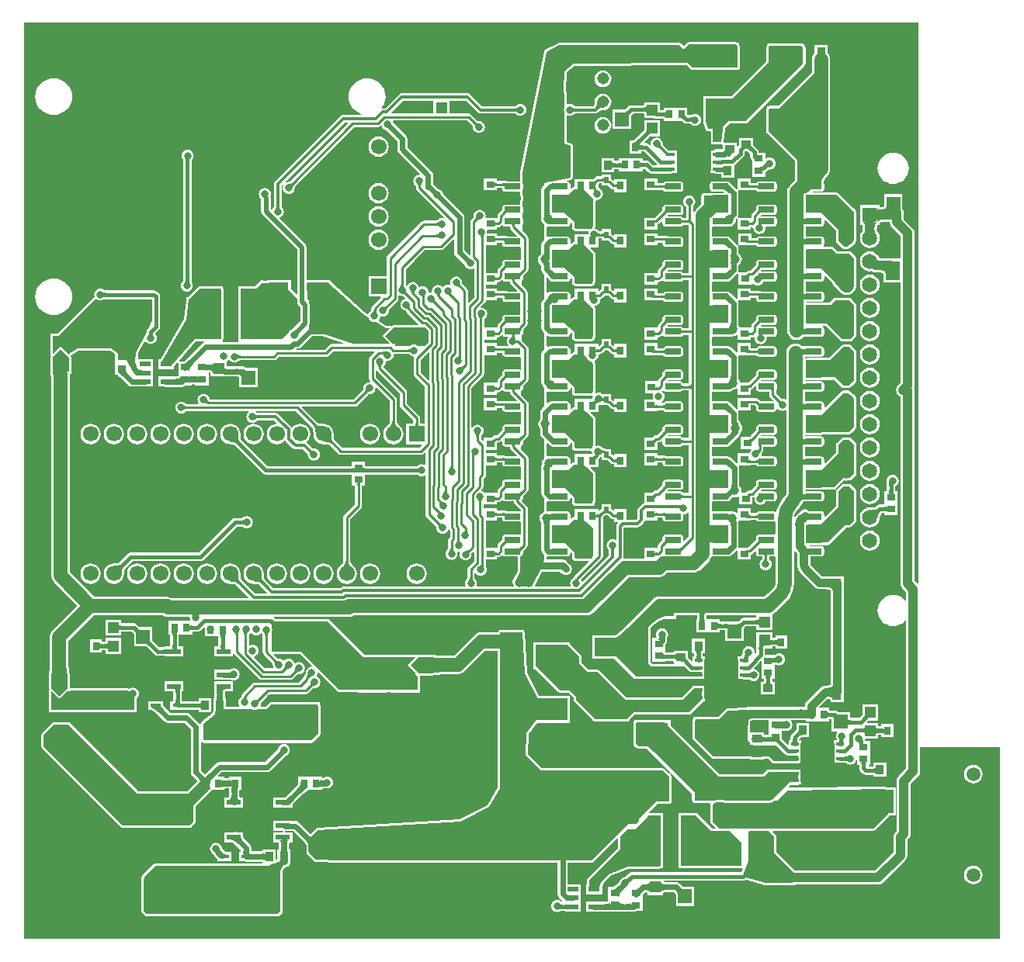
<source format=gbl>
G04*
G04 #@! TF.GenerationSoftware,Altium Limited,Altium Designer,20.0.12 (288)*
G04*
G04 Layer_Physical_Order=4*
G04 Layer_Color=16711680*
%FSLAX44Y44*%
%MOMM*%
G71*
G01*
G75*
%ADD11C,0.2500*%
%ADD14C,0.6000*%
%ADD39R,2.7062X0.9542*%
%ADD51R,1.2500X1.2500*%
%ADD52C,1.2500*%
%ADD54R,0.5000X0.7000*%
%ADD59R,0.9500X0.8000*%
%ADD60R,0.8000X0.9500*%
%ADD61R,1.7200X1.0500*%
G04:AMPARAMS|DCode=66|XSize=1.76mm|YSize=0.6mm|CornerRadius=0.075mm|HoleSize=0mm|Usage=FLASHONLY|Rotation=0.000|XOffset=0mm|YOffset=0mm|HoleType=Round|Shape=RoundedRectangle|*
%AMROUNDEDRECTD66*
21,1,1.7600,0.4500,0,0,0.0*
21,1,1.6100,0.6000,0,0,0.0*
1,1,0.1500,0.8050,-0.2250*
1,1,0.1500,-0.8050,-0.2250*
1,1,0.1500,-0.8050,0.2250*
1,1,0.1500,0.8050,0.2250*
%
%ADD66ROUNDEDRECTD66*%
%ADD67R,1.0500X0.9000*%
%ADD68R,0.9000X1.0500*%
%ADD71C,0.4000*%
%ADD73C,1.0000*%
%ADD74C,0.3000*%
%ADD75C,1.5000*%
%ADD77C,0.8000*%
%ADD78C,0.5000*%
%ADD79C,1.6500*%
%ADD80R,1.6500X1.6500*%
%ADD81R,2.5500X2.5500*%
%ADD82C,2.5500*%
%ADD83C,1.5080*%
G04:AMPARAMS|DCode=84|XSize=2.3mm|YSize=1.5mm|CornerRadius=0.375mm|HoleSize=0mm|Usage=FLASHONLY|Rotation=90.000|XOffset=0mm|YOffset=0mm|HoleType=Round|Shape=RoundedRectangle|*
%AMROUNDEDRECTD84*
21,1,2.3000,0.7500,0,0,90.0*
21,1,1.5500,1.5000,0,0,90.0*
1,1,0.7500,0.3750,0.7750*
1,1,0.7500,0.3750,-0.7750*
1,1,0.7500,-0.3750,-0.7750*
1,1,0.7500,-0.3750,0.7750*
%
%ADD84ROUNDEDRECTD84*%
%ADD85C,1.3080*%
%ADD86R,1.7000X1.7000*%
%ADD87C,1.7000*%
%ADD88C,0.8000*%
%ADD89C,0.6000*%
%ADD90C,1.0000*%
%ADD91C,0.9000*%
%ADD92R,1.4000X1.6000*%
%ADD93R,5.0000X5.0000*%
%ADD94R,1.0400X0.4600*%
%ADD95R,2.1200X1.5000*%
%ADD96R,3.6000X2.0000*%
%ADD97R,1.5000X2.1200*%
%ADD98R,1.0500X1.7200*%
%ADD99R,1.2000X1.2000*%
%ADD100R,1.5000X1.6000*%
G04:AMPARAMS|DCode=101|XSize=1.9mm|YSize=3.37mm|CornerRadius=0.0665mm|HoleSize=0mm|Usage=FLASHONLY|Rotation=0.000|XOffset=0mm|YOffset=0mm|HoleType=Round|Shape=RoundedRectangle|*
%AMROUNDEDRECTD101*
21,1,1.9000,3.2370,0,0,0.0*
21,1,1.7670,3.3700,0,0,0.0*
1,1,0.1330,0.8835,-1.6185*
1,1,0.1330,-0.8835,-1.6185*
1,1,0.1330,-0.8835,1.6185*
1,1,0.1330,0.8835,1.6185*
%
%ADD101ROUNDEDRECTD101*%
%ADD102R,4.9530X3.1750*%
%ADD103R,2.4000X1.5000*%
%ADD104R,1.5000X2.4000*%
%ADD105R,3.4290X2.4130*%
%ADD106R,1.2000X0.6000*%
%ADD107R,1.5500X0.6000*%
%ADD108R,2.3000X2.3000*%
%ADD109R,3.7000X4.3000*%
%ADD110R,0.8500X0.3500*%
G04:AMPARAMS|DCode=111|XSize=0.9542mm|YSize=2.7062mm|CornerRadius=0mm|HoleSize=0mm|Usage=FLASHONLY|Rotation=45.000|XOffset=0mm|YOffset=0mm|HoleType=Round|Shape=Rectangle|*
%AMROTATEDRECTD111*
4,1,4,0.6194,-1.2941,-1.2941,0.6194,-0.6194,1.2941,1.2941,-0.6194,0.6194,-1.2941,0.0*
%
%ADD111ROTATEDRECTD111*%

%ADD112R,2.0000X1.4000*%
%ADD113R,1.4000X2.0000*%
%ADD114R,0.9542X2.7062*%
%ADD115R,1.8000X1.8000*%
G36*
X940031Y795507D02*
X940219Y795500D01*
Y785500D01*
X938319Y785468D01*
X935119Y785210D01*
X933820Y784985D01*
X932719Y784695D01*
X931820Y784341D01*
X931120Y783922D01*
X930620Y783439D01*
X930320Y782892D01*
X930219Y782281D01*
X929608Y782180D01*
X929061Y781880D01*
X928577Y781380D01*
X928159Y780680D01*
X927805Y779781D01*
X927515Y778680D01*
X927290Y777381D01*
X927129Y775881D01*
X927081Y774540D01*
X927194Y772777D01*
X927279Y772256D01*
X927380Y771817D01*
X927496Y771460D01*
X927628Y771185D01*
X927775Y770992D01*
X916225D01*
X916372Y771185D01*
X916504Y771460D01*
X916620Y771817D01*
X916721Y772256D01*
X916806Y772777D01*
X916930Y774065D01*
X916945Y774459D01*
X916710Y777381D01*
X916485Y778680D01*
X916195Y779781D01*
X915841Y780680D01*
X915422Y781380D01*
X914939Y781880D01*
X914392Y782180D01*
X913781Y782281D01*
X930219D01*
Y785504D01*
X930031Y785500D01*
Y795500D01*
X930219Y795505D01*
Y798719D01*
X930320Y798108D01*
X930620Y797561D01*
X931120Y797078D01*
X931820Y796659D01*
X932719Y796305D01*
X933820Y796015D01*
X934654Y795871D01*
X935130Y795950D01*
X936431Y796300D01*
X937531Y796750D01*
X938430Y797300D01*
X939130Y797950D01*
X939631Y798700D01*
X939930Y799550D01*
X940031Y800500D01*
Y795507D01*
D02*
G37*
G36*
X954969Y789230D02*
X955251Y789161D01*
X955502Y788954D01*
X955725Y788608D01*
X955917Y788124D01*
X956080Y787501D01*
X956213Y786740D01*
X956317Y785841D01*
X956435Y783627D01*
X956450Y782313D01*
X946450D01*
X946431Y783632D01*
X946277Y785854D01*
X946143Y786757D01*
X945971Y787521D01*
X945760Y788147D01*
X945511Y788633D01*
X945223Y788981D01*
X944897Y789191D01*
X944533Y789261D01*
X954969Y789230D01*
D02*
G37*
G36*
X930170Y741169D02*
X930356Y740976D01*
X930635Y740806D01*
X931007Y740659D01*
X931471Y740534D01*
X932028Y740432D01*
X932677Y740352D01*
X934254Y740261D01*
X935182Y740250D01*
X935180Y740234D01*
X939781Y740219D01*
Y725250D01*
X939680Y726200D01*
X939380Y727050D01*
X938880Y727800D01*
X938180Y728450D01*
X937281Y729000D01*
X936180Y729450D01*
X934881Y729800D01*
X933381Y730050D01*
X931681Y730200D01*
X929781Y730250D01*
Y730913D01*
X924343Y731790D01*
X930076Y741385D01*
X930170Y741169D01*
D02*
G37*
G36*
X975000Y388420D02*
X974000Y388005D01*
X970605Y391400D01*
Y599000D01*
X970346Y600968D01*
X970126Y601500D01*
X970346Y602032D01*
X970605Y604000D01*
Y770763D01*
X970346Y772732D01*
X969586Y774566D01*
X968378Y776141D01*
X959055Y785463D01*
Y792750D01*
X958796Y794718D01*
X958036Y796553D01*
X957540Y797199D01*
Y812940D01*
X937460D01*
Y800787D01*
X937455Y800771D01*
X937387Y800124D01*
X937296Y799867D01*
X937145Y799640D01*
X936859Y799374D01*
X936357Y799068D01*
X935600Y798758D01*
X934643Y798501D01*
X934372Y798548D01*
X933526Y798771D01*
X932966Y798991D01*
X932790Y799096D01*
Y801290D01*
X930316D01*
X930219Y801309D01*
X930123Y801290D01*
X911210D01*
Y782377D01*
X911191Y782281D01*
X911210Y782184D01*
Y779710D01*
X913404D01*
X913509Y779534D01*
X913729Y778974D01*
X913952Y778128D01*
X914138Y777055D01*
X914352Y774405D01*
X914345Y774239D01*
X914237Y773110D01*
X914178Y772755D01*
X914138Y772579D01*
X912575Y770542D01*
X911488Y767917D01*
X911117Y765100D01*
X911488Y762283D01*
X912575Y759659D01*
X914305Y757404D01*
X916558Y755675D01*
X919183Y754588D01*
X922000Y754217D01*
X924817Y754588D01*
X927442Y755675D01*
X929696Y757404D01*
X931425Y759659D01*
X932512Y762283D01*
X932883Y765100D01*
X932512Y767917D01*
X931425Y770542D01*
X929862Y772579D01*
X929822Y772755D01*
X929770Y773069D01*
X929674Y774576D01*
X929714Y775696D01*
X929856Y777021D01*
X930048Y778128D01*
X930270Y778974D01*
X930491Y779534D01*
X930596Y779710D01*
X932790D01*
Y781904D01*
X932966Y782009D01*
X933526Y782230D01*
X934372Y782452D01*
X935445Y782638D01*
X938446Y782880D01*
X939338Y782895D01*
X943845D01*
Y782313D01*
X944104Y780345D01*
X944864Y778511D01*
X946072Y776936D01*
X955395Y767613D01*
Y742790D01*
X945244D01*
X944750Y742855D01*
X934260D01*
X932909Y742933D01*
X932419Y742993D01*
X932307Y743013D01*
X931425Y745142D01*
X929696Y747395D01*
X927442Y749125D01*
X924817Y750212D01*
X922000Y750583D01*
X919183Y750212D01*
X916558Y749125D01*
X914305Y747395D01*
X912575Y745142D01*
X911488Y742517D01*
X911117Y739700D01*
X911488Y736883D01*
X912575Y734258D01*
X914305Y732004D01*
X916558Y730275D01*
X919183Y729188D01*
X922000Y728817D01*
X923884Y729065D01*
X924406Y728664D01*
X926240Y727904D01*
X928209Y727645D01*
X930328D01*
X931533Y727613D01*
X933053Y727479D01*
X934330Y727266D01*
X935350Y726992D01*
X936107Y726682D01*
X936609Y726376D01*
X936895Y726110D01*
X937046Y725883D01*
X937137Y725626D01*
X937205Y724979D01*
X937210Y724963D01*
Y716510D01*
X955395D01*
Y607150D01*
X952872Y604628D01*
X951664Y603052D01*
X950904Y601218D01*
X950645Y599250D01*
Y599000D01*
X950904Y597032D01*
X951664Y595197D01*
X952872Y593622D01*
X954447Y592414D01*
X955395Y592021D01*
Y388250D01*
X955654Y386282D01*
X956414Y384448D01*
X957622Y382872D01*
X961835Y378660D01*
Y369548D01*
X960835Y369190D01*
X959507Y370807D01*
X956913Y372937D01*
X953952Y374519D01*
X950740Y375493D01*
X947400Y375822D01*
X944060Y375493D01*
X940847Y374519D01*
X937887Y372937D01*
X935293Y370807D01*
X933163Y368213D01*
X931581Y365252D01*
X930607Y362040D01*
X930277Y358700D01*
X930607Y355360D01*
X931581Y352147D01*
X933163Y349187D01*
X935293Y346593D01*
X937887Y344463D01*
X940847Y342881D01*
X944060Y341907D01*
X947400Y341577D01*
X950740Y341907D01*
X953952Y342881D01*
X956913Y344463D01*
X959507Y346593D01*
X960835Y348210D01*
X961835Y347852D01*
Y186264D01*
X953622Y178051D01*
X952414Y176476D01*
X951654Y174642D01*
X951395Y172674D01*
Y129000D01*
X951395Y129000D01*
Y118150D01*
X949912Y116668D01*
X948704Y115092D01*
X947944Y113258D01*
X947685Y111290D01*
Y94440D01*
X927850Y74605D01*
X840732D01*
X840581Y74831D01*
X820340Y95073D01*
Y112000D01*
X820143Y112991D01*
X819581Y113831D01*
X815926Y117486D01*
X816309Y118410D01*
X926000Y118410D01*
X926991Y118607D01*
X927831Y119169D01*
X943372Y134710D01*
X950290D01*
Y165290D01*
X940373D01*
X940280Y165383D01*
X940269Y165390D01*
X940262Y165401D01*
X939849Y165671D01*
X939440Y165944D01*
X939427Y165947D01*
X939416Y165954D01*
X938932Y166045D01*
X938449Y166141D01*
X938436Y166139D01*
X938423Y166141D01*
X833575Y165103D01*
X833187Y166025D01*
X835573Y168410D01*
X843960D01*
X844951Y168607D01*
X845105Y168710D01*
X847040D01*
Y176710D01*
Y185290D01*
X844210D01*
X843960Y185340D01*
X811750D01*
X810759Y185143D01*
X809919Y184581D01*
X805177Y179840D01*
X758323D01*
X704685Y233477D01*
Y238815D01*
X699107D01*
X698991Y238893D01*
X698000Y239090D01*
X667500Y239090D01*
X666509Y238893D01*
X666393Y238815D01*
X665315D01*
Y237978D01*
X664669Y237331D01*
X664107Y236491D01*
X663910Y235500D01*
Y213500D01*
X664107Y212509D01*
X664669Y211669D01*
X665315Y211022D01*
Y209605D01*
X666733D01*
X667419Y208919D01*
X668259Y208357D01*
X669250Y208160D01*
X678927Y208160D01*
X684169Y202919D01*
X728160Y158927D01*
Y152000D01*
X728357Y151009D01*
X728919Y150169D01*
X729460Y149628D01*
Y149210D01*
X729877D01*
X730169Y148919D01*
X731009Y148357D01*
X732000Y148160D01*
X747443D01*
X748042Y147160D01*
X747910Y146500D01*
Y128500D01*
X748107Y127509D01*
X748669Y126669D01*
X753824Y121514D01*
X753441Y120590D01*
X750323D01*
X733649Y137263D01*
X733444Y137400D01*
X733271Y137576D01*
X733028Y137678D01*
X732809Y137824D01*
X732567Y137872D01*
X732340Y137968D01*
X732076Y137970D01*
X731818Y138021D01*
X731576Y137973D01*
X731329Y137975D01*
X729065Y137540D01*
X713460D01*
Y112460D01*
X713660D01*
X713660Y102540D01*
X713460D01*
Y77460D01*
X716000D01*
X716250Y77410D01*
X739000Y77410D01*
X782000D01*
X782250Y77460D01*
X782738D01*
X783300Y76633D01*
X781926Y73166D01*
X662537D01*
X662537Y73166D01*
X660765Y72813D01*
X659264Y71810D01*
X659264Y71810D01*
X655336Y67882D01*
X655259Y67820D01*
X655100Y67706D01*
X654976Y67628D01*
X654896Y67586D01*
X654886Y67585D01*
X654859Y67578D01*
X653293Y67372D01*
X651702Y66713D01*
X650336Y65664D01*
X649287Y64298D01*
X648628Y62707D01*
X648615Y62603D01*
X645509Y59497D01*
X644420Y58486D01*
X643507Y57755D01*
X642698Y57192D01*
X642434Y57040D01*
X636460D01*
Y41759D01*
X636455Y41743D01*
X636441Y41610D01*
X636367Y41565D01*
X636048Y41436D01*
X635545Y41302D01*
X634866Y41190D01*
X634391Y41149D01*
X621500D01*
X620954Y41040D01*
X612960D01*
Y29960D01*
X620954D01*
X621500Y29852D01*
X664500D01*
X664500Y29852D01*
X666662Y30281D01*
X666929Y30460D01*
X674040D01*
Y43460D01*
Y47561D01*
X674156Y47758D01*
X674512Y48264D01*
X676213Y50225D01*
X677090Y51101D01*
X677391D01*
X677867Y51060D01*
X678545Y50948D01*
X679048Y50814D01*
X679367Y50685D01*
X679441Y50640D01*
X679455Y50507D01*
X679460Y50491D01*
Y48210D01*
X681934D01*
X682030Y48191D01*
X682127Y48210D01*
X682252D01*
X682304Y48205D01*
X682320Y48210D01*
X693680D01*
X693696Y48205D01*
X693748Y48210D01*
X693873D01*
X693969Y48191D01*
X694066Y48210D01*
X696540D01*
Y50491D01*
X696545Y50507D01*
X696559Y50640D01*
X696633Y50685D01*
X696952Y50814D01*
X697455Y50948D01*
X698134Y51060D01*
X698609Y51101D01*
X708160D01*
X709099Y50163D01*
X709761Y49462D01*
X710460Y48634D01*
Y36210D01*
X730540D01*
Y57290D01*
X718188D01*
X715976Y59262D01*
X714494Y60744D01*
X712662Y61969D01*
X710500Y62399D01*
X710500Y62399D01*
X698609D01*
X698134Y62440D01*
X697455Y62552D01*
X697345Y62581D01*
X697151Y62908D01*
X697721Y63908D01*
X783889D01*
X783889Y63908D01*
X785660Y64260D01*
X786779Y65008D01*
X807566Y59012D01*
X807927Y58981D01*
X808283Y58910D01*
X838250Y58910D01*
X838396Y58939D01*
X841071D01*
Y59395D01*
X931000D01*
X932968Y59654D01*
X934802Y60414D01*
X936378Y61622D01*
X960668Y85912D01*
X961876Y87487D01*
X962191Y88247D01*
X962636Y89322D01*
X962895Y91290D01*
Y108140D01*
X964378Y109622D01*
X965586Y111198D01*
X965901Y111957D01*
X966346Y113032D01*
X966605Y115000D01*
Y129000D01*
X966605Y129000D01*
Y169524D01*
X974818Y177736D01*
X976026Y179311D01*
X976341Y180071D01*
X976786Y181145D01*
X977045Y183114D01*
Y209750D01*
X1064000D01*
Y0D01*
X0D01*
Y1000000D01*
X975000D01*
Y388420D01*
D02*
G37*
G36*
X698000Y236500D02*
X757250Y177250D01*
X806250D01*
X811750Y182750D01*
X843960D01*
Y171000D01*
X834500D01*
X815163Y151663D01*
X814750D01*
X812296Y151175D01*
X811660Y150750D01*
X765340D01*
X764704Y151175D01*
X762250Y151663D01*
X754750D01*
X752296Y151175D01*
X751660Y150750D01*
X732000D01*
X730750Y152000D01*
Y160000D01*
X686000Y204750D01*
X680000Y210750D01*
X669250Y210750D01*
X666500Y213500D01*
Y235500D01*
X667500Y236500D01*
X698000Y236500D01*
D02*
G37*
G36*
X942000Y160000D02*
X942000Y137000D01*
X926000Y121000D01*
X758000Y121000D01*
X750500Y128500D01*
Y146500D01*
X752242Y148242D01*
X752401Y148308D01*
X752651Y148357D01*
X752863Y148499D01*
X753099Y148597D01*
X753306Y148735D01*
X755005Y149073D01*
X761995D01*
X763694Y148735D01*
X763901Y148597D01*
X764137Y148499D01*
X764349Y148357D01*
X764599Y148308D01*
X764835Y148210D01*
X765090D01*
X765340Y148160D01*
X811660D01*
X811910Y148210D01*
X812165D01*
X812401Y148308D01*
X812651Y148357D01*
X812863Y148499D01*
X813099Y148597D01*
X813306Y148735D01*
X815005Y149073D01*
X815163D01*
X816154Y149270D01*
X816994Y149832D01*
X818163Y151000D01*
X820750D01*
X832250Y162500D01*
X938449Y163551D01*
X942000Y160000D01*
D02*
G37*
G36*
X749250Y118000D02*
X769250Y118000D01*
X782000Y105250D01*
Y80000D01*
X739000D01*
X716250Y80000D01*
X716250Y132441D01*
X731818Y135432D01*
X749250Y118000D01*
D02*
G37*
G36*
X817750Y112000D02*
Y94000D01*
X838750Y73000D01*
Y70500D01*
X838250Y61500D01*
X808283Y61500D01*
X783889Y68537D01*
X783329Y69677D01*
X789500Y85250D01*
Y116750D01*
X790750Y118000D01*
X811250D01*
X811500Y118250D01*
X817750Y112000D01*
D02*
G37*
G36*
X662238Y65410D02*
X659763Y62833D01*
X659760Y62830D01*
X659556Y62547D01*
X659385Y62273D01*
X659244Y62009D01*
X659136Y61753D01*
X659059Y61506D01*
X659013Y61269D01*
X659000Y61040D01*
X658510Y61529D01*
X658000Y60998D01*
X654998Y64000D01*
X655073Y64042D01*
X655230Y64170D01*
X655565Y64475D01*
X655040Y65000D01*
X655269Y65013D01*
X655506Y65059D01*
X655753Y65136D01*
X656009Y65244D01*
X656273Y65384D01*
X656547Y65556D01*
X656830Y65760D01*
X657122Y65995D01*
X657224Y66090D01*
X659410Y68238D01*
X662238Y65410D01*
D02*
G37*
G36*
X652712Y54469D02*
X651906Y53626D01*
X650548Y51973D01*
X649997Y51163D01*
X649530Y50363D01*
X649148Y49575D01*
X648851Y48797D01*
X648639Y48031D01*
X648512Y47275D01*
X648469Y46530D01*
X639984Y54439D01*
X640462Y54116D01*
X641021Y53960D01*
X641664Y53970D01*
X642388Y54147D01*
X643196Y54491D01*
X644085Y55002D01*
X645058Y55679D01*
X646113Y56524D01*
X648469Y58712D01*
X652712Y54469D01*
D02*
G37*
G36*
X675712Y53470D02*
X674710Y52445D01*
X672470Y49862D01*
X671979Y49165D01*
X671616Y48549D01*
X671380Y48016D01*
X671272Y47565D01*
X671292Y47196D01*
X671439Y46909D01*
X665409Y53939D01*
X665664Y53760D01*
X666009Y53716D01*
X666443Y53806D01*
X666965Y54032D01*
X667577Y54392D01*
X668278Y54886D01*
X669067Y55516D01*
X670913Y57179D01*
X671970Y58212D01*
X675712Y53470D01*
D02*
G37*
G36*
X694029Y62155D02*
X694210Y61651D01*
X694510Y61205D01*
X694930Y60819D01*
X695470Y60492D01*
X696130Y60225D01*
X696909Y60017D01*
X697810Y59869D01*
X698829Y59780D01*
X699969Y59750D01*
Y53750D01*
X698829Y53720D01*
X697810Y53631D01*
X696909Y53483D01*
X696130Y53275D01*
X695470Y53008D01*
X694930Y52681D01*
X694510Y52295D01*
X694210Y51849D01*
X694029Y51345D01*
X693969Y50781D01*
Y62719D01*
X694029Y62155D01*
D02*
G37*
G36*
X682030Y50781D02*
X681971Y51345D01*
X681790Y51849D01*
X681490Y52295D01*
X681070Y52681D01*
X680530Y53008D01*
X679871Y53275D01*
X679090Y53483D01*
X678191Y53631D01*
X677170Y53720D01*
X676031Y53750D01*
Y59750D01*
X677170Y59780D01*
X678191Y59869D01*
X679090Y60017D01*
X679871Y60225D01*
X680530Y60492D01*
X681070Y60819D01*
X681490Y61205D01*
X681790Y61651D01*
X681971Y62155D01*
X682030Y62719D01*
Y50781D01*
D02*
G37*
G36*
X713502Y57999D02*
X716995Y54883D01*
X717279Y54718D01*
X717478Y54653D01*
X717591Y54689D01*
X713061Y49159D01*
X713082Y49287D01*
X713004Y49500D01*
X712825Y49796D01*
X712548Y50176D01*
X711693Y51188D01*
X709664Y53336D01*
X708788Y54219D01*
X712621Y58871D01*
X713502Y57999D01*
D02*
G37*
G36*
X662030Y33031D02*
X661971Y32930D01*
X661790Y32840D01*
X661490Y32760D01*
X661070Y32691D01*
X660530Y32633D01*
X658191Y32521D01*
X656031Y32500D01*
Y38500D01*
X657170Y38525D01*
X659090Y38722D01*
X659871Y38895D01*
X660530Y39117D01*
X661070Y39389D01*
X661490Y39710D01*
X661790Y40080D01*
X661971Y40500D01*
X662030Y40970D01*
Y33031D01*
D02*
G37*
G36*
X648530Y40905D02*
X648709Y40401D01*
X649009Y39955D01*
X649429Y39569D01*
X649969Y39242D01*
X650630Y38975D01*
X651410Y38767D01*
X652309Y38619D01*
X653329Y38530D01*
X654470Y38500D01*
Y32500D01*
X648469Y33530D01*
Y41469D01*
X648530Y40905D01*
D02*
G37*
G36*
X639030Y33530D02*
X633031Y32500D01*
Y38500D01*
X634170Y38530D01*
X635191Y38619D01*
X636091Y38767D01*
X636870Y38975D01*
X637531Y39242D01*
X638070Y39569D01*
X638490Y39955D01*
X638791Y40401D01*
X638970Y40905D01*
X639030Y41469D01*
Y33530D01*
D02*
G37*
%LPC*%
G36*
X776000Y978840D02*
X724750D01*
X723759Y978643D01*
X722919Y978081D01*
X719545Y974707D01*
X719124Y974539D01*
X716331Y977331D01*
X715491Y977893D01*
X714500Y978090D01*
X583167Y978090D01*
X583039Y978064D01*
X582910Y978077D01*
X582547Y977967D01*
X582176Y977893D01*
X582068Y977821D01*
X581944Y977783D01*
X567999Y970312D01*
X567900Y970231D01*
X567781Y970181D01*
X567512Y969912D01*
X567218Y969671D01*
X567158Y969557D01*
X567067Y969466D01*
X566922Y969115D01*
X566743Y968779D01*
X566730Y968651D01*
X566681Y968532D01*
X540627Y836827D01*
X540627Y836580D01*
X540578Y836339D01*
X540527Y826981D01*
X540360Y826844D01*
X526814D01*
X526755Y826877D01*
X526366Y827114D01*
X526151Y827193D01*
X525778Y827251D01*
X525413Y827346D01*
X524977Y827371D01*
X524060Y827554D01*
X515400D01*
Y830230D01*
X500820D01*
Y817150D01*
X515400D01*
Y819826D01*
X520905D01*
Y818990D01*
X521161Y817706D01*
X521888Y816618D01*
X522976Y815891D01*
X524260Y815635D01*
X539465D01*
X540460Y814677D01*
X540449Y812716D01*
X540499Y812459D01*
Y812197D01*
X540594Y811968D01*
X540641Y811724D01*
X540785Y811505D01*
X540886Y811263D01*
X541019Y811063D01*
X541124Y810535D01*
Y806545D01*
X541019Y806017D01*
X540840Y805748D01*
X540745Y805519D01*
X540606Y805313D01*
X540553Y805056D01*
X540453Y804814D01*
Y804566D01*
X540403Y804323D01*
X540388Y801467D01*
X540360Y801444D01*
X524260D01*
X522976Y801189D01*
X521888Y800462D01*
X521161Y799373D01*
X520905Y798090D01*
Y795781D01*
X520448Y795243D01*
X516987Y791782D01*
X516150Y790529D01*
X515855Y789050D01*
Y788041D01*
X515400Y787230D01*
X503758D01*
X502962Y788230D01*
X503096Y789250D01*
X502872Y790957D01*
X502213Y792548D01*
X501164Y793914D01*
X499798Y794963D01*
X498207Y795622D01*
X496500Y795846D01*
X494793Y795622D01*
X493202Y794963D01*
X491836Y793914D01*
X490787Y792548D01*
X490128Y790957D01*
X489904Y789250D01*
X489910Y789203D01*
X489904Y788922D01*
X489884Y788689D01*
X489852Y788485D01*
X489810Y788307D01*
X489761Y788153D01*
X489705Y788018D01*
X489643Y787899D01*
X489573Y787789D01*
X489569Y787784D01*
X487387Y785602D01*
X486549Y784348D01*
X486255Y782869D01*
Y747000D01*
X485331Y746617D01*
X479939Y752010D01*
Y788118D01*
X479509Y790279D01*
X478284Y792112D01*
X478284Y792112D01*
X456792Y813604D01*
X456778Y813709D01*
X456119Y815300D01*
X455071Y816666D01*
X453704Y817714D01*
X452114Y818373D01*
X451830Y818410D01*
X445899Y824342D01*
Y833812D01*
X445899Y833812D01*
X445469Y835974D01*
X444244Y837806D01*
X444244Y837806D01*
X417825Y864226D01*
Y873222D01*
X417395Y875384D01*
X416170Y877216D01*
X416170Y877216D01*
X402427Y890959D01*
X402414Y891064D01*
X401909Y892282D01*
X402434Y893282D01*
X483253D01*
X488811Y887725D01*
X488814Y887720D01*
X488884Y887610D01*
X488946Y887490D01*
X489002Y887356D01*
X489052Y887202D01*
X489094Y887024D01*
X489126Y886819D01*
X489146Y886586D01*
X489151Y886305D01*
X489145Y886258D01*
X489370Y884551D01*
X490029Y882960D01*
X491077Y881594D01*
X492443Y880546D01*
X494034Y879887D01*
X495742Y879662D01*
X497449Y879887D01*
X499040Y880546D01*
X500406Y881594D01*
X501454Y882960D01*
X502113Y884551D01*
X502338Y886258D01*
X502113Y887966D01*
X501454Y889557D01*
X500406Y890923D01*
X499040Y891971D01*
X497449Y892630D01*
X495742Y892855D01*
X495695Y892849D01*
X495414Y892854D01*
X495181Y892874D01*
X494976Y892906D01*
X494799Y892948D01*
X494645Y892998D01*
X494510Y893053D01*
X494390Y893116D01*
X494280Y893186D01*
X494275Y893189D01*
X487586Y899879D01*
X486332Y900716D01*
X484854Y901011D01*
X463790D01*
Y914921D01*
X481754D01*
X494588Y902087D01*
X495924Y901194D01*
X497500Y900881D01*
X535201D01*
X535359Y900852D01*
X535504Y900814D01*
X535634Y900768D01*
X535753Y900715D01*
X535865Y900653D01*
X535975Y900579D01*
X536084Y900491D01*
X536213Y900370D01*
X536239Y900336D01*
X537605Y899287D01*
X539196Y898628D01*
X540904Y898404D01*
X542611Y898628D01*
X544202Y899287D01*
X545568Y900336D01*
X546616Y901702D01*
X547275Y903293D01*
X547500Y905000D01*
X547275Y906707D01*
X546616Y908298D01*
X545568Y909664D01*
X544202Y910713D01*
X542611Y911372D01*
X540904Y911596D01*
X539196Y911372D01*
X537605Y910713D01*
X536239Y909664D01*
X536213Y909630D01*
X536085Y909509D01*
X535974Y909421D01*
X535865Y909347D01*
X535753Y909285D01*
X535634Y909232D01*
X535504Y909186D01*
X535359Y909148D01*
X535201Y909119D01*
X499206D01*
X486373Y921953D01*
X485037Y922846D01*
X483460Y923159D01*
X411540D01*
X409964Y922846D01*
X408627Y921953D01*
X393334Y906659D01*
X390728D01*
X390287Y906572D01*
X389741Y907483D01*
X390373Y908252D01*
X392234Y911734D01*
X393380Y915511D01*
X393767Y919440D01*
X393380Y923369D01*
X392234Y927146D01*
X390373Y930628D01*
X387869Y933679D01*
X384818Y936183D01*
X381336Y938044D01*
X377559Y939190D01*
X373630Y939577D01*
X369701Y939190D01*
X365924Y938044D01*
X362443Y936183D01*
X359391Y933679D01*
X356887Y930628D01*
X355026Y927146D01*
X353880Y923369D01*
X353493Y919440D01*
X353880Y915511D01*
X355026Y911734D01*
X356887Y908252D01*
X359391Y905201D01*
X362443Y902697D01*
X365924Y900836D01*
X366968Y900519D01*
X366820Y899519D01*
X347900D01*
X346324Y899206D01*
X344987Y898313D01*
X273480Y826805D01*
X272587Y825469D01*
X272273Y823892D01*
Y799595D01*
X272245Y799437D01*
X272206Y799292D01*
X272161Y799162D01*
X272107Y799043D01*
X272045Y798931D01*
X271971Y798821D01*
X271883Y798711D01*
X271762Y798583D01*
X271728Y798557D01*
X270680Y797190D01*
X270227Y796097D01*
X269261Y795837D01*
X268556Y796421D01*
Y808933D01*
X268202Y810713D01*
X268503Y811440D01*
X268727Y813148D01*
X268503Y814855D01*
X267844Y816446D01*
X266795Y817812D01*
X265429Y818860D01*
X263838Y819519D01*
X262131Y819744D01*
X260424Y819519D01*
X258833Y818860D01*
X257467Y817812D01*
X256418Y816446D01*
X255759Y814855D01*
X255535Y813148D01*
X255759Y811440D01*
X256418Y809849D01*
X257467Y808483D01*
X257857Y808184D01*
X257957Y807678D01*
X258278Y807198D01*
Y794083D01*
X258669Y792117D01*
X259783Y790450D01*
X297361Y752871D01*
Y704108D01*
X296437Y703725D01*
X290740Y709423D01*
Y719040D01*
X264460D01*
Y718340D01*
X261068D01*
X260241Y718893D01*
X259250Y719090D01*
X258259Y718893D01*
X257419Y718331D01*
X251927Y712840D01*
X236000D01*
X235009Y712643D01*
X234855Y712540D01*
X233460D01*
Y710500D01*
X233410Y710250D01*
Y657770D01*
X233410Y656750D01*
X233460Y656500D01*
Y652460D01*
X233005Y651648D01*
X216995D01*
X216540Y652460D01*
Y654481D01*
X216893Y655009D01*
X217090Y656000D01*
Y709250D01*
X216893Y710241D01*
X216540Y710769D01*
Y712540D01*
X214000D01*
X213750Y712590D01*
X191250D01*
X190259Y712393D01*
X189419Y711831D01*
X178127Y700540D01*
X176460D01*
Y696707D01*
X173751Y676842D01*
X148993Y633040D01*
X145960D01*
Y621960D01*
X163040D01*
Y624736D01*
X166772Y629102D01*
X167710Y628756D01*
Y614370D01*
X167629Y614320D01*
X167307Y614189D01*
X166802Y614054D01*
X166122Y613941D01*
X165638Y613899D01*
X163040D01*
Y614040D01*
X145960D01*
Y602960D01*
X152198D01*
X154000Y602602D01*
X171500D01*
X171500Y602601D01*
X173662Y603031D01*
X175494Y604256D01*
X175698Y604460D01*
X179623D01*
X179720Y604441D01*
X179816Y604460D01*
X179825D01*
X179921Y604449D01*
X179962Y604460D01*
X182290D01*
Y605236D01*
X183960Y605351D01*
X185140D01*
X186210Y605277D01*
Y604460D01*
X188538D01*
X188579Y604449D01*
X188675Y604460D01*
X188683D01*
X188780Y604441D01*
X188877Y604460D01*
X200790D01*
Y618082D01*
X201770Y618284D01*
X202304Y618196D01*
X202809Y618060D01*
X203131Y617929D01*
X203210Y617881D01*
Y614210D01*
X214204D01*
X214750Y614101D01*
X214750Y614101D01*
X217008D01*
X218265Y613852D01*
X218265Y613852D01*
X232138D01*
X232621Y613809D01*
X233302Y613696D01*
X233807Y613560D01*
X234129Y613429D01*
X234210Y613380D01*
Y602210D01*
X254290D01*
Y623290D01*
X242198D01*
X241994Y623494D01*
X240162Y624719D01*
X238000Y625149D01*
X238000Y625149D01*
X220290D01*
Y630420D01*
X220671Y630577D01*
X222037Y631626D01*
X222621Y632387D01*
X223127Y632418D01*
X223804Y632286D01*
X224726Y631086D01*
X226092Y630037D01*
X227683Y629378D01*
X229390Y629154D01*
X231097Y629378D01*
X232688Y630037D01*
X234054Y631086D01*
X234083Y631123D01*
X234286Y631318D01*
X234465Y631468D01*
X234632Y631590D01*
X234787Y631686D01*
X234931Y631760D01*
X235066Y631816D01*
X235195Y631857D01*
X235321Y631885D01*
X235328Y631886D01*
X272390D01*
X273869Y632180D01*
X275123Y633018D01*
X277451Y635346D01*
X328813D01*
X330291Y635640D01*
X331545Y636478D01*
X336777Y641710D01*
X381422D01*
X381804Y640786D01*
X376978Y635959D01*
X376140Y634706D01*
X375846Y633227D01*
Y611540D01*
X376140Y610061D01*
X376978Y608808D01*
X377033Y608752D01*
X376566Y607805D01*
X376250Y607846D01*
X374543Y607622D01*
X372952Y606963D01*
X371586Y605914D01*
X370537Y604548D01*
X369878Y602957D01*
X369654Y601250D01*
X369660Y601203D01*
X369654Y600922D01*
X369634Y600689D01*
X369602Y600485D01*
X369560Y600307D01*
X369511Y600153D01*
X369455Y600018D01*
X369393Y599899D01*
X369323Y599789D01*
X369319Y599784D01*
X358525Y588990D01*
X201879D01*
X201860Y589024D01*
X201824Y589101D01*
X201811Y589138D01*
X201795Y589245D01*
X201743Y589391D01*
X201732Y589545D01*
X201701Y589608D01*
X201622Y590207D01*
X200963Y591798D01*
X199914Y593164D01*
X198548Y594213D01*
X196957Y594872D01*
X195250Y595096D01*
X193543Y594872D01*
X191952Y594213D01*
X190586Y593164D01*
X189537Y591798D01*
X188878Y590207D01*
X188654Y588500D01*
X188878Y586793D01*
X189537Y585202D01*
X189809Y584847D01*
X189367Y583950D01*
X177020D01*
X177013Y583951D01*
X176886Y583979D01*
X176758Y584020D01*
X176623Y584076D01*
X176479Y584150D01*
X176324Y584246D01*
X176157Y584368D01*
X175978Y584518D01*
X175775Y584713D01*
X175746Y584750D01*
X174380Y585799D01*
X172789Y586458D01*
X171082Y586683D01*
X169374Y586458D01*
X167784Y585799D01*
X166417Y584750D01*
X165369Y583384D01*
X164710Y581793D01*
X164485Y580086D01*
X164710Y578379D01*
X165369Y576788D01*
X166417Y575422D01*
X167784Y574373D01*
X169374Y573714D01*
X171082Y573490D01*
X172789Y573714D01*
X174380Y574373D01*
X175746Y575422D01*
X175775Y575459D01*
X175978Y575654D01*
X176157Y575804D01*
X176324Y575926D01*
X176479Y576022D01*
X176623Y576097D01*
X176758Y576152D01*
X176886Y576193D01*
X177013Y576221D01*
X177020Y576222D01*
X244374D01*
X244713Y575222D01*
X243953Y574638D01*
X242905Y573272D01*
X242246Y571681D01*
X242021Y569974D01*
X242246Y568267D01*
X242905Y566676D01*
X243953Y565309D01*
X245319Y564261D01*
X246910Y563602D01*
X248617Y563377D01*
X250325Y563602D01*
X251915Y564261D01*
X253282Y565309D01*
X253308Y565344D01*
X253436Y565465D01*
X253546Y565553D01*
X253656Y565627D01*
X253768Y565689D01*
X253887Y565742D01*
X254017Y565788D01*
X254162Y565826D01*
X254320Y565855D01*
X272570D01*
X275118Y563307D01*
X274760Y562251D01*
X272518Y561956D01*
X269832Y560843D01*
X267526Y559074D01*
X265757Y556768D01*
X264644Y554082D01*
X264265Y551200D01*
X264644Y548318D01*
X265757Y545632D01*
X267526Y543326D01*
X269832Y541557D01*
X272518Y540444D01*
X275400Y540065D01*
X278282Y540444D01*
X280968Y541557D01*
X283274Y543326D01*
X283656Y543824D01*
X284886Y543784D01*
X285347Y543093D01*
X292693Y535747D01*
X294030Y534854D01*
X295606Y534541D01*
X303884D01*
X308555Y529869D01*
X308646Y529738D01*
X308722Y529608D01*
X308782Y529484D01*
X308828Y529362D01*
X308863Y529239D01*
X308889Y529109D01*
X308904Y528969D01*
X308909Y528793D01*
X308904Y528750D01*
X309128Y527043D01*
X309787Y525452D01*
X310836Y524086D01*
X312202Y523037D01*
X313793Y522378D01*
X315500Y522154D01*
X317207Y522378D01*
X318798Y523037D01*
X320164Y524086D01*
X321213Y525452D01*
X321872Y527043D01*
X322096Y528750D01*
X321872Y530457D01*
X321213Y532048D01*
X320164Y533414D01*
X318798Y534463D01*
X317207Y535122D01*
X315500Y535346D01*
X315457Y535341D01*
X315281Y535346D01*
X315140Y535361D01*
X315011Y535387D01*
X314888Y535422D01*
X314766Y535468D01*
X314642Y535528D01*
X314512Y535604D01*
X314380Y535695D01*
X308503Y541573D01*
X308086Y541851D01*
X308054Y542850D01*
X308674Y543326D01*
X310443Y545632D01*
X311556Y548318D01*
X311935Y551200D01*
X311556Y554082D01*
X310443Y556768D01*
X308674Y559074D01*
X306368Y560843D01*
X303682Y561956D01*
X300800Y562335D01*
X297918Y561956D01*
X295232Y560843D01*
X292926Y559074D01*
X292450Y558454D01*
X291451Y558486D01*
X291173Y558903D01*
X291022Y559053D01*
X290853Y559307D01*
X283507Y566653D01*
X283253Y566822D01*
X277189Y572887D01*
X275853Y573779D01*
X274276Y574093D01*
X254320D01*
X254162Y574122D01*
X254017Y574160D01*
X253887Y574206D01*
X253768Y574259D01*
X253656Y574321D01*
X253546Y574395D01*
X253436Y574483D01*
X253308Y574604D01*
X253282Y574638D01*
X252521Y575222D01*
X252861Y576222D01*
X295713D01*
X314053Y557882D01*
X314207Y557637D01*
X314382Y557267D01*
X314558Y556769D01*
X314722Y556147D01*
X314865Y555404D01*
X314974Y554572D01*
X315104Y552468D01*
X315109Y551537D01*
X315065Y551200D01*
X315444Y548318D01*
X316557Y545632D01*
X318326Y543326D01*
X320632Y541557D01*
X323318Y540444D01*
X326200Y540065D01*
X326537Y540109D01*
X327468Y540104D01*
X329572Y539975D01*
X330404Y539865D01*
X331147Y539723D01*
X331769Y539558D01*
X332267Y539382D01*
X332637Y539207D01*
X332882Y539053D01*
X342417Y529518D01*
X342418Y529518D01*
X343671Y528680D01*
X345150Y528386D01*
X432210D01*
X433689Y528680D01*
X434942Y529518D01*
X436642Y531217D01*
X437566Y530834D01*
Y518002D01*
X436566Y517559D01*
X435207Y518122D01*
X433500Y518346D01*
X431793Y518122D01*
X430202Y517463D01*
X428949Y516501D01*
X428924Y516487D01*
X428917Y516480D01*
X428829Y516453D01*
X428687Y516421D01*
X428525Y516395D01*
X428337Y516379D01*
X372100D01*
X371847Y516401D01*
X371540Y516452D01*
Y520790D01*
X356960D01*
Y516452D01*
X356652Y516401D01*
X356400Y516379D01*
X265167D01*
X236673Y544873D01*
X236469Y545164D01*
X236251Y545561D01*
X236058Y546022D01*
X235892Y546554D01*
X235760Y547160D01*
X235666Y547844D01*
X235615Y548604D01*
X235611Y549441D01*
X235661Y550417D01*
X235646Y550522D01*
X235735Y551200D01*
X235356Y554082D01*
X234243Y556768D01*
X232474Y559074D01*
X230168Y560843D01*
X227482Y561956D01*
X224600Y562335D01*
X221718Y561956D01*
X219032Y560843D01*
X216726Y559074D01*
X214957Y556768D01*
X213844Y554082D01*
X213465Y551200D01*
X213844Y548318D01*
X214957Y545632D01*
X216726Y543326D01*
X219032Y541557D01*
X221718Y540444D01*
X223720Y540181D01*
X223866Y540136D01*
X225905Y539936D01*
X226709Y539799D01*
X227460Y539627D01*
X228129Y539429D01*
X228714Y539211D01*
X229219Y538975D01*
X229644Y538728D01*
X229931Y538523D01*
X259977Y508477D01*
X259977Y508477D01*
X261479Y507473D01*
X263250Y507121D01*
X356960D01*
Y494710D01*
X360386D01*
Y474351D01*
X348868Y462832D01*
X348030Y461579D01*
X347736Y460100D01*
Y412114D01*
X347672Y411832D01*
X347533Y411446D01*
X347306Y410970D01*
X346982Y410414D01*
X346557Y409788D01*
X346047Y409122D01*
X344650Y407543D01*
X343996Y406881D01*
X343726Y406674D01*
X341957Y404368D01*
X340844Y401682D01*
X340465Y398800D01*
X340844Y395918D01*
X341957Y393232D01*
X343726Y390926D01*
X346032Y389157D01*
X348718Y388044D01*
X351600Y387665D01*
X354482Y388044D01*
X357168Y389157D01*
X359474Y390926D01*
X361243Y393232D01*
X362356Y395918D01*
X362735Y398800D01*
X362356Y401682D01*
X361243Y404368D01*
X359474Y406674D01*
X359204Y406881D01*
X358549Y407543D01*
X357153Y409122D01*
X356643Y409788D01*
X356218Y410414D01*
X355894Y410970D01*
X355667Y411446D01*
X355528Y411832D01*
X355464Y412114D01*
Y458499D01*
X366982Y470018D01*
X367820Y471271D01*
X368114Y472750D01*
Y494710D01*
X371540D01*
Y507121D01*
X428396D01*
X428494Y507110D01*
X428687Y507079D01*
X428830Y507047D01*
X428917Y507020D01*
X428924Y507013D01*
X428949Y506999D01*
X430202Y506037D01*
X431793Y505378D01*
X433500Y505154D01*
X435207Y505378D01*
X436566Y505941D01*
X437566Y505498D01*
Y498207D01*
X437313Y496934D01*
Y463451D01*
X437607Y461972D01*
X438444Y460718D01*
X448878Y450285D01*
X448882Y450280D01*
X448952Y450170D01*
X449014Y450050D01*
X449070Y449916D01*
X449119Y449761D01*
X449161Y449584D01*
X449193Y449379D01*
X449213Y449146D01*
X449219Y448865D01*
X449213Y448818D01*
X449437Y447111D01*
X450097Y445520D01*
X451145Y444154D01*
X452511Y443106D01*
X454102Y442447D01*
X455809Y442222D01*
X457517Y442447D01*
X459107Y443106D01*
X460474Y444154D01*
X461522Y445520D01*
X462096Y446907D01*
X462740Y447092D01*
X463185Y447077D01*
X463760Y446216D01*
X464266Y445711D01*
Y438458D01*
X463168Y437360D01*
X462330Y436106D01*
X462036Y434627D01*
Y426318D01*
X462035Y426311D01*
X462007Y426184D01*
X461966Y426056D01*
X461911Y425921D01*
X461837Y425777D01*
X461740Y425622D01*
X461618Y425455D01*
X461468Y425276D01*
X461273Y425073D01*
X461236Y425044D01*
X460187Y423678D01*
X459528Y422087D01*
X459304Y420380D01*
X459528Y418672D01*
X460187Y417082D01*
X461236Y415715D01*
X462602Y414667D01*
X464193Y414008D01*
X465900Y413783D01*
X467607Y414008D01*
X469198Y414667D01*
X470564Y415715D01*
X471613Y417082D01*
X472272Y418672D01*
X472496Y420380D01*
X472282Y422005D01*
X472307Y422127D01*
X473010Y422918D01*
X473880Y422803D01*
X474270Y422855D01*
X474879Y422062D01*
X474628Y421457D01*
X474404Y419750D01*
X474628Y418043D01*
X475287Y416452D01*
X476336Y415086D01*
X477702Y414037D01*
X479293Y413378D01*
X481000Y413154D01*
X482707Y413378D01*
X484298Y414037D01*
X485664Y415086D01*
X486713Y416452D01*
X487372Y418043D01*
X487596Y419750D01*
X487590Y419797D01*
X487596Y420078D01*
X487616Y420311D01*
X487648Y420515D01*
X487690Y420693D01*
X487739Y420847D01*
X487795Y420982D01*
X487857Y421101D01*
X487927Y421211D01*
X487931Y421216D01*
X489337Y422622D01*
X489947Y422537D01*
X490386Y422257D01*
Y412367D01*
X484268Y406249D01*
X483430Y404995D01*
X483136Y403517D01*
Y394308D01*
X483135Y394301D01*
X483107Y394175D01*
X483066Y394046D01*
X483010Y393911D01*
X482936Y393767D01*
X482840Y393612D01*
X482719Y393445D01*
X482568Y393266D01*
X482373Y393063D01*
X482336Y393034D01*
X481287Y391668D01*
X480628Y390077D01*
X480404Y388370D01*
X480628Y386663D01*
X481131Y385449D01*
X480603Y384449D01*
X347734D01*
X346157Y384136D01*
X344821Y383243D01*
X344512Y382934D01*
X271692D01*
X262235Y392390D01*
X262059Y392658D01*
X261866Y393042D01*
X261677Y393534D01*
X261503Y394134D01*
X261353Y394842D01*
X261237Y395625D01*
X261098Y397611D01*
X261091Y398467D01*
X261135Y398800D01*
X260756Y401682D01*
X259643Y404368D01*
X257874Y406674D01*
X255568Y408443D01*
X252882Y409556D01*
X250000Y409935D01*
X247118Y409556D01*
X244432Y408443D01*
X242126Y406674D01*
X240357Y404368D01*
X239244Y401682D01*
X238865Y398800D01*
X239244Y395918D01*
X240357Y393232D01*
X242126Y390926D01*
X244432Y389157D01*
X247118Y388044D01*
X250000Y387665D01*
X250298Y387704D01*
X252257Y387651D01*
X253145Y387567D01*
X253958Y387447D01*
X254666Y387297D01*
X255266Y387123D01*
X255758Y386934D01*
X256142Y386741D01*
X256410Y386565D01*
X264657Y378317D01*
X264275Y377394D01*
X251706D01*
X236782Y392317D01*
X236607Y392585D01*
X236415Y392967D01*
X236230Y393455D01*
X236060Y394051D01*
X235916Y394753D01*
X235807Y395529D01*
X235686Y397503D01*
X235688Y398438D01*
X235735Y398800D01*
X235356Y401682D01*
X234243Y404368D01*
X232474Y406674D01*
X230168Y408443D01*
X227482Y409556D01*
X224600Y409935D01*
X221718Y409556D01*
X219032Y408443D01*
X216726Y406674D01*
X214957Y404368D01*
X213844Y401682D01*
X213465Y398800D01*
X213844Y395918D01*
X214957Y393232D01*
X216726Y390926D01*
X219032Y389157D01*
X221718Y388044D01*
X224600Y387665D01*
X224901Y387704D01*
X225682Y387690D01*
X227679Y387533D01*
X228468Y387410D01*
X229182Y387254D01*
X229787Y387076D01*
X230282Y386884D01*
X230669Y386689D01*
X230937Y386513D01*
X244664Y372785D01*
X244282Y371861D01*
X160461D01*
X160254Y372020D01*
X157812Y373032D01*
X155191Y373377D01*
X155191Y373377D01*
X76945D01*
X49627Y400695D01*
Y616360D01*
X50890D01*
Y618507D01*
X50976Y618938D01*
Y634636D01*
X50885Y635093D01*
X50809Y635552D01*
X50787Y635587D01*
X50779Y635627D01*
X50520Y636014D01*
X50410Y636191D01*
X50478Y636293D01*
X50749Y636675D01*
X50758Y636712D01*
X50779Y636743D01*
X50870Y637203D01*
X50911Y637384D01*
X58990Y642410D01*
X93866D01*
X98710Y638667D01*
Y628960D01*
Y618836D01*
X98708Y618830D01*
X98710Y618805D01*
Y618367D01*
X98702Y618289D01*
X98710Y618262D01*
Y615960D01*
X100975D01*
X100981Y615958D01*
X101112Y615943D01*
X101142Y615934D01*
X101344Y615842D01*
X101677Y615651D01*
X102046Y615403D01*
X104185Y613577D01*
X113256Y604506D01*
X113256Y604506D01*
X115088Y603281D01*
X117250Y602851D01*
X117250Y602851D01*
X131500D01*
X132046Y602960D01*
X140040D01*
Y612460D01*
Y621960D01*
Y633040D01*
X124471D01*
X123781Y633764D01*
X124058Y639308D01*
X130985Y652667D01*
X132050Y652548D01*
X132980Y651336D01*
X134347Y650287D01*
X135938Y649628D01*
X137645Y649404D01*
X139352Y649628D01*
X140943Y650287D01*
X142309Y651336D01*
X143357Y652702D01*
X144017Y654293D01*
X144241Y656000D01*
X144017Y657707D01*
X143357Y659298D01*
X142396Y660552D01*
X142382Y660576D01*
X142375Y660583D01*
X142348Y660670D01*
X142316Y660813D01*
X142289Y660975D01*
X142288Y660992D01*
X146813Y665517D01*
X146813Y665517D01*
X147817Y667019D01*
X148169Y668790D01*
Y701157D01*
X147817Y702928D01*
X146813Y704430D01*
X146813Y704430D01*
X144470Y706773D01*
X142968Y707777D01*
X141197Y708129D01*
X141197Y708129D01*
X87854D01*
X87756Y708139D01*
X87563Y708171D01*
X87420Y708203D01*
X87333Y708230D01*
X87326Y708237D01*
X87302Y708251D01*
X86048Y709213D01*
X84457Y709872D01*
X82750Y710096D01*
X81043Y709872D01*
X79452Y709213D01*
X78086Y708164D01*
X77037Y706798D01*
X76378Y705207D01*
X76154Y703500D01*
X76378Y701793D01*
X76381Y701786D01*
X75771Y700645D01*
X75759Y700643D01*
X74919Y700081D01*
X35989Y661152D01*
X31114D01*
X31055Y661140D01*
X28610D01*
Y658993D01*
X28524Y658562D01*
Y637734D01*
X28532Y637697D01*
X28525Y637660D01*
X28630Y637203D01*
X28721Y636743D01*
X28742Y636712D01*
X28751Y636675D01*
X29022Y636292D01*
X29074Y636214D01*
X28982Y636067D01*
X28721Y635677D01*
X28714Y635640D01*
X28694Y635608D01*
X28616Y635146D01*
X28524Y634686D01*
Y619076D01*
X28384Y618011D01*
X28729Y615390D01*
X29373Y613834D01*
Y396500D01*
X29373Y396500D01*
X29718Y393879D01*
X30730Y391437D01*
X32339Y389339D01*
X57679Y364000D01*
X30839Y337161D01*
X29230Y335063D01*
X28218Y332621D01*
X27873Y330000D01*
X27873Y330000D01*
Y302774D01*
X27741Y295335D01*
X27537Y292482D01*
X27525Y292390D01*
X26860D01*
Y290243D01*
X26774Y289812D01*
Y274114D01*
X26865Y273657D01*
X26942Y273198D01*
X26963Y273163D01*
X26971Y273123D01*
X27230Y272736D01*
X27340Y272559D01*
X27272Y272457D01*
X27001Y272075D01*
X26992Y272038D01*
X26971Y272007D01*
X26880Y271547D01*
X26775Y271090D01*
X26782Y271053D01*
X26774Y271016D01*
Y250188D01*
X26860Y249757D01*
Y247610D01*
X29305D01*
X29364Y247598D01*
X57460D01*
Y247460D01*
X82540D01*
Y247598D01*
X97460D01*
Y247460D01*
X122540D01*
Y251250D01*
X122590Y251500D01*
Y262645D01*
X123164Y263086D01*
X124213Y264452D01*
X124872Y266043D01*
X125096Y267750D01*
X124872Y269457D01*
X124213Y271048D01*
X123164Y272414D01*
X121798Y273463D01*
X120207Y274122D01*
X118500Y274346D01*
X116793Y274122D01*
X115202Y273463D01*
X115118Y273398D01*
X113990D01*
X113975Y273409D01*
X112984Y273606D01*
X51500D01*
X51121Y273530D01*
X50737Y273491D01*
X50096Y273293D01*
X49953Y273339D01*
X49226Y274064D01*
Y289812D01*
X49140Y290243D01*
Y292390D01*
X48664D01*
X48127Y301597D01*
Y325805D01*
X75445Y353123D01*
X151436D01*
X151643Y352965D01*
X154086Y351953D01*
X156706Y351608D01*
X156707Y351608D01*
X179656D01*
X180315Y350856D01*
X180286Y350630D01*
X180510Y348923D01*
X180772Y348290D01*
X180104Y347290D01*
X156960D01*
Y335570D01*
X156955Y335556D01*
X156960Y335505D01*
Y335377D01*
X156941Y335280D01*
X156960Y335184D01*
Y332710D01*
X158799D01*
X158850Y332398D01*
X158871Y332153D01*
Y320148D01*
X158849Y319893D01*
X158799Y319590D01*
X155377D01*
X155281Y319609D01*
X155184Y319590D01*
X152710D01*
Y318712D01*
X152301Y318679D01*
X146867D01*
X140942Y324604D01*
X140290Y325307D01*
X139838Y325872D01*
X139540Y326300D01*
Y327590D01*
X139559Y327687D01*
X139540Y327784D01*
Y340540D01*
X125738D01*
X125321Y340850D01*
X124345Y341702D01*
X122773Y343273D01*
X121271Y344277D01*
X119500Y344629D01*
X119500Y344629D01*
X106098D01*
X105843Y344651D01*
X105540Y344701D01*
Y348540D01*
X88460D01*
Y331460D01*
X105540D01*
Y335299D01*
X105843Y335349D01*
X106098Y335371D01*
X117583D01*
X118189Y334764D01*
X118605Y334322D01*
X119035Y333802D01*
X119365Y333353D01*
X119460Y333203D01*
Y319460D01*
X131216D01*
X131313Y319441D01*
X131410Y319460D01*
X132700D01*
X133099Y319183D01*
X134218Y318236D01*
X141677Y310777D01*
X141677Y310777D01*
X143179Y309773D01*
X144950Y309421D01*
X144950Y309421D01*
X152449D01*
X152710Y309405D01*
Y308510D01*
X155184D01*
X155281Y308491D01*
X155377Y308510D01*
X173290D01*
Y319590D01*
X168201D01*
X168151Y319893D01*
X168129Y320148D01*
Y332153D01*
X168150Y332398D01*
X168201Y332710D01*
X183040D01*
Y335299D01*
X183343Y335349D01*
X183598Y335371D01*
X188329D01*
X188330Y335371D01*
X190101Y335723D01*
X191603Y336727D01*
X195786Y340910D01*
X196710Y340528D01*
Y338370D01*
X196663Y338017D01*
X196710Y337663D01*
Y330460D01*
X211549D01*
X211600Y330148D01*
X211621Y329903D01*
Y320156D01*
X211599Y319907D01*
X211546Y319590D01*
X206710D01*
Y308510D01*
X227290D01*
Y311823D01*
X227542Y311917D01*
X228290Y311990D01*
X229018Y310901D01*
X255981Y283938D01*
X255981Y283938D01*
X257234Y283100D01*
X258713Y282806D01*
X258713Y282806D01*
X290100D01*
X291579Y283100D01*
X292832Y283938D01*
X297714Y288819D01*
X297719Y288823D01*
X297829Y288893D01*
X297948Y288955D01*
X298083Y289011D01*
X298237Y289060D01*
X298414Y289102D01*
X298619Y289134D01*
X298852Y289154D01*
X299133Y289160D01*
X299180Y289154D01*
X300887Y289378D01*
X302478Y290037D01*
X303844Y291086D01*
X304893Y292452D01*
X305552Y294043D01*
X305777Y295750D01*
X305552Y297457D01*
X304893Y299048D01*
X303844Y300414D01*
X302478Y301463D01*
X300887Y302122D01*
X299180Y302346D01*
X297473Y302122D01*
X295882Y301463D01*
X295476Y301151D01*
X294334Y301535D01*
X293893Y302601D01*
X292845Y303967D01*
X291478Y305015D01*
X289887Y305674D01*
X288180Y305899D01*
X286473Y305674D01*
X284882Y305015D01*
X283555Y303997D01*
X283287Y303838D01*
X282417D01*
X282166Y304164D01*
X280800Y305213D01*
X279209Y305872D01*
X277501Y306096D01*
X277449Y306089D01*
X277143Y306094D01*
X276912Y306113D01*
X276709Y306144D01*
X276533Y306185D01*
X276381Y306233D01*
X276248Y306288D01*
X276130Y306350D01*
X276021Y306419D01*
X276016Y306423D01*
X271952Y310486D01*
X272335Y311410D01*
X300677D01*
X314014Y298074D01*
X313547Y297127D01*
X313170Y297176D01*
X311463Y296952D01*
X309872Y296293D01*
X308506Y295244D01*
X307457Y293878D01*
X306798Y292287D01*
X306574Y290580D01*
X306598Y290397D01*
X306586Y290331D01*
X306592Y290000D01*
X306581Y289781D01*
X306557Y289593D01*
X306523Y289431D01*
X306482Y289292D01*
X306434Y289171D01*
X306379Y289063D01*
X306316Y288962D01*
X306314Y288959D01*
X305072Y287718D01*
X304235Y286464D01*
X303941Y284985D01*
Y284802D01*
X299253Y280114D01*
X251500D01*
X251500Y280114D01*
X250021Y279820D01*
X248768Y278982D01*
X238156Y268371D01*
X237318Y267117D01*
X237024Y265638D01*
Y264544D01*
X237011Y264493D01*
X236996Y264453D01*
X236979Y264422D01*
X236956Y264389D01*
X236918Y264345D01*
X236856Y264287D01*
X236758Y264214D01*
X236583Y264106D01*
X236538Y264087D01*
X235172Y263039D01*
X234123Y261673D01*
X233464Y260082D01*
X233239Y258375D01*
X233464Y256667D01*
X234123Y255076D01*
X234483Y254607D01*
X233987Y253612D01*
X220040Y253738D01*
Y260123D01*
X220059Y260219D01*
X220040Y260316D01*
Y262790D01*
X218800D01*
X218648Y264645D01*
Y268339D01*
X218691Y268822D01*
X218804Y269503D01*
X218940Y270009D01*
X219070Y270330D01*
X219119Y270410D01*
X227290D01*
Y281490D01*
X217546D01*
X217000Y281598D01*
X214000D01*
X214000Y281598D01*
X213454Y281490D01*
X206710D01*
Y273119D01*
X206691Y273034D01*
X206697Y273003D01*
X206691Y272972D01*
X206710Y272877D01*
Y270410D01*
X207250D01*
X207351Y268836D01*
Y264439D01*
X207288Y263409D01*
X207209Y262803D01*
X207206Y262790D01*
X205960D01*
Y260316D01*
X205941Y260219D01*
X205960Y260123D01*
Y249736D01*
X205558Y246389D01*
X193421Y237053D01*
X193309Y236925D01*
X193169Y236831D01*
X192980Y236548D01*
X192756Y236292D01*
X192701Y236132D01*
X192607Y235991D01*
X192541Y235657D01*
X192432Y235335D01*
X192443Y235166D01*
X192410Y235000D01*
Y234968D01*
X191410Y234665D01*
X191112Y235112D01*
X191112Y235112D01*
X180729Y245494D01*
X178897Y246719D01*
X176735Y247148D01*
X176735Y247148D01*
X158940D01*
X153387Y252701D01*
X152950Y253174D01*
X152416Y253842D01*
X151955Y254491D01*
X151583Y255093D01*
X151296Y255643D01*
X151090Y256138D01*
X150957Y256572D01*
X150886Y256947D01*
X150854Y257438D01*
X150840Y257490D01*
Y259840D01*
X148321D01*
X148215Y259859D01*
X148158Y259846D01*
X148101Y259854D01*
X148049Y259840D01*
X145846D01*
X145300Y259949D01*
X144754Y259840D01*
X135360D01*
Y253001D01*
X135352Y252975D01*
X135360Y252899D01*
Y252782D01*
X135341Y252676D01*
X135360Y252591D01*
Y250160D01*
X137660D01*
X137686Y250152D01*
X138151Y250108D01*
X138527Y250010D01*
X139056Y249799D01*
X139716Y249458D01*
X140487Y248980D01*
X141312Y248395D01*
X144132Y245980D01*
X152606Y237506D01*
X152606Y237506D01*
X154438Y236281D01*
X156600Y235851D01*
X156600Y235851D01*
X174396D01*
X181469Y228778D01*
Y182132D01*
X181469Y182132D01*
X181899Y179971D01*
X183123Y178138D01*
X188605Y172657D01*
X188575Y171658D01*
X177264Y161590D01*
X124323D01*
X49651Y236261D01*
X48811Y236823D01*
X47820Y237020D01*
X32430D01*
X31439Y236823D01*
X30599Y236261D01*
X19387Y225050D01*
X18826Y224209D01*
X18629Y223218D01*
X18629Y210532D01*
X18826Y209540D01*
X19387Y208700D01*
X105669Y122419D01*
X106509Y121857D01*
X107500Y121660D01*
X180000Y121660D01*
X180049Y121670D01*
X182305D01*
Y122893D01*
X186081Y126669D01*
X186643Y127509D01*
X186840Y128500D01*
Y144927D01*
X204429Y162516D01*
X204448Y162545D01*
X204476Y162565D01*
X204568Y162710D01*
X215373D01*
X215469Y162691D01*
X215566Y162710D01*
X218040D01*
Y164161D01*
X218123Y164181D01*
X218700Y164270D01*
X219842Y164352D01*
X221835D01*
X222026Y164345D01*
X222770Y164274D01*
X223102Y164223D01*
Y156659D01*
X223059Y156174D01*
X222946Y155492D01*
X222810Y154986D01*
X222680Y154665D01*
X222634Y154590D01*
X217710D01*
Y143510D01*
X227454D01*
X228000Y143401D01*
X228750D01*
X229296Y143510D01*
X238290D01*
Y154590D01*
X234866D01*
X234820Y154665D01*
X234690Y154986D01*
X234554Y155492D01*
X234441Y156174D01*
X234398Y156659D01*
Y160896D01*
X234418Y161197D01*
X234508Y161928D01*
X234620Y162491D01*
X234687Y162710D01*
X236540D01*
Y165183D01*
X236559Y165280D01*
X236540Y165377D01*
Y177290D01*
X226128D01*
X226031Y177309D01*
X225934Y177290D01*
X223460D01*
Y175839D01*
X223377Y175819D01*
X222800Y175730D01*
X221659Y175648D01*
X219665D01*
X219474Y175655D01*
X218730Y175726D01*
X218123Y175819D01*
X218040Y175839D01*
Y177290D01*
X215566D01*
X215469Y177309D01*
X215373Y177290D01*
X211500D01*
X211117Y178214D01*
X215005Y182101D01*
X264500D01*
X264500Y182101D01*
X266662Y182531D01*
X268494Y183756D01*
X284603Y199865D01*
X284707Y199878D01*
X286298Y200537D01*
X287664Y201586D01*
X288713Y202952D01*
X289372Y204543D01*
X289596Y206250D01*
X289372Y207957D01*
X288713Y209548D01*
X287664Y210914D01*
X286298Y211963D01*
X284707Y212622D01*
X283000Y212846D01*
X281293Y212622D01*
X279702Y211963D01*
X278336Y210914D01*
X277287Y209548D01*
X276628Y207957D01*
X276615Y207853D01*
X262160Y193398D01*
X212665D01*
X212665Y193398D01*
X210504Y192969D01*
X208671Y191744D01*
X208671Y191744D01*
X197083Y180156D01*
X192766Y184472D01*
Y214061D01*
X192944Y214715D01*
X193949Y214898D01*
X194759Y214357D01*
X195750Y214160D01*
X312750D01*
X313741Y214357D01*
X314581Y214919D01*
X321162Y221500D01*
X322305D01*
Y222642D01*
X322581Y222919D01*
X323143Y223759D01*
X323340Y224750D01*
Y254250D01*
X323143Y255241D01*
X322581Y256081D01*
X322305Y256357D01*
Y258330D01*
X320209D01*
X319741Y258643D01*
X318750Y258840D01*
X269500D01*
X268509Y258643D01*
X268041Y258330D01*
X267695D01*
Y258099D01*
X267669Y258081D01*
X262937Y253349D01*
X258066Y253394D01*
X257514Y254228D01*
X257761Y254825D01*
X257986Y256533D01*
X257964Y256705D01*
X257975Y256765D01*
X257969Y257097D01*
X257981Y257316D01*
X258006Y257506D01*
X258040Y257669D01*
X258081Y257808D01*
X258130Y257931D01*
X258185Y258039D01*
X258249Y258141D01*
X258251Y258144D01*
X267453Y267346D01*
X306960D01*
X308439Y267640D01*
X309692Y268478D01*
X314784Y273569D01*
X314789Y273573D01*
X314899Y273643D01*
X315018Y273705D01*
X315153Y273761D01*
X315307Y273810D01*
X315485Y273852D01*
X315689Y273884D01*
X315922Y273904D01*
X316203Y273910D01*
X316250Y273904D01*
X317957Y274128D01*
X319548Y274787D01*
X320914Y275836D01*
X321963Y277202D01*
X322622Y278793D01*
X322846Y280500D01*
X322622Y282207D01*
X321963Y283798D01*
X320914Y285164D01*
X319548Y286213D01*
X319198Y286358D01*
X318896Y287313D01*
X319542Y288873D01*
X319766Y290580D01*
X319717Y290956D01*
X320664Y291423D01*
X341919Y270169D01*
X342759Y269607D01*
X343750Y269410D01*
X363929D01*
Y268939D01*
X396071D01*
Y269410D01*
X398929D01*
Y268939D01*
X431071D01*
Y271906D01*
X431090Y272000D01*
Y286718D01*
X431078Y286774D01*
X431563Y287544D01*
X431913Y287774D01*
X445812D01*
X446243Y287860D01*
X448390D01*
Y288636D01*
X457692Y289223D01*
X472850D01*
X472850Y289223D01*
X475471Y289568D01*
X477913Y290580D01*
X480011Y292189D01*
X502695Y314873D01*
X516410D01*
Y165351D01*
X504805Y146337D01*
X474470Y130743D01*
X320172Y121783D01*
X319754Y121674D01*
X319331Y121590D01*
X319268Y121548D01*
X319194Y121529D01*
X318850Y121268D01*
X318491Y121029D01*
X312225Y114763D01*
X299494Y127494D01*
X297662Y128719D01*
X295500Y129149D01*
X295500Y129149D01*
X292290D01*
Y129190D01*
X271710D01*
Y118110D01*
X282458D01*
X282556Y117110D01*
X280588Y116719D01*
X280246Y116490D01*
X271710D01*
Y105410D01*
X276884D01*
X276929Y105335D01*
X277060Y105014D01*
X277196Y104508D01*
X277309Y103826D01*
X277351Y103341D01*
Y99439D01*
X277288Y98408D01*
X277209Y97803D01*
X277206Y97790D01*
X275960D01*
Y95316D01*
X275941Y95219D01*
X275960Y95123D01*
Y86876D01*
X274874Y86414D01*
X274040Y86965D01*
Y97790D01*
X262627D01*
X262530Y97809D01*
X262434Y97790D01*
X259960D01*
Y95937D01*
X259741Y95870D01*
X259217Y95766D01*
X257947Y95648D01*
X247656D01*
X247549Y96836D01*
Y99350D01*
X247119Y101512D01*
X245894Y103344D01*
X245894Y103344D01*
X240818Y108420D01*
X240456Y108845D01*
X239918Y109558D01*
X239465Y110250D01*
X239094Y110917D01*
X238801Y111559D01*
X238582Y112177D01*
X238430Y112773D01*
X238342Y113352D01*
X238306Y114052D01*
X238290Y114115D01*
Y114135D01*
X238295Y114191D01*
X238290Y114207D01*
Y116490D01*
X235696D01*
X235587Y116506D01*
X235524Y116490D01*
X235504D01*
X235448Y116495D01*
X235432Y116490D01*
X232254D01*
X231912Y116719D01*
X229750Y117149D01*
X227588Y116719D01*
X227246Y116490D01*
X217710D01*
Y105410D01*
X224646D01*
X224731Y105391D01*
X224837Y105410D01*
X225000D01*
X225055Y105405D01*
X225072Y105410D01*
X226972D01*
X227128Y105343D01*
X227788Y104970D01*
X228533Y104461D01*
X230157Y103105D01*
X236252Y97010D01*
Y96631D01*
X236233Y96347D01*
X236145Y95612D01*
X236035Y95046D01*
X235974Y94840D01*
X234160D01*
Y92366D01*
X234141Y92269D01*
X234160Y92173D01*
Y85160D01*
X239172D01*
X239738Y84781D01*
X241900Y84352D01*
X258146D01*
X258448Y84332D01*
X259179Y84242D01*
X259741Y84130D01*
X259960Y84063D01*
Y82590D01*
X142500D01*
X141509Y82393D01*
X140669Y81831D01*
X129169Y70331D01*
X128607Y69491D01*
X128410Y68500D01*
Y68330D01*
X127695D01*
Y66246D01*
X127357Y65741D01*
X127160Y64750D01*
Y31250D01*
X127357Y30259D01*
X127919Y29419D01*
X131669Y25669D01*
X132509Y25107D01*
X133500Y24910D01*
X276250D01*
X277241Y25107D01*
X278081Y25669D01*
X279123Y26710D01*
X280790D01*
Y28377D01*
X281081Y28669D01*
X281643Y29509D01*
X281840Y30500D01*
X281840Y73736D01*
X284053Y78614D01*
X287400Y79378D01*
X287793Y79554D01*
X288196Y79707D01*
X288252Y79759D01*
X288322Y79791D01*
X288618Y80103D01*
X288932Y80399D01*
X288964Y80469D01*
X289016Y80525D01*
X289170Y80927D01*
X289347Y81320D01*
X289552Y82210D01*
X290040D01*
Y84323D01*
X290043Y84334D01*
X290054Y84720D01*
X290102Y85102D01*
X290070Y85221D01*
X290073Y85344D01*
X290040Y85432D01*
Y95123D01*
X290059Y95219D01*
X290040Y95316D01*
Y97790D01*
X288800D01*
X288648Y99645D01*
Y103341D01*
X288691Y103826D01*
X288804Y104508D01*
X288940Y105014D01*
X289070Y105335D01*
X289116Y105410D01*
X292290D01*
Y116490D01*
X285254D01*
X284912Y116719D01*
X284101Y116880D01*
X284250Y117851D01*
X293160D01*
X305003Y106009D01*
X306031Y104901D01*
X306766Y103983D01*
X307330Y103173D01*
X307460Y102945D01*
Y100581D01*
X307441Y100484D01*
X307460Y100387D01*
Y92460D01*
X308377D01*
X315935Y84903D01*
X316328Y84640D01*
X316713Y84368D01*
X316747Y84360D01*
X316775Y84341D01*
X317238Y84249D01*
X317699Y84145D01*
X346086Y83411D01*
X346120Y83417D01*
X346153Y83410D01*
X581311D01*
Y49205D01*
X581311Y49205D01*
X581741Y47044D01*
X582966Y45211D01*
X586537Y41640D01*
X586557Y40861D01*
X586404Y40396D01*
X586339Y40360D01*
X585899Y40359D01*
X585664Y40664D01*
X584298Y41713D01*
X582707Y42372D01*
X581000Y42596D01*
X579293Y42372D01*
X577702Y41713D01*
X576336Y40664D01*
X575287Y39298D01*
X574628Y37707D01*
X574404Y36000D01*
X574628Y34293D01*
X575287Y32702D01*
X576336Y31336D01*
X577702Y30287D01*
X579293Y29628D01*
X581000Y29404D01*
X582707Y29628D01*
X584298Y30287D01*
X584783Y30659D01*
X584872Y30698D01*
X584873Y30698D01*
X584874Y30699D01*
X584956Y30734D01*
X584986Y30755D01*
X585051Y30775D01*
X585178Y30806D01*
X585302Y30828D01*
X585810Y30871D01*
X589699D01*
X589960Y30855D01*
Y29960D01*
X592434D01*
X592531Y29941D01*
X592627Y29960D01*
X607040D01*
Y39460D01*
Y48960D01*
Y60040D01*
X592608D01*
Y83410D01*
X618750D01*
X619741Y83607D01*
X620581Y84169D01*
X646236Y109824D01*
X647160Y109441D01*
Y99073D01*
X614419Y66331D01*
X613857Y65491D01*
X613660Y64500D01*
Y60040D01*
X612960D01*
Y48960D01*
X630040D01*
Y57322D01*
X631847Y61685D01*
X638901Y68739D01*
X658629Y76910D01*
X692250D01*
X693241Y77107D01*
X693769Y77460D01*
X696540D01*
Y81000D01*
X696590Y81250D01*
Y134750D01*
X696540Y135000D01*
Y137540D01*
X682608D01*
X681388Y137561D01*
X680981Y138569D01*
X690323Y147910D01*
X703000D01*
X703991Y148107D01*
X704831Y148669D01*
X705393Y149509D01*
X705590Y150500D01*
Y177250D01*
X705393Y178241D01*
X704831Y179081D01*
X704685Y179228D01*
Y180395D01*
X703518D01*
X698331Y185581D01*
X697491Y186143D01*
X696500Y186340D01*
X564573D01*
X549057Y201856D01*
X550043Y223942D01*
X558970Y236185D01*
X594685D01*
Y265395D01*
X561323D01*
X548509Y291023D01*
X545402Y335182D01*
X545293Y335583D01*
X545212Y335991D01*
X545161Y336068D01*
X545136Y336157D01*
X544881Y336485D01*
X544650Y336831D01*
X544574Y336882D01*
X544517Y336955D01*
X544156Y337161D01*
X543810Y337393D01*
X543720Y337411D01*
X543640Y337456D01*
X543227Y337509D01*
X542819Y337590D01*
X519000D01*
X518009Y337393D01*
X517169Y336831D01*
X516607Y335991D01*
X516435Y335127D01*
X498500D01*
X498500Y335127D01*
X495879Y334782D01*
X493437Y333770D01*
X491339Y332161D01*
X491339Y332160D01*
X468655Y309477D01*
X455208D01*
X448390Y309695D01*
Y310140D01*
X446243D01*
X445812Y310226D01*
X430114D01*
X429657Y310135D01*
X429198Y310058D01*
X429163Y310037D01*
X429123Y310029D01*
X428736Y309770D01*
X428559Y309660D01*
X428457Y309728D01*
X428075Y309999D01*
X428038Y310008D01*
X428007Y310029D01*
X427547Y310120D01*
X427090Y310225D01*
X427053Y310218D01*
X427016Y310226D01*
X370937D01*
X332831Y348331D01*
X331991Y348893D01*
X331000Y349090D01*
X273735D01*
X273050Y349691D01*
X272134Y350608D01*
X272548Y351608D01*
X353293D01*
X353293Y351608D01*
X355914Y351953D01*
X358356Y352965D01*
X358563Y353123D01*
X612950D01*
X612950Y353123D01*
X615571Y353468D01*
X618013Y354480D01*
X620111Y356089D01*
X659195Y395173D01*
X692186D01*
X692186Y395173D01*
X694807Y395518D01*
X697250Y396530D01*
X699347Y398139D01*
X701181Y399973D01*
X729563D01*
X729563Y399973D01*
X732184Y400318D01*
X734626Y401330D01*
X736723Y402939D01*
X746890Y413106D01*
X748500Y415203D01*
X749211Y416921D01*
X749515Y417645D01*
X750514Y417604D01*
X750860Y417535D01*
X758688D01*
X758910Y417491D01*
X767485D01*
X767485Y417491D01*
X768176Y417628D01*
X768207Y417627D01*
X768489Y417676D01*
X768570Y417707D01*
X769647Y417921D01*
X771479Y419145D01*
X776820Y424486D01*
X777820Y424072D01*
Y414150D01*
X792400D01*
Y419832D01*
X792589Y419869D01*
X793842Y420707D01*
X796981Y423846D01*
X797905Y423464D01*
Y420890D01*
X798161Y419606D01*
X798888Y418518D01*
X799976Y417790D01*
X801260Y417535D01*
X804440D01*
Y414968D01*
X804439Y414961D01*
X804411Y414834D01*
X804370Y414706D01*
X804315Y414571D01*
X804241Y414427D01*
X804145Y414272D01*
X804023Y414105D01*
X803872Y413926D01*
X803678Y413723D01*
X803640Y413694D01*
X802592Y412328D01*
X801933Y410737D01*
X801708Y409030D01*
X801933Y407323D01*
X802592Y405732D01*
X803640Y404365D01*
X805006Y403317D01*
X806597Y402658D01*
X808304Y402433D01*
X810012Y402658D01*
X811603Y403317D01*
X812969Y404365D01*
X814017Y405732D01*
X814676Y407323D01*
X814901Y409030D01*
X814676Y410737D01*
X814017Y412328D01*
X812969Y413694D01*
X812931Y413723D01*
X812737Y413926D01*
X812586Y414105D01*
X812464Y414272D01*
X812368Y414427D01*
X812294Y414571D01*
X812238Y414706D01*
X812198Y414834D01*
X812169Y414961D01*
X812169Y414968D01*
Y417535D01*
X817360D01*
X817873Y417637D01*
X818873Y416833D01*
X818873Y387241D01*
X818897Y387060D01*
X818552Y385327D01*
X817577Y383868D01*
X817446Y383767D01*
X816235Y382556D01*
X810861Y377546D01*
X808156Y375346D01*
X806114Y373877D01*
X692690D01*
X692690Y373877D01*
X690069Y373532D01*
X687627Y372520D01*
X685529Y370911D01*
X678804Y364185D01*
X678804Y364185D01*
X655237Y340618D01*
X650177Y335921D01*
X647683Y333927D01*
X645417Y332352D01*
X643735Y331390D01*
X619250D01*
Y306310D01*
X643528D01*
X665419Y284419D01*
X666259Y283857D01*
X667250Y283660D01*
X738960D01*
X739210Y283710D01*
X742040D01*
Y291710D01*
Y299710D01*
Y308290D01*
X739704D01*
X739651Y308607D01*
X739629Y308856D01*
Y311652D01*
X739651Y311907D01*
X739701Y312210D01*
X742040D01*
Y327790D01*
X727960D01*
Y312210D01*
X730299D01*
X730349Y311907D01*
X730371Y311652D01*
Y308847D01*
X730350Y308602D01*
X730298Y308290D01*
X728460D01*
Y305816D01*
X728441Y305720D01*
X728460Y305623D01*
Y305495D01*
X728455Y305444D01*
X728460Y305429D01*
Y303643D01*
X727536Y303260D01*
X725181Y305615D01*
X724532Y306314D01*
X724076Y306882D01*
X723790Y307291D01*
Y314540D01*
X710869D01*
X710770Y314559D01*
X710675Y314540D01*
X708210D01*
Y313060D01*
X707645Y313004D01*
X699850D01*
X699596Y313026D01*
X699290Y313077D01*
Y321552D01*
X699360Y321622D01*
X699360Y321622D01*
X700585Y323455D01*
X701015Y325616D01*
X701015Y325616D01*
Y329237D01*
X701079Y329321D01*
X701738Y330912D01*
X701963Y332619D01*
X701738Y334326D01*
X701079Y335917D01*
X700031Y337284D01*
X698664Y338332D01*
X697073Y338991D01*
X695366Y339216D01*
X693659Y338991D01*
X692068Y338332D01*
X690702Y337284D01*
X689653Y335917D01*
X688995Y334326D01*
X688770Y332619D01*
X688995Y330912D01*
X689503Y329684D01*
X689043Y328790D01*
X684710D01*
Y315710D01*
Y302710D01*
X696632D01*
X696731Y302691D01*
X696825Y302710D01*
X699290D01*
Y303722D01*
X699635Y303746D01*
X707240D01*
X708210Y302978D01*
Y300460D01*
X707260Y300340D01*
X684823D01*
X682840Y302323D01*
Y339338D01*
X684934Y341306D01*
X687990Y343850D01*
X690806Y345955D01*
X693349Y347603D01*
X695597Y348794D01*
X697259Y349439D01*
X701993D01*
X702066Y349422D01*
X702175Y349439D01*
X702434D01*
X702460Y349437D01*
X702467Y349439D01*
X711071D01*
Y353623D01*
X733807D01*
X733829Y353495D01*
X733861Y353126D01*
Y350262D01*
X733855Y350088D01*
X733798Y349499D01*
X733765Y349290D01*
X732460D01*
Y346817D01*
X732440Y346720D01*
X732460Y346623D01*
Y334710D01*
X758540D01*
Y337296D01*
X758857Y337349D01*
X759106Y337371D01*
X763894D01*
X764143Y337349D01*
X764460Y337296D01*
Y325460D01*
X784540D01*
Y339202D01*
X784634Y339353D01*
X784947Y339778D01*
X785754Y340708D01*
X786417Y341371D01*
X797902D01*
X798157Y341349D01*
X798460Y341299D01*
Y337460D01*
X815540D01*
Y354453D01*
X816813Y354980D01*
X818911Y356589D01*
X831060Y368739D01*
X831792Y369421D01*
X831792Y369422D01*
X834921Y373234D01*
X837246Y377584D01*
X838678Y382304D01*
X839069Y386283D01*
X839161Y387213D01*
X839156Y387259D01*
X839127Y388247D01*
X839127Y423579D01*
X839672Y423764D01*
X840127Y423814D01*
X842899Y421042D01*
Y409728D01*
X842882D01*
X843192Y406584D01*
X844109Y403560D01*
X845599Y400773D01*
X847603Y398331D01*
X847615Y398343D01*
X847615Y398343D01*
X861948Y384010D01*
X861948Y384010D01*
X863419Y382882D01*
X865131Y382172D01*
X866969Y381930D01*
X866969Y381930D01*
X872894D01*
X874076Y381899D01*
X875431Y381780D01*
X876562Y381592D01*
X877456Y381352D01*
X878108Y381086D01*
X878522Y380834D01*
X878742Y380631D01*
X878845Y380478D01*
X878906Y380305D01*
X878939Y379996D01*
Y366596D01*
X878920Y366499D01*
X878927Y366465D01*
X878921Y366430D01*
X878939Y365742D01*
Y363929D01*
X878988D01*
X879061Y361196D01*
X878939Y361071D01*
X878939D01*
Y358741D01*
X878928Y358699D01*
X878939Y358602D01*
Y358597D01*
X878920Y358501D01*
X878939Y358404D01*
Y331596D01*
X878920Y331499D01*
X878927Y331465D01*
X878921Y331430D01*
X878939Y330742D01*
Y328929D01*
X878988D01*
X879061Y326196D01*
X878939Y326071D01*
X878939D01*
Y323741D01*
X878928Y323699D01*
X878939Y323602D01*
Y323597D01*
X878920Y323501D01*
X878939Y323404D01*
Y296596D01*
X878920Y296500D01*
X878927Y296465D01*
X878921Y296430D01*
X878939Y295742D01*
Y293929D01*
X878988D01*
X879061Y291196D01*
X878939Y291071D01*
X878939D01*
Y288741D01*
X878928Y288699D01*
X878939Y288602D01*
Y288597D01*
X878920Y288500D01*
X878939Y288404D01*
Y277817D01*
X878923Y277679D01*
X878919Y277667D01*
X878888Y277626D01*
X878736Y277498D01*
X878380Y277301D01*
X877793Y277083D01*
X876974Y276883D01*
X875936Y276726D01*
X874690Y276626D01*
X873681Y276602D01*
X873251D01*
X871413Y276360D01*
X869701Y275651D01*
X868230Y274522D01*
X853479Y259771D01*
X852351Y258300D01*
X851641Y256588D01*
X851399Y254750D01*
Y253391D01*
X790834D01*
X788996Y253149D01*
X787284Y252439D01*
X787279Y252436D01*
X767871Y252211D01*
X767412Y252114D01*
X766951Y252030D01*
X766919Y252010D01*
X766882Y252002D01*
X766495Y251737D01*
X766102Y251483D01*
X756586Y242290D01*
X729460D01*
Y240464D01*
X729438Y240443D01*
X729430Y240431D01*
X729419Y240424D01*
X729145Y240014D01*
X728868Y239608D01*
X728865Y239595D01*
X728857Y239584D01*
X728761Y239101D01*
X728660Y238619D01*
X728663Y238606D01*
X728660Y238593D01*
X728660Y219500D01*
X728857Y218509D01*
X729419Y217669D01*
X729460Y217628D01*
Y217210D01*
X729877D01*
X749669Y197419D01*
X750509Y196857D01*
X751500Y196660D01*
X791210Y196660D01*
Y195710D01*
X806790D01*
Y196660D01*
X810927D01*
X815419Y192169D01*
X816259Y191607D01*
X817250Y191410D01*
X843250D01*
X844241Y191607D01*
X845081Y192169D01*
X845623Y192710D01*
X847040D01*
Y200710D01*
Y208710D01*
Y217290D01*
X844954D01*
X844901Y217607D01*
X844879Y217856D01*
Y218333D01*
X845425Y218879D01*
X846206Y219609D01*
X846821Y220107D01*
X846966Y220210D01*
X848599D01*
X848677Y220202D01*
X848704Y220210D01*
X856040D01*
Y235790D01*
X841960D01*
Y230422D01*
X841948Y230378D01*
X841960Y230279D01*
Y230026D01*
X841952Y229948D01*
X841960Y229920D01*
Y229246D01*
X841731Y228820D01*
X841390Y228301D01*
X839499Y226045D01*
X836977Y223523D01*
X835973Y222021D01*
X835621Y220250D01*
X835621Y220250D01*
Y217856D01*
X835599Y217607D01*
X835546Y217290D01*
X833460D01*
Y212393D01*
X832536Y212010D01*
X827590Y216956D01*
X826828Y217770D01*
X826309Y218406D01*
X826290Y218433D01*
Y219793D01*
X826309Y219877D01*
X826290Y219983D01*
Y227153D01*
X830875D01*
X832582Y227378D01*
X834173Y228037D01*
X835539Y229086D01*
X835664Y229211D01*
X836713Y230577D01*
X837372Y232168D01*
X837596Y233875D01*
X837372Y235582D01*
X836713Y237173D01*
X835933Y238189D01*
X836386Y239189D01*
X846096D01*
X848653Y239142D01*
X851021Y238971D01*
X851844Y238859D01*
X851960Y238835D01*
Y237710D01*
X854270D01*
X854301Y237701D01*
X854386Y237710D01*
X854434D01*
X854530Y237691D01*
X854627Y237710D01*
X878040D01*
Y240296D01*
X878357Y240349D01*
X878606Y240371D01*
X879644D01*
X879893Y240349D01*
X880210Y240296D01*
Y226710D01*
X885802D01*
X886295Y225710D01*
X885787Y225048D01*
X885128Y223457D01*
X884904Y221750D01*
X885128Y220043D01*
X885787Y218452D01*
X885911Y218290D01*
X885870Y218034D01*
X885814Y217915D01*
X885405Y217393D01*
X885208Y217290D01*
X882960D01*
Y208710D01*
Y200710D01*
Y192710D01*
X888046D01*
X889750Y192371D01*
X895396D01*
X895494Y192361D01*
X895687Y192329D01*
X895830Y192297D01*
X895917Y192270D01*
X895924Y192263D01*
X895948Y192249D01*
X897202Y191287D01*
X898793Y190628D01*
X900500Y190404D01*
X902207Y190628D01*
X903798Y191287D01*
X905164Y192336D01*
X906213Y193702D01*
X906710Y194902D01*
X907710Y194704D01*
Y189960D01*
X910299D01*
X910349Y189657D01*
X910371Y189402D01*
Y186343D01*
X910371Y186343D01*
X910723Y184572D01*
X911727Y183070D01*
X914070Y180727D01*
X914070Y180727D01*
X915572Y179723D01*
X917343Y179371D01*
X925402D01*
X925657Y179349D01*
X925960Y179299D01*
Y177210D01*
X940040D01*
Y192790D01*
X925960D01*
Y188701D01*
X925657Y188651D01*
X925402Y188629D01*
X921012D01*
X920429Y189629D01*
X920616Y189960D01*
X922290D01*
Y202960D01*
Y216040D01*
X916879D01*
Y216575D01*
X916653Y217710D01*
X917395Y218710D01*
X931290D01*
Y222799D01*
X931593Y222849D01*
X931848Y222871D01*
X933894D01*
X934143Y222849D01*
X934460Y222796D01*
Y220210D01*
X947540D01*
Y234790D01*
X934460D01*
Y232204D01*
X934143Y232151D01*
X933894Y232129D01*
X931848D01*
X931593Y232151D01*
X931290Y232201D01*
Y235790D01*
X919143D01*
X918760Y236714D01*
X919365Y237319D01*
X920064Y237968D01*
X920632Y238424D01*
X921041Y238710D01*
X931290D01*
Y255790D01*
X914210D01*
Y245541D01*
X913945Y245161D01*
X912994Y244041D01*
X910583Y241629D01*
X900848D01*
X900593Y241651D01*
X900290Y241701D01*
Y247790D01*
X887256D01*
X886773Y248273D01*
X885271Y249277D01*
X883500Y249629D01*
X883500Y249629D01*
X878606D01*
X878357Y249651D01*
X878040Y249704D01*
Y252290D01*
X867389D01*
X867006Y253214D01*
X876061Y262269D01*
X876993Y262137D01*
X877822Y261948D01*
X878420Y261740D01*
X878779Y261554D01*
X878906Y261454D01*
X878939Y261184D01*
Y258929D01*
X881409D01*
X881505Y258910D01*
X881603Y258929D01*
X893561D01*
Y288404D01*
X893580Y288500D01*
X893573Y288535D01*
X893579Y288570D01*
X893561Y289258D01*
Y291071D01*
X893512D01*
X893439Y293804D01*
X893561Y293929D01*
X893561D01*
Y296259D01*
X893572Y296301D01*
X893561Y296398D01*
Y296403D01*
X893580Y296500D01*
X893561Y296596D01*
Y323404D01*
X893580Y323501D01*
X893573Y323535D01*
X893579Y323570D01*
X893561Y324258D01*
Y326071D01*
X893512D01*
X893439Y328804D01*
X893561Y328929D01*
X893561D01*
Y331259D01*
X893572Y331301D01*
X893561Y331398D01*
Y331403D01*
X893580Y331499D01*
X893561Y331596D01*
Y358404D01*
X893580Y358501D01*
X893573Y358535D01*
X893579Y358570D01*
X893561Y359258D01*
Y361071D01*
X893512D01*
X893439Y363804D01*
X893561Y363929D01*
X893561D01*
Y366259D01*
X893572Y366301D01*
X893561Y366398D01*
Y366403D01*
X893580Y366499D01*
X893561Y366596D01*
Y396071D01*
X886441D01*
X885979Y396132D01*
X869910D01*
X858364Y407678D01*
X857679Y408406D01*
X857273Y409013D01*
X857131Y409728D01*
X857101D01*
Y417535D01*
X868960D01*
X870243Y417790D01*
X871332Y418518D01*
X872059Y419606D01*
X872314Y420890D01*
Y425390D01*
X872059Y426673D01*
X871332Y427761D01*
X870243Y428489D01*
X868960Y428744D01*
X855904D01*
X855688Y429068D01*
X856222Y430068D01*
X875658D01*
X876649Y430266D01*
X877489Y430827D01*
X896073Y449410D01*
X900000Y449410D01*
X900991Y449607D01*
X901831Y450169D01*
X904173Y452510D01*
X904296Y452604D01*
X904390Y452727D01*
X906831Y455169D01*
X907393Y456009D01*
X907590Y457000D01*
Y489000D01*
X907393Y489991D01*
X906831Y490831D01*
X904390Y493273D01*
X904296Y493396D01*
X904173Y493490D01*
X901831Y495831D01*
X900991Y496393D01*
X900000Y496590D01*
X893000D01*
X892009Y496393D01*
X891169Y495831D01*
X886169Y490831D01*
X885607Y489991D01*
X885410Y489000D01*
Y473073D01*
X873238Y460901D01*
X872314Y461283D01*
Y463489D01*
X872059Y464773D01*
X871332Y465862D01*
X870243Y466589D01*
X868960Y466844D01*
X856157D01*
X856021Y467021D01*
X854550Y468149D01*
X852838Y468859D01*
X851000Y469101D01*
X849162Y468859D01*
X847450Y468149D01*
X845979Y467021D01*
X843392Y464434D01*
X842673Y463739D01*
X842673Y463739D01*
X840668Y461296D01*
X840607Y461181D01*
X839678Y461566D01*
X840490Y464240D01*
X842205Y467449D01*
X843970Y469599D01*
X844675Y470307D01*
X844689Y470319D01*
X845299Y471062D01*
X847818Y474132D01*
X849614Y477491D01*
X860910D01*
X861131Y477535D01*
X868960D01*
X870243Y477791D01*
X871332Y478518D01*
X872059Y479606D01*
X872314Y480890D01*
Y485390D01*
X872059Y486674D01*
X871332Y487762D01*
X870243Y488489D01*
X868960Y488744D01*
X861131D01*
X860910Y488788D01*
X851374D01*
X851281Y489788D01*
X852127Y490381D01*
X852860Y490235D01*
X868960D01*
X869839Y490410D01*
X883000D01*
X883991Y490607D01*
X884831Y491169D01*
X894073Y500410D01*
X895131D01*
X896600Y500217D01*
X898069Y500410D01*
X900000D01*
X900991Y500607D01*
X901831Y501169D01*
X903313Y502651D01*
X904296Y503405D01*
X905049Y504387D01*
X906831Y506169D01*
X907393Y507009D01*
X907590Y508000D01*
Y540000D01*
X907393Y540991D01*
X906831Y541831D01*
X901831Y546831D01*
X900991Y547393D01*
X900000Y547590D01*
X893000D01*
X892009Y547393D01*
X891169Y546831D01*
X886169Y541831D01*
X885607Y540991D01*
X885410Y540000D01*
Y531073D01*
X873305Y518967D01*
X872314Y519391D01*
Y523490D01*
X872059Y524774D01*
X871332Y525862D01*
X870243Y526589D01*
X868960Y526844D01*
X861131D01*
X860910Y526888D01*
X851127D01*
Y537491D01*
X860910D01*
X861131Y537535D01*
X868960D01*
X870243Y537791D01*
X871332Y538518D01*
X872059Y539606D01*
X872314Y540890D01*
Y545390D01*
X872059Y546674D01*
X871332Y547762D01*
X870243Y548489D01*
X868960Y548744D01*
X861131D01*
X860910Y548788D01*
X851374D01*
X851281Y549788D01*
X852127Y550381D01*
X852860Y550235D01*
X868960D01*
X869839Y550410D01*
X899000D01*
X899991Y550607D01*
X900831Y551169D01*
X902454Y552791D01*
X904296Y554204D01*
X905709Y556046D01*
X906831Y557169D01*
X907393Y558009D01*
X907590Y559000D01*
Y590000D01*
X907393Y590991D01*
X906831Y591831D01*
X906099Y592564D01*
X906025Y592742D01*
X904296Y594995D01*
X902042Y596725D01*
X901864Y596799D01*
X900831Y597831D01*
X899991Y598393D01*
X899000Y598590D01*
X893000D01*
X892009Y598393D01*
X891169Y597831D01*
X873314Y579977D01*
X872314Y580391D01*
Y583490D01*
X872059Y584774D01*
X871332Y585862D01*
X870243Y586589D01*
X868960Y586844D01*
X861131D01*
X860910Y586888D01*
X851127D01*
Y597491D01*
X860910D01*
X861131Y597535D01*
X868960D01*
X870243Y597790D01*
X871332Y598518D01*
X872059Y599606D01*
X872314Y600890D01*
Y605390D01*
X872059Y606673D01*
X871332Y607762D01*
X870243Y608489D01*
X868960Y608744D01*
X861131D01*
X860910Y608788D01*
X851374D01*
X851281Y609788D01*
X852127Y610381D01*
X852860Y610235D01*
X868960D01*
X869840Y610410D01*
X882927D01*
X891169Y602169D01*
X892009Y601607D01*
X893000Y601410D01*
X899000D01*
X899991Y601607D01*
X900831Y602169D01*
X901864Y603201D01*
X902042Y603275D01*
X904296Y605005D01*
X906025Y607258D01*
X906099Y607436D01*
X906831Y608169D01*
X907393Y609009D01*
X907590Y610000D01*
Y641000D01*
X907393Y641991D01*
X906831Y642831D01*
X905709Y643954D01*
X904296Y645796D01*
X902454Y647209D01*
X901831Y647831D01*
X900991Y648393D01*
X900000Y648590D01*
X899471D01*
X899417Y648612D01*
X896600Y648983D01*
X893783Y648612D01*
X893729Y648590D01*
X893000D01*
X892009Y648393D01*
X891169Y647831D01*
X889887Y646549D01*
X888904Y645796D01*
X888151Y644813D01*
X877927Y634590D01*
X854000D01*
X853009Y634393D01*
X852543Y634081D01*
X852127Y633998D01*
X851281Y634591D01*
X851374Y635591D01*
X860910D01*
X861131Y635635D01*
X868960D01*
X870243Y635891D01*
X871332Y636618D01*
X872059Y637706D01*
X872314Y638990D01*
Y643490D01*
X872059Y644773D01*
X871332Y645862D01*
X870243Y646589D01*
X868960Y646844D01*
X861131D01*
X860910Y646888D01*
X848370D01*
X848161Y647161D01*
X846063Y648770D01*
X843621Y649782D01*
X841000Y650127D01*
X838379Y649782D01*
X835937Y648770D01*
X833839Y647161D01*
X832230Y645063D01*
X831218Y642621D01*
X830873Y640000D01*
Y603000D01*
Y589194D01*
X829873Y588785D01*
X828457Y589372D01*
X826750Y589596D01*
X826703Y589590D01*
X826422Y589596D01*
X826189Y589616D01*
X825985Y589648D01*
X825807Y589690D01*
X825653Y589739D01*
X825518Y589795D01*
X825399Y589857D01*
X825289Y589927D01*
X825284Y589931D01*
X819974Y595241D01*
Y598215D01*
X820027Y598647D01*
X820054Y598782D01*
X820089Y598918D01*
X820124Y599022D01*
X820154Y599097D01*
X820178Y599144D01*
X820251Y599265D01*
X820275Y599332D01*
X820459Y599606D01*
X820504Y599832D01*
X820513Y599850D01*
X820520Y599912D01*
X820559Y600111D01*
X820597Y600214D01*
X820594Y600285D01*
X820714Y600890D01*
Y605390D01*
X820459Y606673D01*
X819732Y607762D01*
X818643Y608489D01*
X817360Y608744D01*
X803585D01*
X803181Y609742D01*
X803672Y610235D01*
X817360D01*
X818643Y610490D01*
X819732Y611218D01*
X820459Y612306D01*
X820714Y613590D01*
Y618090D01*
X820459Y619373D01*
X819732Y620462D01*
X818643Y621189D01*
X817360Y621444D01*
X801260D01*
X799976Y621189D01*
X798888Y620462D01*
X798161Y619373D01*
X797905Y618090D01*
Y615781D01*
X797448Y615243D01*
X789509Y607304D01*
X787860D01*
X787486Y607230D01*
X780116D01*
X779884Y608998D01*
X779124Y610832D01*
X778964Y611041D01*
X778898Y612040D01*
Y635392D01*
X778898Y635392D01*
X778702Y636377D01*
X779337Y637150D01*
X789615D01*
X789670Y637135D01*
X789760Y637148D01*
X789849Y637131D01*
X789942Y637150D01*
X792400D01*
Y637375D01*
X798382D01*
X798888Y636618D01*
X799976Y635891D01*
X801260Y635635D01*
X817360D01*
X818643Y635891D01*
X819732Y636618D01*
X820459Y637706D01*
X820714Y638990D01*
Y643490D01*
X820459Y644773D01*
X819732Y645862D01*
X818643Y646589D01*
X817360Y646844D01*
X801260D01*
X799976Y646589D01*
X798888Y645862D01*
X798382Y645104D01*
X792400D01*
Y650230D01*
X777820D01*
Y640224D01*
X776820Y639810D01*
X771396Y645234D01*
X769563Y646458D01*
X767402Y646888D01*
X767402Y646888D01*
X758910D01*
X758688Y646844D01*
X750860D01*
X750629Y646798D01*
X749856Y647433D01*
Y656947D01*
X750629Y657581D01*
X750860Y657535D01*
X758688D01*
X758910Y657491D01*
X771359D01*
X771359Y657491D01*
X773521Y657921D01*
X773712Y658049D01*
X774756Y658186D01*
X776590Y658946D01*
X776923Y659202D01*
X777820Y658759D01*
Y654150D01*
X792400D01*
Y656825D01*
X793610D01*
X795089Y657120D01*
X795608Y657467D01*
X796540Y656887D01*
X796404Y655850D01*
X796628Y654143D01*
X797287Y652552D01*
X798336Y651186D01*
X799702Y650137D01*
X801293Y649478D01*
X803000Y649254D01*
X804707Y649478D01*
X806298Y650137D01*
X807664Y651186D01*
X808713Y652552D01*
X809372Y654143D01*
X809596Y655850D01*
X809473Y656783D01*
X810133Y657535D01*
X817360D01*
X818643Y657791D01*
X819732Y658518D01*
X820459Y659606D01*
X820714Y660890D01*
Y665390D01*
X820459Y666673D01*
X819732Y667762D01*
X818643Y668489D01*
X817360Y668744D01*
X803585D01*
X803181Y669742D01*
X803672Y670235D01*
X817360D01*
X818643Y670491D01*
X819732Y671218D01*
X820459Y672306D01*
X820714Y673590D01*
Y678090D01*
X820459Y679373D01*
X819732Y680462D01*
X818643Y681189D01*
X817360Y681444D01*
X801260D01*
X799976Y681189D01*
X798888Y680462D01*
X798161Y679373D01*
X797905Y678090D01*
Y675781D01*
X797448Y675243D01*
X793987Y671782D01*
X793150Y670528D01*
X792856Y669050D01*
Y668041D01*
X792400Y667230D01*
X780169D01*
X780134Y667501D01*
X779374Y669335D01*
X778948Y669890D01*
X778898Y670726D01*
Y694118D01*
X778898Y694118D01*
X778494Y696150D01*
X778659Y696637D01*
X778933Y697150D01*
X792400D01*
Y699825D01*
X797905D01*
Y698990D01*
X798161Y697706D01*
X798888Y696618D01*
X799976Y695891D01*
X801260Y695635D01*
X817360D01*
X818643Y695891D01*
X819732Y696618D01*
X820459Y697706D01*
X820714Y698990D01*
Y703490D01*
X820459Y704773D01*
X819732Y705862D01*
X818643Y706589D01*
X817360Y706844D01*
X803814D01*
X803755Y706877D01*
X803366Y707114D01*
X803150Y707193D01*
X802777Y707251D01*
X802412Y707346D01*
X801977Y707371D01*
X801060Y707554D01*
X792400D01*
Y710229D01*
X777820D01*
Y698951D01*
X776820Y698537D01*
X770123Y705234D01*
X769452Y705682D01*
X769332Y705862D01*
X768243Y706589D01*
X766960Y706844D01*
X766350D01*
X766128Y706888D01*
X766128Y706888D01*
X758910D01*
X758688Y706844D01*
X750860D01*
X750629Y706798D01*
X749856Y707433D01*
Y716947D01*
X750629Y717581D01*
X750860Y717535D01*
X758688D01*
X758910Y717492D01*
X766140D01*
X766140Y717491D01*
X766362Y717535D01*
X766960D01*
X768243Y717791D01*
X769332Y718518D01*
X769442Y718684D01*
X770134Y719146D01*
X777244Y726256D01*
X777244Y726256D01*
X777812Y727105D01*
X778790Y726816D01*
X778811Y726802D01*
X778812Y726399D01*
Y714190D01*
X793392D01*
Y715961D01*
X793581Y716108D01*
X794937Y715941D01*
X795375Y715371D01*
X796741Y714322D01*
X798332Y713663D01*
X800039Y713439D01*
X801746Y713663D01*
X803337Y714322D01*
X804703Y715371D01*
X805752Y716737D01*
X806083Y717535D01*
X817360D01*
X818643Y717791D01*
X819732Y718518D01*
X820459Y719606D01*
X820714Y720890D01*
Y725390D01*
X820459Y726674D01*
X819732Y727762D01*
X818643Y728489D01*
X817360Y728744D01*
X803731D01*
X803330Y729744D01*
X803818Y730236D01*
X817360D01*
X818643Y730491D01*
X819732Y731218D01*
X820459Y732306D01*
X820714Y733590D01*
Y738090D01*
X820459Y739374D01*
X819732Y740462D01*
X818643Y741189D01*
X817360Y741444D01*
X801260D01*
X799976Y741189D01*
X798888Y740462D01*
X798161Y739374D01*
X797905Y738090D01*
Y735633D01*
X797456Y735106D01*
X792114Y729764D01*
X790320D01*
X790320Y729764D01*
X788841Y729470D01*
X787587Y728632D01*
X787587Y728632D01*
X786835Y727880D01*
X786605Y727666D01*
X786128Y727270D01*
X779671D01*
X779124Y727270D01*
X778654Y727856D01*
X778477Y728131D01*
X778898Y730250D01*
Y735313D01*
X778932Y735712D01*
X780165Y736659D01*
X781374Y738234D01*
X782134Y740068D01*
X782393Y742036D01*
X782134Y744005D01*
X781374Y745839D01*
X780165Y747414D01*
X778932Y748360D01*
X778898Y748760D01*
Y753750D01*
X778898Y753750D01*
X778468Y755912D01*
X778196Y756319D01*
X778791Y757201D01*
X778804Y757210D01*
X779247Y757210D01*
X790389D01*
X790490Y757191D01*
X790582Y757210D01*
X793040D01*
Y757376D01*
X798382D01*
X798888Y756618D01*
X799976Y755891D01*
X801260Y755636D01*
X817360D01*
X818643Y755891D01*
X819732Y756618D01*
X820459Y757706D01*
X820714Y758990D01*
Y763490D01*
X820459Y764774D01*
X819732Y765862D01*
X818643Y766589D01*
X817360Y766844D01*
X801260D01*
X799976Y766589D01*
X798888Y765862D01*
X798382Y765104D01*
X793040D01*
Y770290D01*
X778460D01*
Y758090D01*
X778460Y757724D01*
X777460Y757421D01*
X777244Y757744D01*
X777244Y757745D01*
X770636Y764353D01*
X769810Y765200D01*
X769725Y765297D01*
X769716Y765315D01*
X769680Y765348D01*
X769659Y765372D01*
X769332Y765862D01*
X768243Y766589D01*
X766960Y766844D01*
X765982D01*
X765760Y766889D01*
X765760Y766889D01*
X758910D01*
X758688Y766844D01*
X750860D01*
X750629Y766799D01*
X749856Y767433D01*
Y776947D01*
X750629Y777581D01*
X750860Y777535D01*
X758688D01*
X758910Y777491D01*
X768923D01*
X768923Y777491D01*
X771085Y777921D01*
X772113Y778608D01*
X772340Y778702D01*
X773915Y779911D01*
X775124Y781486D01*
X775883Y783320D01*
X776143Y785288D01*
X776073Y785819D01*
X776820Y786566D01*
X777820Y786152D01*
Y774149D01*
X792400D01*
Y776825D01*
X793610D01*
X794108Y776924D01*
X795006Y776083D01*
X794993Y775983D01*
X795218Y774276D01*
X795877Y772685D01*
X796925Y771319D01*
X798291Y770270D01*
X799882Y769611D01*
X801589Y769387D01*
X803297Y769611D01*
X804888Y770270D01*
X806254Y771319D01*
X807302Y772685D01*
X807961Y774276D01*
X808186Y775983D01*
X808080Y776784D01*
X808740Y777535D01*
X817360D01*
X818643Y777791D01*
X819732Y778518D01*
X820459Y779606D01*
X820714Y780890D01*
Y785390D01*
X820459Y786674D01*
X819732Y787762D01*
X818643Y788489D01*
X817360Y788744D01*
X803585D01*
X803181Y789743D01*
X803672Y790235D01*
X817360D01*
X818643Y790491D01*
X819732Y791218D01*
X820459Y792306D01*
X820714Y793590D01*
Y798090D01*
X820459Y799373D01*
X819732Y800462D01*
X818643Y801189D01*
X817360Y801444D01*
X801260D01*
X799976Y801189D01*
X798888Y800462D01*
X798161Y799373D01*
X797905Y798090D01*
Y795781D01*
X797448Y795243D01*
X793987Y791782D01*
X793150Y790529D01*
X792856Y789050D01*
Y788041D01*
X792400Y787230D01*
X778606D01*
X778072Y788230D01*
X778468Y788823D01*
X778898Y790984D01*
X778898Y790984D01*
Y813750D01*
X778898Y813750D01*
X778468Y815912D01*
X778309Y816150D01*
X778844Y817150D01*
X789616D01*
X789671Y817135D01*
X789760Y817147D01*
X789849Y817131D01*
X789942Y817150D01*
X792400D01*
Y817376D01*
X798382D01*
X798888Y816618D01*
X799976Y815891D01*
X801260Y815635D01*
X817360D01*
X818643Y815891D01*
X819732Y816618D01*
X820459Y817706D01*
X820714Y818990D01*
Y823490D01*
X820459Y824773D01*
X819732Y825862D01*
X818643Y826589D01*
X817360Y826844D01*
X801260D01*
X799976Y826589D01*
X798888Y825862D01*
X798382Y825104D01*
X792400D01*
Y830230D01*
X777820D01*
Y818583D01*
X776820Y818169D01*
X770628Y824360D01*
X769810Y825199D01*
X769725Y825297D01*
X769716Y825315D01*
X769680Y825348D01*
X769659Y825372D01*
X769332Y825862D01*
X768243Y826589D01*
X766960Y826844D01*
X765982D01*
X765760Y826888D01*
X765760Y826888D01*
X758910D01*
X758688Y826844D01*
X750860D01*
X749576Y826589D01*
X748488Y825862D01*
X747761Y824773D01*
X747505Y823490D01*
Y818990D01*
X747761Y817706D01*
X748488Y816618D01*
X749576Y815891D01*
X750860Y815635D01*
X758688D01*
X758910Y815591D01*
X762392D01*
X762691Y815260D01*
X762247Y814260D01*
X740919D01*
X739928Y814063D01*
X739088Y813502D01*
X738527Y812661D01*
X738329Y811670D01*
Y802440D01*
X732569Y796680D01*
X730960Y794582D01*
X730470Y793400D01*
X729470Y793599D01*
Y799395D01*
X729471Y799408D01*
X729503Y799574D01*
X729550Y799750D01*
X729615Y799940D01*
X729699Y800142D01*
X729790Y800326D01*
X730111Y800860D01*
X730309Y801137D01*
X730395Y801327D01*
X730713Y801742D01*
X731372Y803333D01*
X731596Y805040D01*
X731372Y806747D01*
X730713Y808338D01*
X729664Y809704D01*
X728298Y810753D01*
X726707Y811412D01*
X725000Y811636D01*
X723293Y811412D01*
X721702Y810753D01*
X720336Y809704D01*
X719287Y808338D01*
X718628Y806747D01*
X718404Y805040D01*
X718628Y803333D01*
X719287Y801742D01*
X720336Y800376D01*
X720920Y799927D01*
X721075Y799748D01*
X721314Y799562D01*
X721441Y799446D01*
X721537Y799342D01*
X721606Y799250D01*
X721656Y799168D01*
X721693Y799092D01*
X721721Y799014D01*
X721741Y798930D01*
Y787004D01*
X718238D01*
X717732Y787762D01*
X716643Y788489D01*
X715360Y788744D01*
X701585D01*
X701181Y789743D01*
X701672Y790235D01*
X715360D01*
X716643Y790491D01*
X717732Y791218D01*
X718459Y792306D01*
X718714Y793590D01*
Y798090D01*
X718459Y799373D01*
X717732Y800462D01*
X716643Y801189D01*
X715360Y801444D01*
X699260D01*
X697976Y801189D01*
X696888Y800462D01*
X696161Y799373D01*
X695905Y798090D01*
Y795781D01*
X695448Y795243D01*
X687509Y787304D01*
X685860D01*
X685487Y787230D01*
X675820D01*
Y774149D01*
X690400D01*
Y779832D01*
X690588Y779869D01*
X691842Y780707D01*
X694981Y783847D01*
X695905Y783464D01*
Y780890D01*
X696161Y779606D01*
X696888Y778518D01*
X697976Y777791D01*
X699260Y777535D01*
X715360D01*
X716643Y777791D01*
X717732Y778518D01*
X718238Y779276D01*
X722999D01*
X723173Y779256D01*
X723434Y779206D01*
X723680Y779139D01*
X723913Y779053D01*
X724139Y778949D01*
X724346Y778831D01*
Y727004D01*
X718238D01*
X717732Y727762D01*
X716643Y728489D01*
X715360Y728744D01*
X701585D01*
X701181Y729743D01*
X701672Y730236D01*
X715360D01*
X716643Y730491D01*
X717732Y731218D01*
X718459Y732306D01*
X718714Y733590D01*
Y738090D01*
X718459Y739374D01*
X717732Y740462D01*
X716643Y741189D01*
X715360Y741444D01*
X699260D01*
X697976Y741189D01*
X696888Y740462D01*
X696161Y739374D01*
X695905Y738090D01*
Y735781D01*
X695448Y735243D01*
X691987Y731782D01*
X691150Y730529D01*
X690855Y729050D01*
Y728041D01*
X690400Y727230D01*
X675820D01*
Y714150D01*
X690400D01*
Y716825D01*
X691610D01*
X693089Y717120D01*
X694342Y717957D01*
X695372Y718987D01*
X696659Y718860D01*
X696888Y718518D01*
X697976Y717791D01*
X699260Y717535D01*
X715360D01*
X716643Y717791D01*
X717732Y718518D01*
X718238Y719276D01*
X724346D01*
Y667004D01*
X718238D01*
X717732Y667762D01*
X716643Y668489D01*
X715360Y668744D01*
X701585D01*
X701181Y669742D01*
X701672Y670235D01*
X715360D01*
X716643Y670491D01*
X717732Y671218D01*
X718459Y672306D01*
X718714Y673590D01*
Y678090D01*
X718459Y679373D01*
X717732Y680462D01*
X716643Y681189D01*
X715360Y681444D01*
X699260D01*
X697976Y681189D01*
X696888Y680462D01*
X696161Y679373D01*
X695905Y678090D01*
Y675781D01*
X695448Y675243D01*
X691987Y671782D01*
X691150Y670528D01*
X690855Y669050D01*
Y668041D01*
X690400Y667230D01*
X675820D01*
Y654150D01*
X690400D01*
Y656825D01*
X691610D01*
X693089Y657120D01*
X694342Y657957D01*
X695372Y658987D01*
X696659Y658860D01*
X696888Y658518D01*
X697976Y657791D01*
X699260Y657535D01*
X715360D01*
X716643Y657791D01*
X717732Y658518D01*
X718238Y659275D01*
X724576D01*
Y607405D01*
X724468Y606865D01*
X724417Y606738D01*
X723492Y606427D01*
X718508D01*
X718459Y606673D01*
X717732Y607762D01*
X716643Y608489D01*
X715360Y608744D01*
X701585D01*
X701181Y609742D01*
X701672Y610235D01*
X715360D01*
X716643Y610490D01*
X717732Y611218D01*
X718459Y612306D01*
X718714Y613590D01*
Y618090D01*
X718459Y619373D01*
X717732Y620462D01*
X716643Y621189D01*
X715360Y621444D01*
X699260D01*
X697976Y621189D01*
X696888Y620462D01*
X696161Y619373D01*
X695905Y618090D01*
Y615781D01*
X695448Y615243D01*
X691987Y611782D01*
X691150Y610528D01*
X690855Y609050D01*
Y608790D01*
X676710D01*
Y595710D01*
X685142D01*
X685793Y594710D01*
X685377Y593707D01*
X685153Y592000D01*
X685377Y590293D01*
X685552Y589871D01*
X684996Y589040D01*
X675960D01*
Y575960D01*
X690540D01*
Y577376D01*
X696382D01*
X696888Y576618D01*
X697976Y575891D01*
X699260Y575635D01*
X715360D01*
X716643Y575891D01*
X717732Y576618D01*
X718459Y577706D01*
X718714Y578990D01*
Y583490D01*
X718459Y584774D01*
X717732Y585862D01*
X716643Y586589D01*
X715360Y586844D01*
X699260D01*
X697976Y586589D01*
X696888Y585862D01*
X696382Y585104D01*
X694804D01*
X694605Y586104D01*
X695047Y586287D01*
X696413Y587336D01*
X697462Y588702D01*
X698121Y590293D01*
X698345Y592000D01*
X698121Y593707D01*
X697462Y595298D01*
X696413Y596664D01*
X695667Y597237D01*
X695532Y598408D01*
X695758Y598657D01*
X696854Y598568D01*
X696888Y598518D01*
X697976Y597790D01*
X699260Y597535D01*
X715360D01*
X716643Y597790D01*
X717107Y598101D01*
X717149Y598114D01*
X717223Y598178D01*
X717732Y598518D01*
X717824Y598655D01*
X717874Y598666D01*
X718183Y598698D01*
X724346D01*
Y547004D01*
X718238D01*
X717732Y547762D01*
X716643Y548489D01*
X715360Y548744D01*
X701585D01*
X701181Y549743D01*
X701672Y550235D01*
X715360D01*
X716643Y550491D01*
X717732Y551218D01*
X718459Y552306D01*
X718714Y553590D01*
Y558090D01*
X718459Y559374D01*
X717732Y560462D01*
X716643Y561189D01*
X715360Y561444D01*
X699260D01*
X697976Y561189D01*
X696888Y560462D01*
X696161Y559374D01*
X695905Y558090D01*
Y555781D01*
X695448Y555243D01*
X689969Y549764D01*
X689070D01*
X687591Y549470D01*
X686337Y548632D01*
X685239Y547534D01*
X684888Y547230D01*
X675820D01*
Y534150D01*
X690400D01*
Y541685D01*
X690703Y542036D01*
X691570D01*
X693048Y542330D01*
X694302Y543167D01*
X694981Y543847D01*
X695905Y543464D01*
Y540890D01*
X696161Y539606D01*
X696888Y538518D01*
X697976Y537791D01*
X699260Y537535D01*
X715360D01*
X716643Y537791D01*
X717732Y538518D01*
X718238Y539276D01*
X724346D01*
Y487004D01*
X718238D01*
X717732Y487762D01*
X716643Y488489D01*
X715360Y488744D01*
X701585D01*
X701181Y489743D01*
X701672Y490235D01*
X715360D01*
X716643Y490491D01*
X717732Y491218D01*
X718459Y492306D01*
X718714Y493590D01*
Y498090D01*
X718459Y499374D01*
X717732Y500462D01*
X716643Y501189D01*
X715360Y501444D01*
X699260D01*
X697976Y501189D01*
X696888Y500462D01*
X696161Y499374D01*
X695905Y498090D01*
Y495781D01*
X695448Y495243D01*
X689969Y489764D01*
X689070D01*
X687591Y489470D01*
X686337Y488632D01*
X685239Y487534D01*
X684888Y487230D01*
X675820D01*
Y475676D01*
X675110Y475535D01*
X673774Y474642D01*
X669612Y470481D01*
X668719Y469144D01*
X668406Y467568D01*
Y458947D01*
X666977Y457519D01*
X656550D01*
Y469480D01*
X643470D01*
Y467751D01*
X642546Y467369D01*
X640742Y469172D01*
X639550Y469969D01*
Y474730D01*
X629470D01*
Y469635D01*
X628777Y469172D01*
X628777Y469172D01*
X627050Y467445D01*
X626050Y467859D01*
Y469480D01*
X599970D01*
Y460590D01*
X599000D01*
X598009Y460393D01*
X597169Y459831D01*
X596305Y458968D01*
X595314Y459391D01*
Y463490D01*
X595059Y464773D01*
X594332Y465862D01*
X593243Y466589D01*
X591960Y466844D01*
X584131D01*
X583910Y466888D01*
X571515D01*
X571515Y466888D01*
X570775Y466741D01*
X569840Y466864D01*
Y477320D01*
X570840Y477874D01*
X572765Y477491D01*
X572765Y477491D01*
X583910D01*
X584131Y477535D01*
X591960D01*
X593243Y477791D01*
X594332Y478518D01*
X595059Y479606D01*
X595314Y480890D01*
Y481717D01*
X596238Y482099D01*
X597410Y480927D01*
Y476000D01*
X597607Y475009D01*
X598169Y474169D01*
X598671Y473833D01*
X598764Y473694D01*
X599824Y472986D01*
X601075Y472737D01*
X618745D01*
X619995Y472986D01*
X621055Y473694D01*
X621764Y474754D01*
X622013Y476005D01*
Y476440D01*
X622393Y477009D01*
X622590Y478000D01*
Y508000D01*
X622393Y508991D01*
X621831Y509831D01*
X621214Y510449D01*
X621055Y510686D01*
X620819Y510844D01*
X617687Y513976D01*
X618069Y514900D01*
X626050D01*
Y523277D01*
X626069Y523374D01*
X626050Y523471D01*
Y523921D01*
X626538Y524498D01*
X626786Y524736D01*
X627778Y525584D01*
X627995Y525751D01*
X628460Y526068D01*
X628470Y526074D01*
X629217Y525818D01*
X629470Y525652D01*
Y522650D01*
X635387D01*
X635760Y522576D01*
X636409D01*
X639527Y519457D01*
X640781Y518620D01*
X642260Y518326D01*
X643470D01*
Y514900D01*
X656550D01*
Y529480D01*
X643470D01*
Y527751D01*
X642546Y527369D01*
X640742Y529172D01*
X639550Y529969D01*
Y534730D01*
X634899D01*
X633753Y535496D01*
X632274Y535790D01*
X631364D01*
X631357Y535791D01*
X631230Y535819D01*
X631102Y535860D01*
X630967Y535915D01*
X630823Y535989D01*
X630668Y536086D01*
X630501Y536207D01*
X630322Y536358D01*
X630119Y536553D01*
X630090Y536590D01*
X628724Y537639D01*
X627133Y538298D01*
X625426Y538522D01*
X623718Y538298D01*
X623590Y538244D01*
X622590Y538912D01*
Y568000D01*
X622393Y568991D01*
X621831Y569831D01*
X621214Y570448D01*
X621056Y570686D01*
X620818Y570844D01*
X617687Y573976D01*
X618069Y574900D01*
X626050D01*
Y583091D01*
X626310Y583108D01*
X626499Y583158D01*
X627718Y583318D01*
X628470Y583630D01*
X629470Y582962D01*
Y582650D01*
X635387D01*
X635760Y582576D01*
X636410D01*
X639528Y579457D01*
X640781Y578620D01*
X642260Y578326D01*
X643470D01*
Y574900D01*
X656550D01*
Y589480D01*
X643470D01*
Y587751D01*
X642546Y587369D01*
X640743Y589172D01*
X639550Y589969D01*
Y594730D01*
X630185D01*
X629309Y595403D01*
X627718Y596062D01*
X626010Y596286D01*
X624303Y596062D01*
X623497Y595728D01*
X622400Y596269D01*
X622250Y596795D01*
X622393Y597009D01*
X622590Y598000D01*
Y628000D01*
X622393Y628991D01*
X621831Y629831D01*
X621628Y630034D01*
X621811Y631130D01*
X621896Y631227D01*
X622548Y631497D01*
X623914Y632546D01*
X624963Y633912D01*
X625372Y634900D01*
X626050D01*
Y638326D01*
X627260D01*
X628739Y638620D01*
X629993Y639458D01*
X633111Y642576D01*
X633260D01*
X633633Y642650D01*
X635387D01*
X635760Y642576D01*
X636410D01*
X639528Y639457D01*
X640781Y638620D01*
X642260Y638326D01*
X643470D01*
Y634900D01*
X656550D01*
Y649480D01*
X643470D01*
Y647751D01*
X642546Y647369D01*
X640743Y649172D01*
X639550Y649969D01*
Y654730D01*
X629470D01*
Y649635D01*
X628778Y649172D01*
X628778Y649172D01*
X626974Y647369D01*
X626050Y647751D01*
Y649480D01*
X599970D01*
Y640590D01*
X599000D01*
X598009Y640393D01*
X597169Y639831D01*
X596305Y638968D01*
X595314Y639391D01*
Y643490D01*
X595059Y644773D01*
X594332Y645862D01*
X593243Y646589D01*
X591960Y646844D01*
X584131D01*
X583910Y646888D01*
X572542D01*
X570840Y646550D01*
X569840Y647208D01*
Y657915D01*
X570840Y658264D01*
X571353Y657921D01*
X573515Y657491D01*
X573515Y657491D01*
X583910D01*
X584131Y657535D01*
X591960D01*
X593243Y657791D01*
X594332Y658518D01*
X595059Y659606D01*
X595314Y660890D01*
Y661717D01*
X596238Y662099D01*
X597410Y660927D01*
Y656000D01*
X597607Y655009D01*
X598169Y654169D01*
X598671Y653833D01*
X598764Y653694D01*
X599824Y652986D01*
X601075Y652737D01*
X618745D01*
X619995Y652986D01*
X621055Y653694D01*
X621764Y654754D01*
X622012Y656005D01*
Y656440D01*
X622393Y657009D01*
X622590Y658000D01*
Y688000D01*
X622393Y688991D01*
X621831Y689831D01*
X621791Y689872D01*
X622149Y690928D01*
X623217Y691068D01*
X624808Y691727D01*
X626174Y692775D01*
X627223Y694142D01*
X627882Y695733D01*
X628106Y697440D01*
X627971Y698467D01*
X628739Y698620D01*
X629992Y699457D01*
X633111Y702576D01*
X633260D01*
X633633Y702650D01*
X635387D01*
X635760Y702576D01*
X636409D01*
X639528Y699457D01*
X640781Y698620D01*
X642260Y698326D01*
X643470D01*
Y694900D01*
X656550D01*
Y709480D01*
X643470D01*
Y707751D01*
X642546Y707369D01*
X640742Y709172D01*
X639550Y709969D01*
Y714730D01*
X629470D01*
Y709635D01*
X628778Y709172D01*
X628777Y709172D01*
X626974Y707369D01*
X626050Y707751D01*
Y709480D01*
X599970D01*
Y700590D01*
X599000D01*
X598009Y700393D01*
X597169Y699831D01*
X596305Y698968D01*
X595314Y699391D01*
Y703490D01*
X595059Y704773D01*
X594332Y705862D01*
X593243Y706589D01*
X591960Y706844D01*
X584131D01*
X583910Y706888D01*
X574765D01*
X574765Y706888D01*
X572603Y706458D01*
X570840Y705280D01*
X570395Y705379D01*
X569840Y705610D01*
Y721420D01*
X570764Y721803D01*
X571298Y721268D01*
X572115Y720408D01*
X572713Y719703D01*
X572752Y719651D01*
X572761Y719606D01*
X573025Y719211D01*
X573069Y719111D01*
X573129Y719055D01*
X573488Y718518D01*
X574576Y717791D01*
X575860Y717535D01*
X577193D01*
X577414Y717492D01*
X577415Y717492D01*
X583910D01*
X584131Y717535D01*
X591960D01*
X593243Y717791D01*
X594332Y718518D01*
X595059Y719606D01*
X595314Y720890D01*
Y721717D01*
X596238Y722099D01*
X597410Y720927D01*
Y716000D01*
X597607Y715009D01*
X598169Y714169D01*
X598671Y713833D01*
X598764Y713694D01*
X599824Y712986D01*
X601075Y712737D01*
X618745D01*
X619995Y712986D01*
X621055Y713694D01*
X621764Y714754D01*
X622012Y716005D01*
Y716440D01*
X622393Y717009D01*
X622590Y718000D01*
Y748000D01*
X622393Y748991D01*
X621831Y749831D01*
X621213Y750449D01*
X621055Y750686D01*
X620819Y750843D01*
X617687Y753976D01*
X618069Y754900D01*
X626050D01*
Y764221D01*
X626061Y764231D01*
X626243Y764375D01*
X626420Y764494D01*
X626591Y764592D01*
X626759Y764671D01*
X626928Y764734D01*
X627100Y764783D01*
X627280Y764818D01*
X627344Y764826D01*
X629470D01*
Y762650D01*
X635387D01*
X635760Y762576D01*
X636409D01*
X639528Y759457D01*
X640781Y758620D01*
X642260Y758326D01*
X643470D01*
Y754900D01*
X656550D01*
Y769480D01*
X643470D01*
Y767751D01*
X642546Y767369D01*
X640742Y769172D01*
X639550Y769969D01*
Y774730D01*
X629470D01*
Y772554D01*
X627372D01*
X627325Y772560D01*
X627170Y772592D01*
X627023Y772637D01*
X626880Y772695D01*
X626736Y772768D01*
X626587Y772860D01*
X626432Y772974D01*
X626269Y773115D01*
X626035Y773348D01*
X626012Y773364D01*
X625945Y773452D01*
X624579Y774500D01*
X622988Y775159D01*
X622580Y775213D01*
X622013Y776005D01*
Y776440D01*
X622393Y777009D01*
X622590Y778000D01*
Y805940D01*
X623590Y806817D01*
X624332Y806719D01*
X626039Y806944D01*
X627630Y807603D01*
X628996Y808651D01*
X630045Y810017D01*
X630704Y811608D01*
X630928Y813315D01*
X630704Y815023D01*
X630045Y816614D01*
X628996Y817980D01*
X627630Y819028D01*
X626078Y819671D01*
X626050Y819813D01*
Y823277D01*
X626069Y823374D01*
X626050Y823471D01*
Y823921D01*
X626566Y824531D01*
X626860Y824826D01*
X629470D01*
Y822650D01*
X635387D01*
X635760Y822576D01*
X636409D01*
X639527Y819457D01*
X640781Y818620D01*
X642260Y818326D01*
X643470D01*
Y814900D01*
X656550D01*
Y829480D01*
X643470D01*
Y827751D01*
X642546Y827369D01*
X640742Y829172D01*
X639550Y829969D01*
Y834730D01*
X629470D01*
Y832554D01*
X625260D01*
X623781Y832260D01*
X622527Y831422D01*
X621198Y830093D01*
X620797Y829721D01*
X620497Y829481D01*
X620496Y829480D01*
X620041D01*
X619944Y829499D01*
X619847Y829480D01*
X599970D01*
Y820590D01*
X599000D01*
X598009Y820393D01*
X597169Y819831D01*
X596305Y818967D01*
X595314Y819391D01*
Y823490D01*
X595059Y824773D01*
X594332Y825862D01*
X593243Y826589D01*
X591960Y826844D01*
X591809D01*
X591700Y827838D01*
X595948Y828779D01*
X596157Y828870D01*
X596380Y828915D01*
X596615Y829072D01*
X596873Y829186D01*
X597031Y829350D01*
X597220Y829476D01*
X597377Y829711D01*
X597572Y829915D01*
X597655Y830127D01*
X597781Y830316D01*
X597836Y830594D01*
X597939Y830857D01*
X597934Y831084D01*
X597978Y831307D01*
Y866000D01*
X597957Y866105D01*
X597970Y866210D01*
X597860Y866597D01*
X597781Y866991D01*
X597722Y867080D01*
X597693Y867182D01*
X597443Y867497D01*
X597220Y867831D01*
X597131Y867890D01*
X597065Y867974D01*
X596714Y868169D01*
X596380Y868393D01*
X596275Y868413D01*
X596182Y868465D01*
X591764Y869887D01*
Y898362D01*
X592595Y898917D01*
X593293Y898628D01*
X595000Y898404D01*
X596707Y898628D01*
X598298Y899287D01*
X599664Y900336D01*
X599691Y900370D01*
X599819Y900491D01*
X599929Y900579D01*
X600039Y900653D01*
X600150Y900715D01*
X600269Y900768D01*
X600400Y900814D01*
X600545Y900852D01*
X600702Y900881D01*
X622400D01*
X623976Y901194D01*
X625313Y902087D01*
X626844Y903619D01*
X627000Y903728D01*
X627262Y903875D01*
X627584Y904016D01*
X627972Y904146D01*
X628426Y904260D01*
X628912Y904347D01*
X630226Y904462D01*
X630795Y904469D01*
X631000Y904442D01*
X633370Y904754D01*
X635579Y905669D01*
X637476Y907124D01*
X638931Y909021D01*
X639846Y911230D01*
X640158Y913600D01*
X639846Y915970D01*
X638931Y918179D01*
X637476Y920076D01*
X635579Y921531D01*
X633370Y922446D01*
X631000Y922758D01*
X628630Y922446D01*
X626421Y921531D01*
X624524Y920076D01*
X623069Y918179D01*
X622154Y915970D01*
X621842Y913600D01*
X621869Y913395D01*
X621861Y912792D01*
X621822Y912138D01*
X621753Y911548D01*
X621660Y911026D01*
X621546Y910572D01*
X621415Y910185D01*
X621275Y909862D01*
X621128Y909599D01*
X621019Y909445D01*
X620694Y909119D01*
X600702D01*
X600545Y909148D01*
X600400Y909186D01*
X600269Y909232D01*
X600150Y909285D01*
X600039Y909347D01*
X599929Y909421D01*
X599819Y909509D01*
X599691Y909630D01*
X599664Y909664D01*
X598298Y910713D01*
X596707Y911372D01*
X595000Y911596D01*
X593293Y911372D01*
X592595Y911083D01*
X591764Y911638D01*
Y923189D01*
X591567Y924180D01*
X591006Y925021D01*
X590519Y925346D01*
Y935654D01*
X591006Y935980D01*
X591567Y936820D01*
X591764Y937811D01*
Y945989D01*
X599890Y952851D01*
X722684Y953653D01*
X727169Y949169D01*
X728009Y948607D01*
X729000Y948410D01*
X777250D01*
X778241Y948607D01*
X778552Y948815D01*
X779685D01*
Y949772D01*
X779831Y949919D01*
X780393Y950759D01*
X780590Y951750D01*
Y974250D01*
X780393Y975241D01*
X779831Y976081D01*
X779685Y976228D01*
Y978025D01*
X777887D01*
X777831Y978081D01*
X776991Y978643D01*
X776000Y978840D01*
D02*
G37*
G36*
X631000Y948158D02*
X628630Y947846D01*
X626421Y946931D01*
X624524Y945476D01*
X623069Y943579D01*
X622154Y941370D01*
X621842Y939000D01*
X622154Y936630D01*
X623069Y934421D01*
X624524Y932524D01*
X626421Y931069D01*
X628630Y930154D01*
X631000Y929842D01*
X633370Y930154D01*
X635579Y931069D01*
X637476Y932524D01*
X638931Y934421D01*
X639846Y936630D01*
X640158Y939000D01*
X639846Y941370D01*
X638931Y943579D01*
X637476Y945476D01*
X635579Y946931D01*
X633370Y947846D01*
X631000Y948158D01*
D02*
G37*
G36*
X692790Y913290D02*
X675710D01*
Y910201D01*
X675407Y910151D01*
X675152Y910129D01*
X662000D01*
X662000Y910129D01*
X660229Y909777D01*
X658727Y908773D01*
X656616Y906662D01*
X655952Y906044D01*
X655390Y905591D01*
X654964Y905290D01*
X641710D01*
Y884210D01*
X661790D01*
Y898464D01*
X662071Y898862D01*
X663003Y899957D01*
X663917Y900871D01*
X675152D01*
X675407Y900849D01*
X675710Y900799D01*
Y896210D01*
X686500D01*
X687229Y895723D01*
X689000Y895371D01*
X689000Y895371D01*
X696394D01*
X696643Y895349D01*
X696960Y895296D01*
Y892710D01*
X717244D01*
X718461Y891492D01*
X718462Y891492D01*
X719963Y890489D01*
X721735Y890136D01*
X721735Y890136D01*
X725956D01*
X726061Y890123D01*
X726207Y890093D01*
X726268Y890076D01*
X726836Y889336D01*
X728202Y888287D01*
X729793Y887628D01*
X731500Y887404D01*
X733207Y887628D01*
X734798Y888287D01*
X736164Y889336D01*
X737213Y890702D01*
X737872Y892293D01*
X738096Y894000D01*
X737872Y895707D01*
X737213Y897298D01*
X736164Y898664D01*
X734798Y899713D01*
X733207Y900372D01*
X731500Y900596D01*
X729793Y900372D01*
X728202Y899713D01*
X727993Y899553D01*
X727969Y899542D01*
X727905Y899519D01*
X727890Y899510D01*
X727604Y899443D01*
X727491Y899426D01*
X727037Y899394D01*
X723652D01*
X723040Y900006D01*
Y907290D01*
X696960D01*
Y904704D01*
X696643Y904651D01*
X696394Y904629D01*
X693351D01*
X693098Y904651D01*
X692790Y904702D01*
Y913290D01*
D02*
G37*
G36*
X32000Y939577D02*
X28071Y939190D01*
X24294Y938044D01*
X20812Y936183D01*
X17761Y933679D01*
X15257Y930628D01*
X13396Y927146D01*
X12250Y923369D01*
X11863Y919440D01*
X12250Y915511D01*
X13396Y911734D01*
X15257Y908252D01*
X17761Y905201D01*
X20812Y902697D01*
X24294Y900836D01*
X28071Y899690D01*
X32000Y899303D01*
X35928Y899690D01*
X39706Y900836D01*
X43187Y902697D01*
X46239Y905201D01*
X48743Y908252D01*
X50604Y911734D01*
X51750Y915511D01*
X52137Y919440D01*
X51750Y923369D01*
X50604Y927146D01*
X48743Y930628D01*
X46239Y933679D01*
X43187Y936183D01*
X39706Y938044D01*
X35928Y939190D01*
X32000Y939577D01*
D02*
G37*
G36*
X847250Y977840D02*
X813000D01*
X812009Y977643D01*
X811169Y977081D01*
X810778Y976690D01*
X809670D01*
Y975335D01*
X809607Y975241D01*
X809410Y974250D01*
Y958323D01*
X770693Y919605D01*
X740315D01*
Y900447D01*
X740161Y893054D01*
X740237Y892623D01*
X740290Y892189D01*
X740315Y892115D01*
Y890395D01*
X740882D01*
X743244Y883229D01*
X743292Y883144D01*
X743311Y883049D01*
X743539Y882707D01*
X743742Y882350D01*
X743819Y882290D01*
X743873Y882209D01*
X744214Y881981D01*
X744538Y881728D01*
X744632Y881702D01*
X744713Y881647D01*
X745116Y881567D01*
X745512Y881457D01*
X745608Y881469D01*
X745704Y881450D01*
X747960D01*
Y875710D01*
Y867710D01*
X750568D01*
X750911Y867624D01*
X760121Y867163D01*
X760549Y867227D01*
X760710Y867241D01*
X761567Y866696D01*
X761710Y866498D01*
Y862852D01*
X761421Y862659D01*
X761120Y862358D01*
X755460D01*
X755460Y862358D01*
X753298Y861929D01*
X751466Y860704D01*
X751466Y860704D01*
X751052Y860290D01*
X747960D01*
Y851710D01*
Y843710D01*
Y835710D01*
X752874D01*
X753229Y835473D01*
X755000Y835121D01*
X755000Y835121D01*
X759394D01*
X759643Y835099D01*
X759960Y835046D01*
Y830960D01*
X774040D01*
Y844302D01*
X775484Y845267D01*
X784351Y854134D01*
X784351Y854134D01*
X785354Y855636D01*
X785707Y857407D01*
X785707Y857407D01*
Y859910D01*
X785756Y859960D01*
X787960D01*
X788339Y859695D01*
X789459Y858744D01*
X791371Y856833D01*
Y853750D01*
X791371Y853750D01*
X791723Y851979D01*
X792727Y850477D01*
X793710Y849494D01*
Y845210D01*
Y832210D01*
X808290D01*
Y837313D01*
X809730Y838935D01*
X810369Y839575D01*
X810388Y839582D01*
X810431Y839621D01*
X810870Y839915D01*
X812540Y839695D01*
X814247Y839920D01*
X815838Y840579D01*
X817204Y841627D01*
X818252Y842993D01*
X818911Y844584D01*
X819136Y846291D01*
X818911Y847999D01*
X818252Y849589D01*
X817204Y850956D01*
X815838Y852004D01*
X814247Y852663D01*
X812540Y852888D01*
X810832Y852663D01*
X809241Y852004D01*
X809187Y851962D01*
X808290Y852404D01*
Y858290D01*
X801433D01*
X800629Y858750D01*
X800277Y860521D01*
X799273Y862023D01*
X799273Y862023D01*
X796181Y865115D01*
X795532Y865814D01*
X795076Y866382D01*
X794790Y866791D01*
Y874040D01*
X779210D01*
Y866506D01*
X778290Y865586D01*
X777290Y866001D01*
Y869040D01*
X763737D01*
X763587Y869111D01*
X762886Y870040D01*
X764285Y883052D01*
X764273Y883191D01*
X764300Y883328D01*
Y884115D01*
X764359Y884411D01*
X764469Y884763D01*
X764645Y886399D01*
X769094Y890395D01*
X779685D01*
Y890410D01*
X786750D01*
X787741Y890607D01*
X788581Y891169D01*
X849023Y951610D01*
X850750D01*
Y953337D01*
X851081Y953669D01*
X851643Y954509D01*
X851840Y955500D01*
Y973250D01*
X851643Y974241D01*
X851081Y975081D01*
X850750Y975413D01*
Y976690D01*
X849472D01*
X849081Y977081D01*
X848241Y977643D01*
X847250Y977840D01*
D02*
G37*
G36*
X631000Y897358D02*
X628630Y897046D01*
X626421Y896131D01*
X624524Y894676D01*
X623069Y892779D01*
X622154Y890570D01*
X621842Y888200D01*
X622154Y885830D01*
X623069Y883621D01*
X624524Y881724D01*
X626421Y880269D01*
X628630Y879354D01*
X631000Y879042D01*
X633370Y879354D01*
X635579Y880269D01*
X637476Y881724D01*
X638931Y883621D01*
X639846Y885830D01*
X640158Y888200D01*
X639846Y890570D01*
X638931Y892779D01*
X637476Y894676D01*
X635579Y896131D01*
X633370Y897046D01*
X631000Y897358D01*
D02*
G37*
G36*
X692790Y893290D02*
X675710D01*
Y883041D01*
X675445Y882661D01*
X674494Y881540D01*
X666876Y873922D01*
X665410Y872636D01*
X664741Y872129D01*
X664164Y871748D01*
X663780Y871540D01*
X659710D01*
Y856960D01*
X672790D01*
Y859546D01*
X673107Y859599D01*
X673356Y859621D01*
X675708D01*
X689700Y845629D01*
X689286Y844629D01*
X685528D01*
X681884Y848273D01*
X680382Y849277D01*
X678611Y849629D01*
X678610Y849629D01*
X675106D01*
X674857Y849651D01*
X674540Y849704D01*
Y852290D01*
X648460D01*
Y849576D01*
X648157Y849526D01*
X647902Y849504D01*
X643848D01*
X643593Y849526D01*
X643290Y849576D01*
Y852540D01*
X629210D01*
Y836960D01*
X643290D01*
Y840174D01*
X643593Y840224D01*
X643848Y840246D01*
X647902D01*
X648157Y840224D01*
X648460Y840174D01*
Y837710D01*
X674540D01*
Y840296D01*
X674857Y840349D01*
X675106Y840371D01*
X676693D01*
X680337Y836727D01*
X680337Y836727D01*
X681839Y835723D01*
X683611Y835371D01*
X705250D01*
X706954Y835710D01*
X712040D01*
Y843710D01*
Y851710D01*
Y860290D01*
X702806D01*
X702256Y860760D01*
X696386Y866630D01*
X696382Y866635D01*
X696312Y866745D01*
X696250Y866865D01*
X696194Y866999D01*
X696145Y867153D01*
X696103Y867331D01*
X696071Y867535D01*
X696051Y867769D01*
X696045Y868049D01*
X696051Y868096D01*
X695827Y869804D01*
X695168Y871395D01*
X694119Y872761D01*
X692753Y873809D01*
X691162Y874468D01*
X689455Y874693D01*
X687748Y874468D01*
X686157Y873809D01*
X684791Y872761D01*
X683742Y871395D01*
X683083Y869804D01*
X682859Y868096D01*
X683028Y866807D01*
X682081Y866340D01*
X680898Y867523D01*
X679396Y868527D01*
X677625Y868879D01*
X677625Y868879D01*
X676232D01*
X675849Y869803D01*
X680865Y874819D01*
X681564Y875468D01*
X682132Y875924D01*
X682541Y876210D01*
X692790D01*
Y893290D01*
D02*
G37*
G36*
X947400Y858422D02*
X944060Y858093D01*
X940847Y857119D01*
X937887Y855537D01*
X935293Y853407D01*
X933163Y850813D01*
X931581Y847852D01*
X930607Y844640D01*
X930277Y841300D01*
X930607Y837960D01*
X931581Y834747D01*
X933163Y831787D01*
X935293Y829193D01*
X937887Y827063D01*
X940847Y825481D01*
X944060Y824507D01*
X947400Y824177D01*
X950740Y824507D01*
X953952Y825481D01*
X956913Y827063D01*
X959507Y829193D01*
X961637Y831787D01*
X963219Y834747D01*
X964193Y837960D01*
X964522Y841300D01*
X964193Y844640D01*
X963219Y847852D01*
X961637Y850813D01*
X959507Y853407D01*
X956913Y855537D01*
X953952Y857119D01*
X950740Y858093D01*
X947400Y858422D01*
D02*
G37*
G36*
X690400Y830230D02*
X675820D01*
Y817150D01*
X687616D01*
X687671Y817135D01*
X687760Y817147D01*
X687849Y817131D01*
X687942Y817150D01*
X690400D01*
Y817376D01*
X696382D01*
X696888Y816618D01*
X697976Y815891D01*
X699260Y815635D01*
X715360D01*
X716643Y815891D01*
X717732Y816618D01*
X718459Y817706D01*
X718714Y818990D01*
Y823490D01*
X718459Y824773D01*
X717732Y825862D01*
X716643Y826589D01*
X715360Y826844D01*
X699260D01*
X697976Y826589D01*
X696888Y825862D01*
X696382Y825104D01*
X690400D01*
Y830230D01*
D02*
G37*
G36*
Y770229D02*
X675820D01*
Y757150D01*
X690400D01*
Y759825D01*
X695905D01*
Y758990D01*
X696161Y757706D01*
X696888Y756618D01*
X697976Y755891D01*
X699260Y755636D01*
X715360D01*
X716643Y755891D01*
X717732Y756618D01*
X718459Y757706D01*
X718714Y758990D01*
Y763490D01*
X718459Y764774D01*
X717732Y765862D01*
X716643Y766589D01*
X715360Y766844D01*
X701813D01*
X701753Y766878D01*
X701365Y767114D01*
X701149Y767193D01*
X700777Y767251D01*
X700412Y767346D01*
X699978Y767371D01*
X699060Y767554D01*
X690400D01*
Y770229D01*
D02*
G37*
G36*
X876061Y976071D02*
X861439D01*
Y966965D01*
X859980Y965063D01*
X858968Y962621D01*
X858623Y960000D01*
Y945786D01*
X822177Y909340D01*
X813000D01*
X812009Y909143D01*
X811331Y908690D01*
X809670D01*
Y906959D01*
X809357Y906491D01*
X809160Y905500D01*
X809160Y881250D01*
X809357Y880259D01*
X809919Y879419D01*
X840160Y849177D01*
Y828181D01*
X834909Y822930D01*
X833300Y820833D01*
X832288Y818391D01*
X831943Y815770D01*
X831943Y815770D01*
Y784000D01*
Y761000D01*
Y722000D01*
Y701000D01*
Y664000D01*
X832288Y661379D01*
X833300Y658937D01*
X834909Y656839D01*
X837006Y655230D01*
X839449Y654218D01*
X842070Y653873D01*
X844691Y654218D01*
X847133Y655230D01*
X849230Y656839D01*
X849731Y657491D01*
X860910D01*
X861131Y657535D01*
X868960D01*
X870243Y657791D01*
X871332Y658518D01*
X872059Y659606D01*
X872314Y660890D01*
Y665390D01*
X872059Y666673D01*
X871332Y667762D01*
X871159Y667877D01*
X870959Y669214D01*
X871119Y669410D01*
X873927D01*
X890169Y653169D01*
X891009Y652607D01*
X892000Y652410D01*
X901000D01*
X901991Y652607D01*
X902831Y653169D01*
X906831Y657169D01*
X907393Y658009D01*
X907590Y659000D01*
Y692000D01*
X907393Y692991D01*
X906831Y693831D01*
X905049Y695613D01*
X904296Y696596D01*
X903313Y697349D01*
X901831Y698831D01*
X900991Y699393D01*
X900000Y699590D01*
X898069D01*
X896600Y699783D01*
X895131Y699590D01*
X884000D01*
X883009Y699393D01*
X882169Y698831D01*
X877927Y694590D01*
X854000D01*
X853919Y694574D01*
X853102Y695431D01*
X853142Y695591D01*
X860910D01*
X861131Y695635D01*
X868960D01*
X870243Y695891D01*
X871332Y696618D01*
X872059Y697706D01*
X872314Y698990D01*
Y703490D01*
X872059Y704773D01*
X871332Y705862D01*
X870243Y706589D01*
X868960Y706844D01*
X861131D01*
X860910Y706888D01*
X852196D01*
Y717492D01*
X860910D01*
X861131Y717535D01*
X868960D01*
X870243Y717791D01*
X871332Y718518D01*
X872059Y719606D01*
X872314Y720890D01*
Y723717D01*
X873238Y724099D01*
X881428Y715909D01*
X881607Y715009D01*
X882169Y714169D01*
X886960Y709378D01*
X887175Y708858D01*
X888904Y706605D01*
X891158Y704875D01*
X891678Y704660D01*
X892169Y704169D01*
X893009Y703607D01*
X894000Y703410D01*
X900000D01*
X900991Y703607D01*
X901831Y704169D01*
X904173Y706510D01*
X904296Y706605D01*
X904390Y706727D01*
X905831Y708169D01*
X905883Y708246D01*
X905956Y708303D01*
X906162Y708664D01*
X906393Y709009D01*
X906411Y709100D01*
X906457Y709181D01*
X907457Y712181D01*
X907509Y712593D01*
X907590Y713000D01*
Y743000D01*
X907393Y743991D01*
X906831Y744831D01*
X904390Y747273D01*
X904296Y747395D01*
X904173Y747490D01*
X901831Y749831D01*
X900991Y750393D01*
X900000Y750590D01*
X887073Y750590D01*
X882831Y754831D01*
X881991Y755393D01*
X881000Y755590D01*
X871593D01*
X871289Y756590D01*
X871332Y756618D01*
X872059Y757706D01*
X872314Y758990D01*
Y763490D01*
X872059Y764774D01*
X871332Y765862D01*
X870243Y766589D01*
X868960Y766844D01*
X861131D01*
X860910Y766889D01*
X852196D01*
Y777491D01*
X860910D01*
X861131Y777535D01*
X868960D01*
X870243Y777791D01*
X871332Y778518D01*
X872059Y779606D01*
X872314Y780890D01*
Y784609D01*
X873314Y785023D01*
X885410Y772927D01*
Y762000D01*
X885607Y761009D01*
X886169Y760169D01*
X888810Y757527D01*
X888904Y757404D01*
X889027Y757310D01*
X892169Y754169D01*
X893009Y753607D01*
X894000Y753410D01*
X898000D01*
X898991Y753607D01*
X899831Y754169D01*
X900839Y755177D01*
X902042Y755675D01*
X904296Y757404D01*
X906025Y759659D01*
X906523Y760861D01*
X906831Y761169D01*
X907393Y762009D01*
X907590Y763000D01*
Y793000D01*
X907393Y793991D01*
X906831Y794831D01*
X906240Y795422D01*
X906025Y795941D01*
X904296Y798195D01*
X902042Y799925D01*
X901522Y800140D01*
X887831Y813831D01*
X886991Y814393D01*
X886000Y814590D01*
X860103D01*
X859568Y815590D01*
X859599Y815635D01*
X868960D01*
X870243Y815891D01*
X871332Y816618D01*
X872059Y817706D01*
X872314Y818990D01*
Y823490D01*
X872215Y823989D01*
X872216Y824006D01*
X872201Y824058D01*
X872059Y824773D01*
X871935Y824959D01*
X871930Y824975D01*
X871629Y825548D01*
X871537Y825889D01*
X871517Y826307D01*
X871599Y826860D01*
X871826Y827568D01*
X872232Y828424D01*
X872836Y829410D01*
X873645Y830509D01*
X874662Y831706D01*
X874872Y831926D01*
X875910Y832965D01*
X875911Y832965D01*
X877520Y835063D01*
X878532Y837505D01*
X878877Y840126D01*
Y855000D01*
Y890000D01*
Y925000D01*
Y960000D01*
X878532Y962621D01*
X877520Y965063D01*
X876061Y966965D01*
Y976071D01*
D02*
G37*
G36*
X178000Y861596D02*
X176293Y861372D01*
X174702Y860713D01*
X173336Y859664D01*
X172287Y858298D01*
X171628Y856707D01*
X171404Y855000D01*
X171628Y853293D01*
X172287Y851702D01*
X172681Y851189D01*
X172760Y851010D01*
X172780Y850981D01*
X172800Y850919D01*
X172831Y850794D01*
X172853Y850673D01*
X172897Y850161D01*
Y718460D01*
X172883Y718352D01*
X172852Y718189D01*
X172824Y718083D01*
X172817Y718063D01*
X172802Y718043D01*
X172795Y718035D01*
X172793Y718031D01*
X172786Y718022D01*
X172387Y717716D01*
X171339Y716349D01*
X170680Y714759D01*
X170455Y713051D01*
X170680Y711344D01*
X171339Y709753D01*
X172387Y708387D01*
X173753Y707338D01*
X175344Y706680D01*
X177051Y706455D01*
X178759Y706680D01*
X180349Y707338D01*
X181716Y708387D01*
X182764Y709753D01*
X183423Y711344D01*
X183648Y713051D01*
X183423Y714759D01*
X182764Y716349D01*
X182370Y716863D01*
X182292Y717041D01*
X182271Y717070D01*
X182251Y717132D01*
X182221Y717258D01*
X182199Y717379D01*
X182155Y717891D01*
Y849592D01*
X182168Y849699D01*
X182199Y849862D01*
X182227Y849968D01*
X182234Y849988D01*
X182250Y850008D01*
X182256Y850017D01*
X182258Y850020D01*
X182265Y850029D01*
X182664Y850336D01*
X183713Y851702D01*
X184372Y853293D01*
X184596Y855000D01*
X184372Y856707D01*
X183713Y858298D01*
X182664Y859664D01*
X181298Y860713D01*
X179707Y861372D01*
X178000Y861596D01*
D02*
G37*
G36*
X922000Y725183D02*
X919183Y724812D01*
X916558Y723725D01*
X914305Y721995D01*
X912575Y719742D01*
X911488Y717117D01*
X911117Y714300D01*
X911488Y711483D01*
X912575Y708858D01*
X914305Y706605D01*
X916558Y704875D01*
X919183Y703788D01*
X922000Y703417D01*
X924817Y703788D01*
X927442Y704875D01*
X929696Y706605D01*
X931425Y708858D01*
X932512Y711483D01*
X932883Y714300D01*
X932512Y717117D01*
X931425Y719742D01*
X929696Y721995D01*
X927442Y723725D01*
X924817Y724812D01*
X922000Y725183D01*
D02*
G37*
G36*
X690400Y710229D02*
X675820D01*
Y697150D01*
X687617D01*
X687671Y697135D01*
X687760Y697147D01*
X687849Y697130D01*
X687942Y697150D01*
X690400D01*
Y697375D01*
X696382D01*
X696888Y696618D01*
X697976Y695891D01*
X699260Y695635D01*
X715360D01*
X716643Y695891D01*
X717732Y696618D01*
X718459Y697706D01*
X718714Y698990D01*
Y703490D01*
X718459Y704773D01*
X717732Y705862D01*
X716643Y706589D01*
X715360Y706844D01*
X699260D01*
X697976Y706589D01*
X696888Y705862D01*
X696382Y705104D01*
X690400D01*
Y710229D01*
D02*
G37*
G36*
X32000Y721137D02*
X28071Y720750D01*
X24294Y719604D01*
X20812Y717743D01*
X17761Y715239D01*
X15257Y712188D01*
X13396Y708706D01*
X12250Y704929D01*
X11863Y701000D01*
X12250Y697072D01*
X13396Y693294D01*
X15257Y689812D01*
X17761Y686761D01*
X20812Y684257D01*
X24294Y682396D01*
X28071Y681250D01*
X32000Y680863D01*
X35928Y681250D01*
X39706Y682396D01*
X43187Y684257D01*
X46239Y686761D01*
X48743Y689812D01*
X50604Y693294D01*
X51750Y697072D01*
X52137Y701000D01*
X51750Y704929D01*
X50604Y708706D01*
X48743Y712188D01*
X46239Y715239D01*
X43187Y717743D01*
X39706Y719604D01*
X35928Y720750D01*
X32000Y721137D01*
D02*
G37*
G36*
X922000Y699783D02*
X919183Y699412D01*
X916558Y698325D01*
X914305Y696596D01*
X912575Y694342D01*
X911488Y691717D01*
X911117Y688900D01*
X911488Y686083D01*
X912575Y683458D01*
X914305Y681205D01*
X916558Y679475D01*
X919183Y678388D01*
X922000Y678017D01*
X924817Y678388D01*
X927442Y679475D01*
X929696Y681205D01*
X931425Y683458D01*
X932512Y686083D01*
X932883Y688900D01*
X932512Y691717D01*
X931425Y694342D01*
X929696Y696596D01*
X927442Y698325D01*
X924817Y699412D01*
X922000Y699783D01*
D02*
G37*
G36*
Y674383D02*
X919183Y674012D01*
X916558Y672925D01*
X914305Y671196D01*
X912575Y668941D01*
X911488Y666317D01*
X911117Y663500D01*
X911488Y660683D01*
X912575Y658058D01*
X914305Y655805D01*
X916558Y654075D01*
X919183Y652988D01*
X922000Y652617D01*
X924817Y652988D01*
X927442Y654075D01*
X929696Y655805D01*
X931425Y658058D01*
X932512Y660683D01*
X932883Y663500D01*
X932512Y666317D01*
X931425Y668941D01*
X929696Y671196D01*
X927442Y672925D01*
X924817Y674012D01*
X922000Y674383D01*
D02*
G37*
G36*
X690400Y650230D02*
X675820D01*
Y637150D01*
X687615D01*
X687670Y637135D01*
X687760Y637148D01*
X687849Y637131D01*
X687942Y637150D01*
X690400D01*
Y637375D01*
X696382D01*
X696888Y636618D01*
X697976Y635891D01*
X699260Y635635D01*
X715360D01*
X716643Y635891D01*
X717732Y636618D01*
X718459Y637706D01*
X718714Y638990D01*
Y643490D01*
X718459Y644773D01*
X717732Y645862D01*
X716643Y646589D01*
X715360Y646844D01*
X699260D01*
X697976Y646589D01*
X696888Y645862D01*
X696382Y645104D01*
X690400D01*
Y650230D01*
D02*
G37*
G36*
X922000Y648983D02*
X919183Y648612D01*
X916558Y647525D01*
X914305Y645796D01*
X912575Y643541D01*
X911488Y640917D01*
X911117Y638100D01*
X911488Y635283D01*
X912575Y632659D01*
X914305Y630405D01*
X916558Y628675D01*
X919183Y627588D01*
X922000Y627217D01*
X924817Y627588D01*
X927442Y628675D01*
X929696Y630405D01*
X931425Y632659D01*
X932512Y635283D01*
X932883Y638100D01*
X932512Y640917D01*
X931425Y643541D01*
X929696Y645796D01*
X927442Y647525D01*
X924817Y648612D01*
X922000Y648983D01*
D02*
G37*
G36*
Y623583D02*
X919183Y623212D01*
X916558Y622125D01*
X914305Y620396D01*
X912575Y618142D01*
X911488Y615517D01*
X911117Y612700D01*
X911488Y609883D01*
X912575Y607258D01*
X914305Y605005D01*
X916558Y603275D01*
X919183Y602188D01*
X922000Y601817D01*
X924817Y602188D01*
X927442Y603275D01*
X929696Y605005D01*
X931425Y607258D01*
X932512Y609883D01*
X932883Y612700D01*
X932512Y615517D01*
X931425Y618142D01*
X929696Y620396D01*
X927442Y622125D01*
X924817Y623212D01*
X922000Y623583D01*
D02*
G37*
G36*
Y598183D02*
X919183Y597812D01*
X916558Y596725D01*
X914305Y594995D01*
X912575Y592742D01*
X911488Y590117D01*
X911117Y587300D01*
X911488Y584483D01*
X912575Y581858D01*
X914305Y579604D01*
X916558Y577875D01*
X919183Y576788D01*
X922000Y576417D01*
X924817Y576788D01*
X927442Y577875D01*
X929696Y579604D01*
X931425Y581858D01*
X932512Y584483D01*
X932883Y587300D01*
X932512Y590117D01*
X931425Y592742D01*
X929696Y594995D01*
X927442Y596725D01*
X924817Y597812D01*
X922000Y598183D01*
D02*
G37*
G36*
Y572783D02*
X919183Y572412D01*
X916558Y571325D01*
X914305Y569595D01*
X912575Y567341D01*
X911488Y564717D01*
X911117Y561900D01*
X911488Y559083D01*
X912575Y556459D01*
X914305Y554204D01*
X916558Y552475D01*
X919183Y551388D01*
X922000Y551017D01*
X924817Y551388D01*
X927442Y552475D01*
X929696Y554204D01*
X931425Y556459D01*
X932512Y559083D01*
X932883Y561900D01*
X932512Y564717D01*
X931425Y567341D01*
X929696Y569595D01*
X927442Y571325D01*
X924817Y572412D01*
X922000Y572783D01*
D02*
G37*
G36*
X250000Y562335D02*
X247118Y561956D01*
X244432Y560843D01*
X242126Y559074D01*
X240357Y556768D01*
X239244Y554082D01*
X238865Y551200D01*
X239244Y548318D01*
X240357Y545632D01*
X242126Y543326D01*
X244432Y541557D01*
X247118Y540444D01*
X250000Y540065D01*
X252882Y540444D01*
X255568Y541557D01*
X257874Y543326D01*
X259643Y545632D01*
X260756Y548318D01*
X261135Y551200D01*
X260756Y554082D01*
X259643Y556768D01*
X257874Y559074D01*
X255568Y560843D01*
X252882Y561956D01*
X250000Y562335D01*
D02*
G37*
G36*
X199200D02*
X196318Y561956D01*
X193632Y560843D01*
X191326Y559074D01*
X189557Y556768D01*
X188444Y554082D01*
X188065Y551200D01*
X188444Y548318D01*
X189557Y545632D01*
X191326Y543326D01*
X193632Y541557D01*
X196318Y540444D01*
X199200Y540065D01*
X202082Y540444D01*
X204768Y541557D01*
X207074Y543326D01*
X208843Y545632D01*
X209956Y548318D01*
X210335Y551200D01*
X209956Y554082D01*
X208843Y556768D01*
X207074Y559074D01*
X204768Y560843D01*
X202082Y561956D01*
X199200Y562335D01*
D02*
G37*
G36*
X173800D02*
X170918Y561956D01*
X168232Y560843D01*
X165926Y559074D01*
X164157Y556768D01*
X163044Y554082D01*
X162665Y551200D01*
X163044Y548318D01*
X164157Y545632D01*
X165926Y543326D01*
X168232Y541557D01*
X170918Y540444D01*
X173800Y540065D01*
X176682Y540444D01*
X179368Y541557D01*
X181674Y543326D01*
X183443Y545632D01*
X184556Y548318D01*
X184935Y551200D01*
X184556Y554082D01*
X183443Y556768D01*
X181674Y559074D01*
X179368Y560843D01*
X176682Y561956D01*
X173800Y562335D01*
D02*
G37*
G36*
X148400D02*
X145518Y561956D01*
X142832Y560843D01*
X140526Y559074D01*
X138757Y556768D01*
X137644Y554082D01*
X137265Y551200D01*
X137644Y548318D01*
X138757Y545632D01*
X140526Y543326D01*
X142832Y541557D01*
X145518Y540444D01*
X148400Y540065D01*
X151282Y540444D01*
X153968Y541557D01*
X156274Y543326D01*
X158043Y545632D01*
X159156Y548318D01*
X159535Y551200D01*
X159156Y554082D01*
X158043Y556768D01*
X156274Y559074D01*
X153968Y560843D01*
X151282Y561956D01*
X148400Y562335D01*
D02*
G37*
G36*
X123000D02*
X120118Y561956D01*
X117432Y560843D01*
X115126Y559074D01*
X113357Y556768D01*
X112244Y554082D01*
X111865Y551200D01*
X112244Y548318D01*
X113357Y545632D01*
X115126Y543326D01*
X117432Y541557D01*
X120118Y540444D01*
X123000Y540065D01*
X125882Y540444D01*
X128568Y541557D01*
X130874Y543326D01*
X132643Y545632D01*
X133756Y548318D01*
X134135Y551200D01*
X133756Y554082D01*
X132643Y556768D01*
X130874Y559074D01*
X128568Y560843D01*
X125882Y561956D01*
X123000Y562335D01*
D02*
G37*
G36*
X97600D02*
X94718Y561956D01*
X92032Y560843D01*
X89726Y559074D01*
X87957Y556768D01*
X86844Y554082D01*
X86465Y551200D01*
X86844Y548318D01*
X87957Y545632D01*
X89726Y543326D01*
X92032Y541557D01*
X94718Y540444D01*
X97600Y540065D01*
X100482Y540444D01*
X103168Y541557D01*
X105474Y543326D01*
X107243Y545632D01*
X108356Y548318D01*
X108735Y551200D01*
X108356Y554082D01*
X107243Y556768D01*
X105474Y559074D01*
X103168Y560843D01*
X100482Y561956D01*
X97600Y562335D01*
D02*
G37*
G36*
X72200D02*
X69318Y561956D01*
X66632Y560843D01*
X64326Y559074D01*
X62557Y556768D01*
X61444Y554082D01*
X61065Y551200D01*
X61444Y548318D01*
X62557Y545632D01*
X64326Y543326D01*
X66632Y541557D01*
X69318Y540444D01*
X72200Y540065D01*
X75082Y540444D01*
X77768Y541557D01*
X80074Y543326D01*
X81843Y545632D01*
X82956Y548318D01*
X83335Y551200D01*
X82956Y554082D01*
X81843Y556768D01*
X80074Y559074D01*
X77768Y560843D01*
X75082Y561956D01*
X72200Y562335D01*
D02*
G37*
G36*
X922000Y547383D02*
X919183Y547012D01*
X916558Y545925D01*
X914305Y544196D01*
X912575Y541941D01*
X911488Y539317D01*
X911117Y536500D01*
X911488Y533683D01*
X912575Y531059D01*
X914305Y528805D01*
X916558Y527075D01*
X919183Y525988D01*
X922000Y525617D01*
X924817Y525988D01*
X927442Y527075D01*
X929696Y528805D01*
X931425Y531059D01*
X932512Y533683D01*
X932883Y536500D01*
X932512Y539317D01*
X931425Y541941D01*
X929696Y544196D01*
X927442Y545925D01*
X924817Y547012D01*
X922000Y547383D01*
D02*
G37*
G36*
X690400Y530230D02*
X675820D01*
Y517150D01*
X690400D01*
Y519825D01*
X695905D01*
Y518990D01*
X696161Y517706D01*
X696888Y516618D01*
X697976Y515891D01*
X699260Y515635D01*
X715360D01*
X716643Y515891D01*
X717732Y516618D01*
X718459Y517706D01*
X718714Y518990D01*
Y523490D01*
X718459Y524774D01*
X717732Y525862D01*
X716643Y526589D01*
X715360Y526844D01*
X701814D01*
X701755Y526877D01*
X701366Y527114D01*
X701150Y527193D01*
X700777Y527251D01*
X700412Y527346D01*
X699978Y527371D01*
X699060Y527554D01*
X690400D01*
Y530230D01*
D02*
G37*
G36*
X922000Y521983D02*
X919183Y521612D01*
X916558Y520525D01*
X914305Y518796D01*
X912575Y516541D01*
X911488Y513917D01*
X911117Y511100D01*
X911488Y508283D01*
X912575Y505658D01*
X914305Y503405D01*
X916558Y501675D01*
X919183Y500588D01*
X922000Y500217D01*
X924817Y500588D01*
X927442Y501675D01*
X929696Y503405D01*
X931425Y505658D01*
X932512Y508283D01*
X932883Y511100D01*
X932512Y513917D01*
X931425Y516541D01*
X929696Y518796D01*
X927442Y520525D01*
X924817Y521612D01*
X922000Y521983D01*
D02*
G37*
G36*
Y496583D02*
X919183Y496212D01*
X916558Y495125D01*
X914305Y493396D01*
X912575Y491142D01*
X911488Y488517D01*
X911117Y485700D01*
X911488Y482883D01*
X912575Y480258D01*
X914305Y478004D01*
X916558Y476275D01*
X919183Y475188D01*
X922000Y474817D01*
X924817Y475188D01*
X927442Y476275D01*
X929696Y478004D01*
X931425Y480258D01*
X932512Y482883D01*
X932883Y485700D01*
X932512Y488517D01*
X931425Y491142D01*
X929696Y493396D01*
X927442Y495125D01*
X924817Y496212D01*
X922000Y496583D01*
D02*
G37*
G36*
X947000Y506596D02*
X945293Y506372D01*
X943702Y505713D01*
X942336Y504664D01*
X941287Y503298D01*
X940628Y501707D01*
X940404Y500000D01*
X940549Y498895D01*
X940371Y498000D01*
X940371Y498000D01*
Y489606D01*
X940349Y489357D01*
X940296Y489040D01*
X937710D01*
Y474202D01*
X937398Y474150D01*
X937153Y474129D01*
X932952D01*
X931181Y473777D01*
X929679Y472773D01*
X929679Y472773D01*
X928581Y471675D01*
X928310Y471485D01*
X927949Y471291D01*
X927540Y471127D01*
X927075Y470995D01*
X926546Y470901D01*
X925948Y470849D01*
X925280Y470845D01*
X924541Y470895D01*
X923660Y471011D01*
X923424Y470996D01*
X922000Y471183D01*
X919183Y470812D01*
X916558Y469725D01*
X914305Y467995D01*
X912575Y465742D01*
X911488Y463117D01*
X911117Y460300D01*
X911488Y457483D01*
X912575Y454859D01*
X914305Y452604D01*
X916558Y450875D01*
X919183Y449788D01*
X922000Y449417D01*
X924817Y449788D01*
X927442Y450875D01*
X929696Y452604D01*
X931425Y454859D01*
X932512Y457483D01*
X932650Y458530D01*
X932726Y458735D01*
X932885Y459733D01*
X933277Y461517D01*
X933488Y462237D01*
X933723Y462904D01*
X933970Y463489D01*
X934225Y463992D01*
X934484Y464416D01*
X934676Y464677D01*
X934870Y464871D01*
X937153D01*
X937398Y464850D01*
X937710Y464799D01*
Y462960D01*
X940183D01*
X940281Y462941D01*
X940377Y462960D01*
X940505D01*
X940556Y462955D01*
X940571Y462960D01*
X952290D01*
Y475960D01*
Y489040D01*
X949704D01*
X949651Y489357D01*
X949629Y489606D01*
Y494010D01*
X950298Y494287D01*
X951664Y495336D01*
X952713Y496702D01*
X953372Y498293D01*
X953596Y500000D01*
X953372Y501707D01*
X952713Y503298D01*
X951664Y504664D01*
X950298Y505713D01*
X948707Y506372D01*
X947000Y506596D01*
D02*
G37*
G36*
X242500Y461596D02*
X240793Y461372D01*
X239202Y460713D01*
X237948Y459751D01*
X237924Y459737D01*
X237917Y459730D01*
X237829Y459703D01*
X237687Y459671D01*
X237525Y459645D01*
X237337Y459629D01*
X230000D01*
X228229Y459277D01*
X226727Y458273D01*
X226727Y458273D01*
X190124Y421670D01*
X115841D01*
X114070Y421318D01*
X112568Y420314D01*
X112568Y420314D01*
X103444Y411190D01*
X103154Y410984D01*
X102741Y410752D01*
X102257Y410537D01*
X101697Y410346D01*
X101057Y410182D01*
X100375Y410058D01*
X98628Y409902D01*
X97924Y409893D01*
X97600Y409935D01*
X94718Y409556D01*
X92032Y408443D01*
X89726Y406674D01*
X87957Y404368D01*
X86844Y401682D01*
X86465Y398800D01*
X86844Y395918D01*
X87957Y393232D01*
X89726Y390926D01*
X92032Y389157D01*
X94718Y388044D01*
X97600Y387665D01*
X100482Y388044D01*
X103168Y389157D01*
X105474Y390926D01*
X107243Y393232D01*
X108356Y395918D01*
X108735Y398800D01*
X108693Y399124D01*
X108702Y399863D01*
X108757Y400740D01*
X108851Y401538D01*
X108982Y402257D01*
X109146Y402896D01*
X109338Y403457D01*
X109552Y403941D01*
X109784Y404354D01*
X109990Y404644D01*
X117759Y412412D01*
X192041D01*
X192041Y412412D01*
X193813Y412765D01*
X195314Y413768D01*
X231917Y450371D01*
X237396D01*
X237494Y450360D01*
X237687Y450329D01*
X237830Y450297D01*
X237917Y450270D01*
X237924Y450263D01*
X237948Y450249D01*
X239202Y449287D01*
X240793Y448628D01*
X242500Y448404D01*
X244207Y448628D01*
X245798Y449287D01*
X247164Y450336D01*
X248213Y451702D01*
X248872Y453293D01*
X249096Y455000D01*
X248872Y456707D01*
X248213Y458298D01*
X247164Y459664D01*
X245798Y460713D01*
X244207Y461372D01*
X242500Y461596D01*
D02*
G37*
G36*
X922000Y445783D02*
X919183Y445412D01*
X916558Y444325D01*
X914305Y442595D01*
X912575Y440341D01*
X911488Y437717D01*
X911117Y434900D01*
X911488Y432083D01*
X912575Y429459D01*
X914305Y427205D01*
X916558Y425475D01*
X919183Y424388D01*
X922000Y424017D01*
X924817Y424388D01*
X927442Y425475D01*
X929696Y427205D01*
X931425Y429459D01*
X932512Y432083D01*
X932883Y434900D01*
X932512Y437717D01*
X931425Y440341D01*
X929696Y442595D01*
X927442Y444325D01*
X924817Y445412D01*
X922000Y445783D01*
D02*
G37*
G36*
X427800Y409935D02*
X424918Y409556D01*
X422232Y408443D01*
X419926Y406674D01*
X418157Y404368D01*
X417044Y401682D01*
X416665Y398800D01*
X417044Y395918D01*
X418157Y393232D01*
X419926Y390926D01*
X422232Y389157D01*
X424918Y388044D01*
X427800Y387665D01*
X430682Y388044D01*
X433368Y389157D01*
X435674Y390926D01*
X437443Y393232D01*
X438556Y395918D01*
X438935Y398800D01*
X438556Y401682D01*
X437443Y404368D01*
X435674Y406674D01*
X433368Y408443D01*
X430682Y409556D01*
X427800Y409935D01*
D02*
G37*
G36*
X377000D02*
X374118Y409556D01*
X371432Y408443D01*
X369126Y406674D01*
X367357Y404368D01*
X366244Y401682D01*
X365865Y398800D01*
X366244Y395918D01*
X367357Y393232D01*
X369126Y390926D01*
X371432Y389157D01*
X374118Y388044D01*
X377000Y387665D01*
X379882Y388044D01*
X382568Y389157D01*
X384874Y390926D01*
X386643Y393232D01*
X387756Y395918D01*
X388135Y398800D01*
X387756Y401682D01*
X386643Y404368D01*
X384874Y406674D01*
X382568Y408443D01*
X379882Y409556D01*
X377000Y409935D01*
D02*
G37*
G36*
X326200D02*
X323318Y409556D01*
X320632Y408443D01*
X318326Y406674D01*
X316557Y404368D01*
X315444Y401682D01*
X315065Y398800D01*
X315444Y395918D01*
X316557Y393232D01*
X318326Y390926D01*
X320632Y389157D01*
X323318Y388044D01*
X326200Y387665D01*
X329082Y388044D01*
X331768Y389157D01*
X334074Y390926D01*
X335843Y393232D01*
X336956Y395918D01*
X337335Y398800D01*
X336956Y401682D01*
X335843Y404368D01*
X334074Y406674D01*
X331768Y408443D01*
X329082Y409556D01*
X326200Y409935D01*
D02*
G37*
G36*
X300800D02*
X297918Y409556D01*
X295232Y408443D01*
X292926Y406674D01*
X291157Y404368D01*
X290044Y401682D01*
X289665Y398800D01*
X290044Y395918D01*
X291157Y393232D01*
X292926Y390926D01*
X295232Y389157D01*
X297918Y388044D01*
X300800Y387665D01*
X303682Y388044D01*
X306368Y389157D01*
X308674Y390926D01*
X310443Y393232D01*
X311556Y395918D01*
X311935Y398800D01*
X311556Y401682D01*
X310443Y404368D01*
X308674Y406674D01*
X306368Y408443D01*
X303682Y409556D01*
X300800Y409935D01*
D02*
G37*
G36*
X275400D02*
X272518Y409556D01*
X269832Y408443D01*
X267526Y406674D01*
X265757Y404368D01*
X264644Y401682D01*
X264265Y398800D01*
X264644Y395918D01*
X265757Y393232D01*
X267526Y390926D01*
X269832Y389157D01*
X272518Y388044D01*
X275400Y387665D01*
X278282Y388044D01*
X280968Y389157D01*
X283274Y390926D01*
X285043Y393232D01*
X286156Y395918D01*
X286535Y398800D01*
X286156Y401682D01*
X285043Y404368D01*
X283274Y406674D01*
X280968Y408443D01*
X278282Y409556D01*
X275400Y409935D01*
D02*
G37*
G36*
X199200D02*
X196318Y409556D01*
X193632Y408443D01*
X191326Y406674D01*
X189557Y404368D01*
X188444Y401682D01*
X188065Y398800D01*
X188444Y395918D01*
X189557Y393232D01*
X191326Y390926D01*
X193632Y389157D01*
X196318Y388044D01*
X199200Y387665D01*
X202082Y388044D01*
X204768Y389157D01*
X207074Y390926D01*
X208843Y393232D01*
X209956Y395918D01*
X210335Y398800D01*
X209956Y401682D01*
X208843Y404368D01*
X207074Y406674D01*
X204768Y408443D01*
X202082Y409556D01*
X199200Y409935D01*
D02*
G37*
G36*
X173800D02*
X170918Y409556D01*
X168232Y408443D01*
X165926Y406674D01*
X164157Y404368D01*
X163044Y401682D01*
X162665Y398800D01*
X163044Y395918D01*
X164157Y393232D01*
X165926Y390926D01*
X168232Y389157D01*
X170918Y388044D01*
X173800Y387665D01*
X176682Y388044D01*
X179368Y389157D01*
X181674Y390926D01*
X183443Y393232D01*
X184556Y395918D01*
X184935Y398800D01*
X184556Y401682D01*
X183443Y404368D01*
X181674Y406674D01*
X179368Y408443D01*
X176682Y409556D01*
X173800Y409935D01*
D02*
G37*
G36*
X148400D02*
X145518Y409556D01*
X142832Y408443D01*
X140526Y406674D01*
X138757Y404368D01*
X137644Y401682D01*
X137265Y398800D01*
X137644Y395918D01*
X138757Y393232D01*
X140526Y390926D01*
X142832Y389157D01*
X145518Y388044D01*
X148400Y387665D01*
X151282Y388044D01*
X153968Y389157D01*
X156274Y390926D01*
X158043Y393232D01*
X159156Y395918D01*
X159535Y398800D01*
X159156Y401682D01*
X158043Y404368D01*
X156274Y406674D01*
X153968Y408443D01*
X151282Y409556D01*
X148400Y409935D01*
D02*
G37*
G36*
X123000D02*
X120118Y409556D01*
X117432Y408443D01*
X115126Y406674D01*
X113357Y404368D01*
X112244Y401682D01*
X111865Y398800D01*
X112244Y395918D01*
X113357Y393232D01*
X115126Y390926D01*
X117432Y389157D01*
X120118Y388044D01*
X123000Y387665D01*
X125882Y388044D01*
X128568Y389157D01*
X130874Y390926D01*
X132643Y393232D01*
X133756Y395918D01*
X134135Y398800D01*
X133756Y401682D01*
X132643Y404368D01*
X130874Y406674D01*
X128568Y408443D01*
X125882Y409556D01*
X123000Y409935D01*
D02*
G37*
G36*
X72200D02*
X69318Y409556D01*
X66632Y408443D01*
X64326Y406674D01*
X62557Y404368D01*
X61444Y401682D01*
X61065Y398800D01*
X61444Y395918D01*
X62557Y393232D01*
X64326Y390926D01*
X66632Y389157D01*
X69318Y388044D01*
X72200Y387665D01*
X75082Y388044D01*
X77768Y389157D01*
X80074Y390926D01*
X81843Y393232D01*
X82956Y395918D01*
X83335Y398800D01*
X82956Y401682D01*
X81843Y404368D01*
X80074Y406674D01*
X77768Y408443D01*
X75082Y409556D01*
X72200Y409935D01*
D02*
G37*
G36*
X105540Y328540D02*
X88460D01*
Y324701D01*
X88157Y324651D01*
X87902Y324629D01*
X85098D01*
X84843Y324651D01*
X84540Y324701D01*
Y327290D01*
X71460D01*
Y312710D01*
X84540D01*
Y315299D01*
X84843Y315349D01*
X85098Y315371D01*
X87902D01*
X88157Y315349D01*
X88460Y315299D01*
Y311460D01*
X105540D01*
Y328540D01*
D02*
G37*
G36*
X815540Y334540D02*
X798460D01*
Y322447D01*
X798371Y322000D01*
X798371Y322000D01*
Y312588D01*
X797139Y311355D01*
X796191Y311822D01*
X796346Y313000D01*
X796122Y314707D01*
X795463Y316298D01*
X794414Y317664D01*
X793048Y318713D01*
X791457Y319372D01*
X789750Y319596D01*
X788043Y319372D01*
X786452Y318713D01*
X785086Y317664D01*
X784037Y316298D01*
X783378Y314707D01*
X783154Y313000D01*
X783309Y311816D01*
X782723Y310939D01*
X782371Y309168D01*
X782047Y308290D01*
X777960D01*
Y299710D01*
Y291710D01*
Y283710D01*
X783046D01*
X784750Y283371D01*
X785321Y283485D01*
X790039D01*
X790217Y283471D01*
X790388Y283444D01*
X790539Y283411D01*
X790637Y283382D01*
X790651Y283377D01*
X790666Y283364D01*
X790793Y283295D01*
X791810Y282514D01*
X793400Y281856D01*
X795108Y281631D01*
X796815Y281856D01*
X798406Y282514D01*
X799772Y283563D01*
X800820Y284929D01*
X801479Y286520D01*
X801704Y288227D01*
X801479Y289935D01*
X800820Y291525D01*
X799772Y292892D01*
X798406Y293940D01*
X796815Y294599D01*
X795856Y294725D01*
X795498Y295781D01*
X800213Y300497D01*
X800213Y300497D01*
X801217Y301998D01*
X801302Y302426D01*
X802786Y303910D01*
X803710Y303528D01*
Y296960D01*
Y283960D01*
X806299D01*
X806349Y283657D01*
X806371Y283402D01*
Y281598D01*
X806349Y281343D01*
X806299Y281040D01*
X803210D01*
Y266960D01*
X818790D01*
Y281040D01*
X815701D01*
X815651Y281343D01*
X815629Y281598D01*
Y283402D01*
X815651Y283657D01*
X815701Y283960D01*
X818290D01*
Y299150D01*
X818995Y299767D01*
X819266Y299878D01*
X819354Y299854D01*
X819357Y299853D01*
X819384Y299837D01*
X819448Y299814D01*
X819472Y299804D01*
X819680Y299643D01*
X821271Y298984D01*
X822979Y298760D01*
X824686Y298984D01*
X826277Y299643D01*
X827643Y300692D01*
X828691Y302058D01*
X829350Y303649D01*
X829575Y305356D01*
X829350Y307063D01*
X828691Y308654D01*
X827643Y310020D01*
X826277Y311069D01*
X824686Y311728D01*
X822979Y311952D01*
X821271Y311728D01*
X819680Y311069D01*
X819061Y310593D01*
X818290Y310040D01*
X815826D01*
X815731Y310059D01*
X815632Y310040D01*
X808146D01*
X807629Y310671D01*
X807629Y310671D01*
Y316900D01*
X807651Y317153D01*
X807702Y317460D01*
X812680D01*
X812694Y317455D01*
X812745Y317460D01*
X812881D01*
X812979Y317441D01*
X813074Y317460D01*
X815540D01*
Y319298D01*
X815852Y319350D01*
X816097Y319371D01*
X818394D01*
X818643Y319349D01*
X818960Y319296D01*
Y316710D01*
X832040D01*
Y331290D01*
X818960D01*
Y328704D01*
X818643Y328651D01*
X818394Y328629D01*
X816100D01*
X815846Y328651D01*
X815540Y328702D01*
Y334540D01*
D02*
G37*
G36*
X228210Y295596D02*
X226503Y295372D01*
X224912Y294713D01*
X224372Y294298D01*
X217000D01*
X216454Y294190D01*
X206710D01*
Y283110D01*
X216454D01*
X217000Y283001D01*
X225602D01*
X226503Y282628D01*
X228210Y282404D01*
X229917Y282628D01*
X231508Y283287D01*
X232874Y284336D01*
X233923Y285702D01*
X234582Y287293D01*
X234806Y289000D01*
X234582Y290707D01*
X233923Y292298D01*
X232874Y293664D01*
X231508Y294713D01*
X229917Y295372D01*
X228210Y295596D01*
D02*
G37*
G36*
X173290Y281490D02*
X152710D01*
Y270410D01*
X162196D01*
X162249Y270093D01*
X162271Y269844D01*
Y260406D01*
X162249Y260157D01*
X162196Y259840D01*
X159160D01*
Y250160D01*
X171973D01*
X172069Y250141D01*
X172166Y250160D01*
X174640D01*
Y250357D01*
X174855Y250371D01*
X189402D01*
X189657Y250349D01*
X189960Y250299D01*
Y247210D01*
X204040D01*
Y262790D01*
X189960D01*
Y259701D01*
X189657Y259651D01*
X189402Y259629D01*
X174640D01*
Y259840D01*
X172166D01*
X172069Y259859D01*
X171529Y260655D01*
Y269898D01*
X171547Y270122D01*
X171590Y270410D01*
X173290D01*
Y272884D01*
X173309Y272980D01*
X173290Y273077D01*
Y273252D01*
X173292Y273278D01*
X173290Y273285D01*
Y281490D01*
D02*
G37*
G36*
X592000Y323840D02*
X557750D01*
X557626Y323815D01*
X555315D01*
Y322426D01*
X554857Y321741D01*
X554660Y320750D01*
X554660Y298500D01*
X554857Y297509D01*
X555315Y296824D01*
Y294605D01*
X557482D01*
X582169Y269919D01*
X583009Y269357D01*
X584000Y269160D01*
X593177D01*
X598660Y263677D01*
X598660Y261500D01*
X598857Y260509D01*
X599419Y259669D01*
X619250Y239837D01*
Y238310D01*
X620831D01*
X621509Y237857D01*
X622500Y237660D01*
X657250Y237660D01*
X658241Y237857D01*
X658918Y238310D01*
X660330D01*
Y239667D01*
X665323Y244660D01*
X724750D01*
X725741Y244857D01*
X726581Y245419D01*
X740791Y259629D01*
X740845Y259710D01*
X742040D01*
Y267710D01*
Y276290D01*
X739210D01*
X738960Y276340D01*
X730500D01*
X730250Y276290D01*
X728460D01*
Y275373D01*
X716677Y263590D01*
X656573D01*
X626581Y293581D01*
X625741Y294143D01*
X624750Y294340D01*
X614823D01*
X607340Y301823D01*
Y308500D01*
X607143Y309491D01*
X606581Y310331D01*
X594685Y322228D01*
Y323815D01*
X592124D01*
X592000Y323840D01*
D02*
G37*
G36*
X330256Y177533D02*
X328549Y177308D01*
X326958Y176649D01*
X325696Y175681D01*
X325230Y175726D01*
X324623Y175819D01*
X324540Y175839D01*
Y177290D01*
X322067D01*
X321970Y177309D01*
X321873Y177290D01*
X298460D01*
Y171304D01*
X298102Y169500D01*
Y168752D01*
X297885Y168444D01*
X296344Y166632D01*
X286432Y156720D01*
X285801Y156162D01*
X284900Y155448D01*
X284111Y154905D01*
X283747Y154698D01*
X282000D01*
X281468Y154593D01*
X281437Y154601D01*
X281341Y154590D01*
X271710D01*
Y143510D01*
X281454D01*
X282000Y143401D01*
X286750D01*
X286750Y143401D01*
X287296Y143510D01*
X289414D01*
X289420Y143508D01*
X289445Y143510D01*
X292290D01*
Y145775D01*
X292292Y145781D01*
X292307Y145912D01*
X292316Y145942D01*
X292408Y146144D01*
X292599Y146477D01*
X292847Y146845D01*
X294673Y148985D01*
X304468Y158780D01*
X305993Y160235D01*
X307682Y161662D01*
X308326Y162145D01*
X308846Y162489D01*
X309186Y162675D01*
X309260Y162704D01*
X309297Y162710D01*
X321873D01*
X321970Y162691D01*
X322067Y162710D01*
X324540D01*
Y164161D01*
X324623Y164181D01*
X325200Y164270D01*
X326342Y164352D01*
X329319D01*
X329320Y164352D01*
X329657Y164419D01*
X330256Y164340D01*
X331963Y164565D01*
X333554Y165224D01*
X334920Y166272D01*
X335969Y167638D01*
X336628Y169229D01*
X336852Y170936D01*
X336628Y172644D01*
X335969Y174235D01*
X334920Y175601D01*
X333554Y176649D01*
X331963Y177308D01*
X330256Y177533D01*
D02*
G37*
G36*
X1035000Y190167D02*
X1032369Y189820D01*
X1029917Y188805D01*
X1027811Y187189D01*
X1026195Y185084D01*
X1025180Y182631D01*
X1024833Y180000D01*
X1025180Y177369D01*
X1026195Y174916D01*
X1027811Y172811D01*
X1029917Y171195D01*
X1032369Y170180D01*
X1035000Y169833D01*
X1037631Y170180D01*
X1040083Y171195D01*
X1042189Y172811D01*
X1043805Y174916D01*
X1044820Y177369D01*
X1045167Y180000D01*
X1044820Y182631D01*
X1043805Y185084D01*
X1042189Y187189D01*
X1040083Y188805D01*
X1037631Y189820D01*
X1035000Y190167D01*
D02*
G37*
G36*
X209000Y105055D02*
X207293Y104830D01*
X205702Y104171D01*
X204336Y103123D01*
X203287Y101757D01*
X202628Y100166D01*
X202404Y98459D01*
X202628Y96751D01*
X203287Y95161D01*
X204336Y93794D01*
X205702Y92746D01*
X205809Y92702D01*
X206814Y91198D01*
X208659Y89353D01*
X208929Y89070D01*
X209852Y87988D01*
X210146Y87601D01*
X210344Y87309D01*
X210360Y87280D01*
Y85160D01*
X214956D01*
X215250Y85101D01*
X215544Y85160D01*
X225840D01*
Y94840D01*
X219887D01*
X219885Y94841D01*
X219874Y94840D01*
X219629D01*
X219578Y94871D01*
X216266Y97722D01*
X216103Y97885D01*
X216026Y98271D01*
X215522Y99027D01*
X215372Y100166D01*
X214713Y101757D01*
X213664Y103123D01*
X212298Y104171D01*
X210707Y104830D01*
X209000Y105055D01*
D02*
G37*
G36*
X1035000Y80167D02*
X1032369Y79820D01*
X1029917Y78805D01*
X1027811Y77189D01*
X1026195Y75083D01*
X1025180Y72631D01*
X1024833Y70000D01*
X1025180Y67369D01*
X1026195Y64917D01*
X1027811Y62811D01*
X1029917Y61195D01*
X1032369Y60180D01*
X1035000Y59833D01*
X1037631Y60180D01*
X1040083Y61195D01*
X1042189Y62811D01*
X1043805Y64917D01*
X1044820Y67369D01*
X1045167Y70000D01*
X1044820Y72631D01*
X1043805Y75083D01*
X1042189Y77189D01*
X1040083Y78805D01*
X1037631Y79820D01*
X1035000Y80167D01*
D02*
G37*
%LPD*%
G36*
X778000Y974250D02*
Y951750D01*
X777250Y951000D01*
X729000D01*
X723750Y956250D01*
X598935Y955434D01*
X589174Y947191D01*
Y937811D01*
X587929D01*
Y923189D01*
X589174D01*
Y908025D01*
X588628Y906707D01*
X588404Y905000D01*
X588628Y903293D01*
X589174Y901975D01*
Y868000D01*
X595388Y866000D01*
Y831307D01*
X575430Y826888D01*
X573265D01*
X573265Y826888D01*
X571103Y826458D01*
X569921Y825669D01*
X567250Y825077D01*
Y823213D01*
X565576Y821539D01*
X564351Y819706D01*
X563921Y817545D01*
X563921Y817545D01*
Y789079D01*
X563921Y789079D01*
X564035Y788506D01*
X563932Y788257D01*
X563673Y786288D01*
X563932Y784320D01*
X564593Y782725D01*
X564604Y782671D01*
X564634Y782625D01*
X564692Y782486D01*
X564966Y782129D01*
X565828Y780838D01*
X567250Y779416D01*
Y763464D01*
X565506Y761719D01*
X564281Y759887D01*
X563852Y757725D01*
X563852Y757725D01*
Y748367D01*
X563851Y748365D01*
X563842Y748295D01*
X562372Y747168D01*
X561164Y745592D01*
X560404Y743758D01*
X560145Y741790D01*
X560404Y739822D01*
X561164Y737988D01*
X562372Y736412D01*
X563899Y735241D01*
X563921Y734976D01*
Y730985D01*
X563921Y730985D01*
X564351Y728823D01*
X565576Y726991D01*
X567250Y725316D01*
Y699063D01*
X565576Y697389D01*
X564351Y695557D01*
X563921Y693395D01*
X563921Y693395D01*
Y667085D01*
X563921Y667085D01*
X564351Y664923D01*
X565576Y663091D01*
X567250Y661416D01*
Y643935D01*
X565576Y642261D01*
X564351Y640428D01*
X563921Y638267D01*
X563921Y638267D01*
Y607760D01*
X563921Y607760D01*
X564351Y605598D01*
X565576Y603766D01*
X565894Y603448D01*
X565993Y602690D01*
X566753Y600856D01*
X567250Y600208D01*
Y581738D01*
X564034Y578522D01*
X562809Y576689D01*
X562379Y574528D01*
X562379Y574528D01*
Y567731D01*
X562336Y567303D01*
X562323Y567228D01*
X561441Y566080D01*
X560682Y564246D01*
X560423Y562277D01*
X560682Y560309D01*
X561441Y558475D01*
X562323Y557327D01*
X562336Y557252D01*
X562379Y556824D01*
Y551904D01*
X562379Y551904D01*
X562809Y549742D01*
X564034Y547910D01*
X567250Y544693D01*
Y525025D01*
X566732Y524628D01*
X565524Y523052D01*
X564764Y521218D01*
X564505Y519250D01*
X564623Y518354D01*
X564031Y517469D01*
X563601Y515308D01*
X563601Y515308D01*
Y486655D01*
X563601Y486655D01*
X564031Y484493D01*
X565256Y482660D01*
X567250Y480666D01*
Y466495D01*
X565767Y465881D01*
X564192Y464672D01*
X562984Y463097D01*
X562224Y461263D01*
X561965Y459295D01*
X562224Y457326D01*
X562984Y455492D01*
X563865Y454344D01*
X563870Y454312D01*
X563921Y453560D01*
Y425085D01*
X563921Y425084D01*
X564351Y422923D01*
X565576Y421090D01*
X567250Y419416D01*
Y414000D01*
X564250Y406340D01*
X553618Y384731D01*
X537667Y384731D01*
X534907Y389150D01*
X540794Y401206D01*
X540884Y417639D01*
X541643Y417790D01*
X542732Y418518D01*
X543459Y419606D01*
X543714Y420890D01*
Y423198D01*
X544171Y423736D01*
X547686Y427251D01*
X547686Y427251D01*
X548524Y428505D01*
X548818Y429984D01*
Y470496D01*
X548818Y470496D01*
X548524Y471975D01*
X547686Y473228D01*
X547686Y473228D01*
X542702Y478213D01*
X542732Y478518D01*
X543459Y479606D01*
X543714Y480890D01*
Y483285D01*
X544167Y483817D01*
X548464Y488115D01*
X548465Y488115D01*
X549302Y489369D01*
X549596Y490848D01*
Y524718D01*
X549302Y526196D01*
X548465Y527450D01*
X541521Y534394D01*
X541539Y537770D01*
X541643Y537791D01*
X542732Y538518D01*
X543459Y539606D01*
X543714Y540890D01*
Y543285D01*
X544167Y543817D01*
X548464Y548115D01*
X548465Y548115D01*
X549302Y549369D01*
X549596Y550848D01*
Y584717D01*
X549302Y586196D01*
X548465Y587450D01*
X541846Y594068D01*
X541867Y597940D01*
X542732Y598518D01*
X543459Y599606D01*
X543714Y600890D01*
Y603285D01*
X544167Y603817D01*
X548464Y608115D01*
X548465Y608115D01*
X549302Y609369D01*
X549596Y610847D01*
Y644538D01*
X549596Y644538D01*
X549302Y646017D01*
X548465Y647270D01*
X544973Y650762D01*
X544159Y651306D01*
X542169Y653296D01*
X542196Y658160D01*
X542732Y658518D01*
X543459Y659606D01*
X543714Y660890D01*
Y663423D01*
X544262Y664243D01*
X544556Y665722D01*
X544556Y665722D01*
Y665901D01*
X547632Y668977D01*
X548470Y670230D01*
X548764Y671709D01*
Y705370D01*
X548470Y706849D01*
X547632Y708103D01*
X547632Y708103D01*
X547594Y708140D01*
X547232Y708682D01*
X547232Y708682D01*
X542497Y713417D01*
X542524Y718380D01*
X542732Y718518D01*
X543459Y719606D01*
X543714Y720890D01*
Y723285D01*
X544167Y723817D01*
X548464Y728115D01*
X548465Y728115D01*
X549302Y729369D01*
X549596Y730848D01*
Y764717D01*
X549302Y766196D01*
X548465Y767450D01*
X542823Y773092D01*
X542853Y778700D01*
X543459Y779606D01*
X543714Y780890D01*
Y785390D01*
X543459Y786674D01*
X542901Y787508D01*
X542923Y791504D01*
X543459Y792306D01*
X543714Y793590D01*
Y798090D01*
X543459Y799373D01*
X542970Y800105D01*
X542993Y804309D01*
X543459Y805006D01*
X543714Y806290D01*
Y810790D01*
X543459Y812074D01*
X543039Y812702D01*
X543063Y817113D01*
X543459Y817706D01*
X543714Y818990D01*
Y823490D01*
X543459Y824773D01*
X543107Y825299D01*
X543168Y836325D01*
X569222Y968029D01*
X583167Y975500D01*
X714500Y975500D01*
X718500Y971500D01*
X721000Y972500D01*
X724750Y976250D01*
X776000D01*
X778000Y974250D01*
D02*
G37*
G36*
X630935Y907060D02*
X630097Y907050D01*
X628571Y906917D01*
X627882Y906794D01*
X627242Y906633D01*
X626652Y906434D01*
X626111Y906198D01*
X625620Y905924D01*
X625177Y905613D01*
X624785Y905263D01*
X622663Y907385D01*
X623013Y907777D01*
X623324Y908220D01*
X623598Y908711D01*
X623834Y909252D01*
X624033Y909842D01*
X624193Y910482D01*
X624317Y911171D01*
X624402Y911909D01*
X624450Y912697D01*
X624460Y913535D01*
X630935Y907060D01*
D02*
G37*
G36*
X598119Y907553D02*
X598394Y907332D01*
X598684Y907137D01*
X598988Y906968D01*
X599307Y906825D01*
X599639Y906708D01*
X599985Y906617D01*
X600345Y906552D01*
X600720Y906513D01*
X601108Y906500D01*
Y903500D01*
X600720Y903487D01*
X600345Y903448D01*
X599985Y903383D01*
X599639Y903292D01*
X599307Y903175D01*
X598988Y903032D01*
X598684Y902863D01*
X598394Y902668D01*
X598119Y902447D01*
X597857Y902200D01*
Y907800D01*
X598119Y907553D01*
D02*
G37*
G36*
X538047Y902200D02*
X537785Y902447D01*
X537509Y902668D01*
X537219Y902863D01*
X536915Y903032D01*
X536597Y903175D01*
X536265Y903292D01*
X535919Y903383D01*
X535558Y903448D01*
X535184Y903487D01*
X534795Y903500D01*
Y906500D01*
X535184Y906513D01*
X535558Y906552D01*
X535919Y906617D01*
X536265Y906708D01*
X536597Y906825D01*
X536915Y906968D01*
X537219Y907137D01*
X537509Y907332D01*
X537785Y907553D01*
X538047Y907800D01*
Y902200D01*
D02*
G37*
G36*
X446210Y901011D02*
X400643D01*
X400260Y901935D01*
X413246Y914921D01*
X446210D01*
Y901011D01*
D02*
G37*
G36*
X492508Y891281D02*
X492793Y891063D01*
X493095Y890870D01*
X493414Y890704D01*
X493751Y890564D01*
X494106Y890451D01*
X494479Y890363D01*
X494869Y890302D01*
X495276Y890267D01*
X495702Y890258D01*
X491742Y886298D01*
X491733Y886724D01*
X491698Y887131D01*
X491637Y887521D01*
X491549Y887894D01*
X491436Y888249D01*
X491296Y888586D01*
X491130Y888905D01*
X490937Y889207D01*
X490719Y889492D01*
X490474Y889758D01*
X492242Y891526D01*
X492508Y891281D01*
D02*
G37*
G36*
X625247Y826909D02*
X624752Y826397D01*
X623974Y825478D01*
X623691Y825071D01*
X623479Y824700D01*
X623338Y824364D01*
X623267Y824063D01*
Y823798D01*
X623338Y823568D01*
X623479Y823374D01*
X619944Y826909D01*
X620138Y826768D01*
X620368Y826697D01*
X620633D01*
X620934Y826768D01*
X621270Y826909D01*
X621641Y827122D01*
X622047Y827404D01*
X622489Y827758D01*
X623479Y828677D01*
X625247Y826909D01*
D02*
G37*
G36*
X632040Y826190D02*
X632015Y826427D01*
X631940Y826640D01*
X631815Y826827D01*
X631640Y826990D01*
X631415Y827127D01*
X631140Y827240D01*
X630815Y827327D01*
X630440Y827390D01*
X630015Y827427D01*
X629540Y827440D01*
Y829940D01*
X630015Y829952D01*
X630440Y829990D01*
X630815Y830052D01*
X631140Y830140D01*
X631415Y830252D01*
X631640Y830390D01*
X631815Y830552D01*
X631940Y830740D01*
X632015Y830952D01*
X632040Y831190D01*
Y826190D01*
D02*
G37*
G36*
X352892Y890357D02*
X289392Y826857D01*
X289384Y826851D01*
X289262Y826771D01*
X289125Y826697D01*
X288971Y826628D01*
X288795Y826565D01*
X288595Y826510D01*
X288368Y826463D01*
X288113Y826428D01*
X287759Y826399D01*
X287533Y826335D01*
X286469Y826195D01*
X285556Y825817D01*
X284990Y826664D01*
X349606Y891281D01*
X352509D01*
X352892Y890357D01*
D02*
G37*
G36*
X433235Y824367D02*
X432973Y824052D01*
X432741Y823731D01*
X432541Y823404D01*
X432371Y823072D01*
X432232Y822734D01*
X432124Y822390D01*
X432047Y822040D01*
X432001Y821685D01*
X431985Y821323D01*
X429485Y821307D01*
X429470Y821669D01*
X429423Y822025D01*
X429345Y822374D01*
X429236Y822717D01*
X429096Y823053D01*
X428925Y823383D01*
X428722Y823707D01*
X428489Y824025D01*
X428224Y824336D01*
X427928Y824640D01*
X433528Y824676D01*
X433235Y824367D01*
D02*
G37*
G36*
X522321Y824932D02*
X525261Y824761D01*
X525477Y824682D01*
X525484Y824589D01*
X525284Y824481D01*
X524876Y824360D01*
X524260Y824223D01*
X523557Y821190D01*
X523583Y821427D01*
X523548Y821640D01*
X523451Y821827D01*
X523291Y821990D01*
X523069Y822127D01*
X522785Y822240D01*
X522438Y822327D01*
X522030Y822390D01*
X521559Y822427D01*
X521026Y822440D01*
X521066Y824940D01*
X522321Y824932D01*
D02*
G37*
G36*
X512824Y825952D02*
X512900Y825740D01*
X513027Y825552D01*
X513204Y825390D01*
X513431Y825252D01*
X513710Y825140D01*
X514039Y825052D01*
X514418Y824990D01*
X514849Y824952D01*
X515329Y824940D01*
Y822440D01*
X514849Y822427D01*
X514418Y822390D01*
X514039Y822327D01*
X513710Y822240D01*
X513431Y822127D01*
X513204Y821990D01*
X513027Y821827D01*
X512900Y821640D01*
X512824Y821427D01*
X512799Y821190D01*
Y826190D01*
X512824Y825952D01*
D02*
G37*
G36*
X293320Y823552D02*
X293073Y823282D01*
X292855Y822996D01*
X292666Y822693D01*
X292507Y822374D01*
X292377Y822038D01*
X292276Y821686D01*
X292205Y821317D01*
X292163Y820932D01*
X292150Y820531D01*
X292166Y820113D01*
X287967Y823818D01*
X288397Y823852D01*
X288809Y823910D01*
X289202Y823991D01*
X289577Y824095D01*
X289933Y824222D01*
X290271Y824372D01*
X290590Y824545D01*
X290890Y824741D01*
X291172Y824961D01*
X291435Y825203D01*
X293320Y823552D01*
D02*
G37*
G36*
X789826Y823502D02*
X789903Y823290D01*
X790031Y823102D01*
X790208Y822940D01*
X790436Y822802D01*
X790714Y822690D01*
X791043Y822602D01*
X791421Y822540D01*
X791850Y822502D01*
X792329Y822490D01*
Y819990D01*
X791854Y819987D01*
X790054Y819858D01*
X789929Y819817D01*
X789854Y819771D01*
X789829Y819720D01*
X789799Y823740D01*
X789826Y823502D01*
D02*
G37*
G36*
X646071Y819690D02*
X646045Y819927D01*
X645969Y820140D01*
X645843Y820327D01*
X645666Y820490D01*
X645438Y820627D01*
X645160Y820740D01*
X644831Y820827D01*
X644451Y820890D01*
X644021Y820927D01*
X643540Y820940D01*
Y823440D01*
X644021Y823452D01*
X644451Y823490D01*
X644831Y823552D01*
X645160Y823640D01*
X645438Y823752D01*
X645666Y823890D01*
X645843Y824052D01*
X645969Y824240D01*
X646045Y824452D01*
X646071Y824690D01*
Y819690D01*
D02*
G37*
G36*
X800606Y818746D02*
X800580Y818982D01*
X800503Y819194D01*
X800374Y819380D01*
X800193Y819542D01*
X799961Y819679D01*
X799677Y819791D01*
X799342Y819878D01*
X798955Y819940D01*
X798516Y819977D01*
X798026Y819990D01*
Y822490D01*
X798516Y822502D01*
X798955Y822540D01*
X799342Y822602D01*
X799677Y822689D01*
X799961Y822801D01*
X800193Y822938D01*
X800374Y823099D01*
X800503Y823286D01*
X800580Y823497D01*
X800606Y823734D01*
Y818746D01*
D02*
G37*
G36*
X767709Y823668D02*
X767907Y823441D01*
X771759Y819490D01*
X774057Y817186D01*
X768744Y814014D01*
X767567Y815149D01*
X765431Y816947D01*
X764473Y817610D01*
X763588Y818116D01*
X762776Y818465D01*
X762037Y818656D01*
X761371Y818690D01*
X760779Y818567D01*
X760259Y818287D01*
X767637Y823771D01*
X767709Y823668D01*
D02*
G37*
G36*
X389825Y887277D02*
X390329Y886058D01*
X391378Y884692D01*
X392744Y883644D01*
X394335Y882985D01*
X394439Y882971D01*
X406528Y870883D01*
Y861886D01*
X406528Y861886D01*
X406958Y859724D01*
X408182Y857892D01*
X431115Y834959D01*
X430567Y834092D01*
X429003Y833886D01*
X427412Y833227D01*
X426046Y832179D01*
X424997Y830813D01*
X424338Y829222D01*
X424114Y827515D01*
X424338Y825807D01*
X424997Y824216D01*
X426046Y822850D01*
X426089Y822817D01*
X426307Y822592D01*
X426457Y822416D01*
X426578Y822251D01*
X426674Y822099D01*
X426747Y821957D01*
X426802Y821825D01*
X426842Y821699D01*
X426870Y821573D01*
X426871Y821567D01*
Y819765D01*
X427165Y818286D01*
X428003Y817032D01*
X457595Y787440D01*
X457029Y786592D01*
X456957Y786622D01*
X455250Y786846D01*
X453543Y786622D01*
X451952Y785963D01*
X450586Y784914D01*
X450557Y784877D01*
X450354Y784682D01*
X450175Y784532D01*
X450008Y784410D01*
X449853Y784314D01*
X449709Y784240D01*
X449574Y784184D01*
X449445Y784143D01*
X449319Y784115D01*
X449312Y784114D01*
X436000D01*
X434521Y783820D01*
X433268Y782982D01*
X396188Y745902D01*
X395350Y744649D01*
X395056Y743170D01*
Y723470D01*
X375290D01*
Y701390D01*
X388480D01*
X388894Y700390D01*
X379518Y691013D01*
X378680Y689760D01*
X378386Y688281D01*
Y686166D01*
X378367Y686091D01*
X378342Y686024D01*
X378311Y685960D01*
X378268Y685892D01*
X378206Y685814D01*
X378119Y685723D01*
X377999Y685619D01*
X377761Y685445D01*
X377599Y685269D01*
X376854Y684698D01*
X375806Y683331D01*
X375491Y682570D01*
X374245Y682176D01*
X370071Y684820D01*
X333040Y718197D01*
Y719040D01*
X332038D01*
X331856Y719148D01*
X331491Y719393D01*
X331424Y719406D01*
X331366Y719441D01*
X330931Y719504D01*
X330500Y719590D01*
X323500Y719590D01*
X308906Y719590D01*
X308895Y719587D01*
X308884Y719590D01*
X308639Y719539D01*
X308061Y719857D01*
X307642Y720315D01*
X307639Y720328D01*
Y755000D01*
X307248Y756966D01*
X306134Y758634D01*
X278171Y786597D01*
X278496Y787685D01*
X279690Y788180D01*
X281057Y789228D01*
X282105Y790594D01*
X282764Y792185D01*
X282989Y793892D01*
X282764Y795600D01*
X282105Y797190D01*
X281057Y798557D01*
X281022Y798583D01*
X280901Y798711D01*
X280813Y798821D01*
X280739Y798931D01*
X280677Y799043D01*
X280624Y799162D01*
X280578Y799292D01*
X280540Y799437D01*
X280511Y799595D01*
Y822186D01*
X281336Y823010D01*
X282183Y822444D01*
X281805Y821531D01*
X281580Y819823D01*
X281805Y818116D01*
X282464Y816525D01*
X283512Y815159D01*
X284879Y814110D01*
X286469Y813452D01*
X288177Y813227D01*
X289884Y813452D01*
X291475Y814110D01*
X292841Y815159D01*
X293890Y816525D01*
X294548Y818116D01*
X294773Y819823D01*
X294736Y820103D01*
X294754Y820214D01*
X294741Y820540D01*
X294748Y820750D01*
X294768Y820929D01*
X294797Y821083D01*
X294835Y821213D01*
X294879Y821326D01*
X294929Y821428D01*
X294989Y821524D01*
X294990Y821525D01*
X359711Y886246D01*
X385779D01*
X387258Y886540D01*
X388511Y887377D01*
X388746Y887613D01*
X389825Y887277D01*
D02*
G37*
G36*
X727945Y802282D02*
X727515Y801568D01*
X727340Y801213D01*
X727192Y800858D01*
X727071Y800504D01*
X726977Y800151D01*
X726909Y799799D01*
X726869Y799447D01*
X726856Y799097D01*
X724356Y798692D01*
X724339Y799062D01*
X724288Y799419D01*
X724204Y799763D01*
X724085Y800093D01*
X723933Y800409D01*
X723747Y800713D01*
X723527Y801003D01*
X723274Y801279D01*
X722986Y801543D01*
X722665Y801792D01*
X728200Y802640D01*
X727945Y802282D01*
D02*
G37*
G36*
X277905Y799612D02*
X277944Y799238D01*
X278009Y798877D01*
X278100Y798531D01*
X278217Y798199D01*
X278360Y797881D01*
X278529Y797577D01*
X278724Y797287D01*
X278945Y797011D01*
X279192Y796749D01*
X273592D01*
X273839Y797011D01*
X274060Y797287D01*
X274255Y797577D01*
X274424Y797881D01*
X274567Y798199D01*
X274684Y798531D01*
X274775Y798877D01*
X274840Y799238D01*
X274879Y799612D01*
X274892Y800000D01*
X277892D01*
X277905Y799612D01*
D02*
G37*
G36*
X527062Y792887D02*
X526870Y793025D01*
X526642Y793093D01*
X526379Y793090D01*
X526079Y793016D01*
X525743Y792871D01*
X525372Y792656D01*
X524964Y792370D01*
X524521Y792014D01*
X523526Y791088D01*
X521758Y792856D01*
X522256Y793372D01*
X523040Y794295D01*
X523326Y794702D01*
X523541Y795073D01*
X523686Y795409D01*
X523760Y795709D01*
X523763Y795972D01*
X523695Y796200D01*
X523557Y796392D01*
X527062Y792887D01*
D02*
G37*
G36*
X804062Y792887D02*
X803870Y793025D01*
X803642Y793093D01*
X803379Y793090D01*
X803079Y793016D01*
X802744Y792871D01*
X802372Y792656D01*
X801964Y792370D01*
X801521Y792014D01*
X800526Y791088D01*
X798758Y792856D01*
X799256Y793372D01*
X800040Y794295D01*
X800326Y794702D01*
X800541Y795073D01*
X800686Y795409D01*
X800760Y795709D01*
X800763Y795972D01*
X800695Y796200D01*
X800557Y796392D01*
X804062Y792887D01*
D02*
G37*
G36*
X702062D02*
X701870Y793025D01*
X701642Y793093D01*
X701379Y793090D01*
X701079Y793016D01*
X700743Y792871D01*
X700372Y792656D01*
X699964Y792370D01*
X699521Y792014D01*
X698526Y791088D01*
X696758Y792856D01*
X697256Y793372D01*
X698040Y794295D01*
X698326Y794702D01*
X698541Y795073D01*
X698686Y795409D01*
X698760Y795709D01*
X698763Y795972D01*
X698695Y796200D01*
X698557Y796392D01*
X702062Y792887D01*
D02*
G37*
G36*
X767601Y810988D02*
Y793352D01*
X766931Y792682D01*
X766842Y792670D01*
X740919D01*
Y811670D01*
X766919D01*
X767601Y810988D01*
D02*
G37*
G36*
X572578Y793559D02*
X572694Y792190D01*
X572764Y791836D01*
X572850Y791534D01*
X572951Y791284D01*
X573068Y791084D01*
X573200Y790936D01*
X573348Y790840D01*
X566769Y788449D01*
X566570Y793988D01*
X572570Y794119D01*
X572578Y793559D01*
D02*
G37*
G36*
X496460Y785250D02*
X496035Y785241D01*
X495627Y785206D01*
X495237Y785145D01*
X494865Y785058D01*
X494510Y784944D01*
X494173Y784804D01*
X493853Y784638D01*
X493551Y784446D01*
X493267Y784227D01*
X493000Y783982D01*
X491232Y785750D01*
X491477Y786017D01*
X491696Y786301D01*
X491888Y786603D01*
X492054Y786923D01*
X492194Y787260D01*
X492308Y787615D01*
X492395Y787987D01*
X492456Y788377D01*
X492491Y788785D01*
X492500Y789210D01*
X496460Y785250D01*
D02*
G37*
G36*
X716040Y785397D02*
X716117Y785186D01*
X716246Y784999D01*
X716426Y784838D01*
X716659Y784701D01*
X716942Y784589D01*
X717278Y784502D01*
X717665Y784440D01*
X718103Y784402D01*
X718593Y784390D01*
Y781890D01*
X718103Y781877D01*
X717665Y781840D01*
X717278Y781778D01*
X716942Y781691D01*
X716659Y781579D01*
X716426Y781442D01*
X716246Y781280D01*
X716117Y781094D01*
X716040Y780882D01*
X716014Y780646D01*
Y785634D01*
X716040Y785397D01*
D02*
G37*
G36*
X803303Y781052D02*
X803353Y780314D01*
X804549Y780187D01*
X804312Y780185D01*
X804100Y780128D01*
X803912Y780015D01*
X803749Y779846D01*
X803612Y779621D01*
X803567Y779507D01*
X803598Y779461D01*
X803669Y779400D01*
X803530Y779416D01*
X803500Y779340D01*
X803412Y779003D01*
X803350Y778610D01*
X803312Y778161D01*
X803299Y777656D01*
X800800Y777832D01*
X800797Y778301D01*
X800703Y779744D01*
X800346Y779785D01*
X800432Y779828D01*
X800509Y779897D01*
X800577Y779992D01*
X800636Y780113D01*
X800672Y780218D01*
X800660Y780394D01*
X800623Y780523D01*
X800582Y780609D01*
X800752Y780591D01*
X800759Y780634D01*
X800781Y780860D01*
X800800Y781390D01*
X803299D01*
X803303Y781052D01*
D02*
G37*
G36*
X576296Y786641D02*
X576395Y786536D01*
X576552Y786443D01*
X576767Y786363D01*
X577040Y786294D01*
X577371Y786239D01*
X577760Y786196D01*
X578712Y786146D01*
X579276Y786140D01*
X578162Y780140D01*
X572359Y781407D01*
X576256Y786759D01*
X576296Y786641D01*
D02*
G37*
G36*
X766746Y780620D02*
X761023Y780140D01*
X760611Y786140D01*
X761170Y786148D01*
X762530Y786264D01*
X762876Y786333D01*
X763170Y786419D01*
X763410Y786519D01*
X763596Y786636D01*
X763729Y786767D01*
X763809Y786914D01*
X766746Y780620D01*
D02*
G37*
G36*
X726856Y786158D02*
X726873Y785665D01*
X726926Y785187D01*
X727015Y784723D01*
X727139Y784275D01*
X727298Y783841D01*
X727492Y783421D01*
X727722Y783016D01*
X727987Y782626D01*
X728288Y782251D01*
X728624Y781890D01*
X726856Y780122D01*
X726495Y780458D01*
X726119Y780758D01*
X725729Y781024D01*
X725324Y781253D01*
X724905Y781448D01*
X724471Y781607D01*
X724022Y781731D01*
X723559Y781819D01*
X723081Y781872D01*
X722588Y781890D01*
X721856Y784390D01*
X722331Y784415D01*
X722756Y784490D01*
X723131Y784615D01*
X723456Y784790D01*
X723731Y785015D01*
X723956Y785290D01*
X724131Y785615D01*
X724256Y785990D01*
X724331Y786415D01*
X724356Y786890D01*
X726856Y786158D01*
D02*
G37*
G36*
X512824Y782952D02*
X512900Y782739D01*
X513027Y782552D01*
X513204Y782390D01*
X513431Y782252D01*
X513710Y782140D01*
X514039Y782052D01*
X514418Y781990D01*
X514849Y781952D01*
X515329Y781939D01*
Y779439D01*
X514849Y779427D01*
X514418Y779389D01*
X514039Y779327D01*
X513710Y779240D01*
X513431Y779127D01*
X513204Y778989D01*
X513027Y778827D01*
X512900Y778640D01*
X512824Y778427D01*
X512799Y778189D01*
Y783189D01*
X512824Y782952D01*
D02*
G37*
G36*
X789824Y782952D02*
X789900Y782739D01*
X790026Y782552D01*
X790204Y782390D01*
X790431Y782252D01*
X790710Y782140D01*
X791039Y782052D01*
X791418Y781990D01*
X791849Y781952D01*
X792329Y781939D01*
Y779439D01*
X791849Y779427D01*
X791418Y779389D01*
X791039Y779327D01*
X790710Y779240D01*
X790431Y779127D01*
X790204Y778989D01*
X790026Y778827D01*
X789900Y778640D01*
X789824Y778427D01*
X789799Y778189D01*
Y783189D01*
X789824Y782952D01*
D02*
G37*
G36*
X535405Y780161D02*
X535192Y780086D01*
X535005Y779959D01*
X534842Y779782D01*
X534705Y779554D01*
X534592Y779276D01*
X534505Y778947D01*
X534442Y778567D01*
X534404Y778137D01*
X534392Y777656D01*
X531892D01*
X531880Y778137D01*
X531842Y778567D01*
X531780Y778947D01*
X531692Y779276D01*
X531580Y779554D01*
X531442Y779782D01*
X531279Y779959D01*
X531092Y780086D01*
X530880Y780161D01*
X530642Y780187D01*
X535642D01*
X535405Y780161D01*
D02*
G37*
G36*
X597410Y780927D02*
Y776000D01*
X597607Y775009D01*
X598169Y774169D01*
X598672Y773833D01*
X598764Y773694D01*
X599824Y772986D01*
X601075Y772737D01*
X614912D01*
X615423Y771737D01*
X614909Y770495D01*
X614775Y769480D01*
X599970D01*
Y760590D01*
X599000D01*
X598009Y760393D01*
X597169Y759831D01*
X596305Y758967D01*
X595314Y759391D01*
Y763490D01*
X595059Y764774D01*
X594332Y765862D01*
X593243Y766589D01*
X591960Y766844D01*
X584131D01*
X583910Y766889D01*
X573015D01*
X573015Y766889D01*
X570853Y766459D01*
X570722Y766371D01*
X569840Y766842D01*
Y777036D01*
X570613Y777671D01*
X571515Y777491D01*
X571515Y777491D01*
X583910D01*
X584131Y777535D01*
X591960D01*
X593243Y777791D01*
X594332Y778518D01*
X595059Y779606D01*
X595314Y780890D01*
Y781717D01*
X596238Y782099D01*
X597410Y780927D01*
D02*
G37*
G36*
X452393Y777450D02*
X452086Y777745D01*
X451773Y778008D01*
X451454Y778241D01*
X451129Y778442D01*
X450798Y778613D01*
X450461Y778752D01*
X450117Y778860D01*
X449768Y778938D01*
X449412Y778985D01*
X449050Y779000D01*
Y781500D01*
X449412Y781516D01*
X449768Y781562D01*
X450117Y781639D01*
X450461Y781748D01*
X450798Y781888D01*
X451129Y782058D01*
X451454Y782260D01*
X451773Y782492D01*
X452086Y782756D01*
X452393Y783050D01*
Y777450D01*
D02*
G37*
G36*
X612970Y815030D02*
Y814900D01*
X613100D01*
X620000Y808000D01*
Y778000D01*
X618000Y776000D01*
X600000D01*
Y782000D01*
X594520Y787480D01*
X594332Y787762D01*
X594050Y787950D01*
X589000Y793000D01*
X575224D01*
X575218Y793071D01*
Y811218D01*
X576000Y812000D01*
X593000D01*
X599000Y818000D01*
X610000D01*
X612970Y815030D01*
D02*
G37*
G36*
X622537Y768425D02*
X622587Y767814D01*
X622631Y767566D01*
X622687Y767356D01*
X622756Y767184D01*
X622838Y767051D01*
X622932Y766955D01*
X623039Y766898D01*
X623158Y766879D01*
X619402D01*
X619522Y766898D01*
X619628Y766955D01*
X619723Y767051D01*
X619804Y767184D01*
X619873Y767356D01*
X619930Y767566D01*
X619974Y767814D01*
X620005Y768100D01*
X620030Y768788D01*
X622530D01*
X622537Y768425D01*
D02*
G37*
G36*
X521659Y778860D02*
X521888Y778518D01*
X522976Y777791D01*
X524260Y777535D01*
X529278D01*
Y777308D01*
X529572Y775829D01*
X530410Y774575D01*
X537216Y767768D01*
X536834Y766844D01*
X526813D01*
X526753Y766878D01*
X526365Y767114D01*
X526149Y767193D01*
X525776Y767251D01*
X525411Y767346D01*
X524978Y767371D01*
X524060Y767554D01*
X515400D01*
Y770229D01*
X505123D01*
X504463Y770981D01*
X504506Y771304D01*
X504281Y773011D01*
X504154Y773318D01*
X504709Y774149D01*
X515400D01*
Y776825D01*
X516610D01*
X518088Y777120D01*
X519342Y777957D01*
X520372Y778987D01*
X521659Y778860D01*
D02*
G37*
G36*
X632040Y766190D02*
X632015Y766427D01*
X631940Y766640D01*
X631815Y766827D01*
X631640Y766990D01*
X631415Y767127D01*
X631140Y767240D01*
X630815Y767327D01*
X630440Y767390D01*
X630015Y767427D01*
X629540Y767440D01*
Y769940D01*
X630015Y769952D01*
X630440Y769990D01*
X630815Y770052D01*
X631140Y770140D01*
X631415Y770252D01*
X631640Y770390D01*
X631815Y770552D01*
X631940Y770740D01*
X632015Y770952D01*
X632040Y771190D01*
Y766190D01*
D02*
G37*
G36*
X624504Y771217D02*
X624814Y770949D01*
X625135Y770713D01*
X625467Y770508D01*
X625809Y770334D01*
X626162Y770192D01*
X626525Y770082D01*
X626899Y770003D01*
X627284Y769956D01*
X627679Y769940D01*
Y767440D01*
X627275Y767425D01*
X626880Y767379D01*
X626495Y767303D01*
X626119Y767196D01*
X625753Y767059D01*
X625397Y766892D01*
X625050Y766694D01*
X624713Y766466D01*
X624386Y766208D01*
X624068Y765919D01*
X624204Y771517D01*
X624504Y771217D01*
D02*
G37*
G36*
X453220Y764936D02*
X452857Y765187D01*
X452136Y765609D01*
X451777Y765781D01*
X451420Y765926D01*
X451065Y766045D01*
X450711Y766137D01*
X450359Y766203D01*
X450008Y766243D01*
X449659Y766256D01*
X449212Y768756D01*
X449583Y768773D01*
X449940Y768824D01*
X450282Y768909D01*
X450611Y769028D01*
X450925Y769181D01*
X451226Y769368D01*
X451512Y769590D01*
X451784Y769845D01*
X452042Y770134D01*
X452285Y770457D01*
X453220Y764936D01*
D02*
G37*
G36*
X501408Y769300D02*
X500998Y768112D01*
X500898Y767737D01*
X500752Y767015D01*
X500706Y766670D01*
X500670Y766009D01*
X498170Y764912D01*
X498152Y765293D01*
X498099Y765648D01*
X498010Y765979D01*
X497886Y766285D01*
X497727Y766566D01*
X497531Y766823D01*
X497301Y767055D01*
X497034Y767262D01*
X496733Y767444D01*
X496396Y767601D01*
X501581Y769716D01*
X501408Y769300D01*
D02*
G37*
G36*
X522320Y764932D02*
X525260Y764761D01*
X525476Y764682D01*
X525484Y764589D01*
X525284Y764481D01*
X524875Y764360D01*
X524260Y764224D01*
X523557Y761189D01*
X523583Y761427D01*
X523548Y761639D01*
X523451Y761827D01*
X523291Y761990D01*
X523069Y762127D01*
X522785Y762240D01*
X522438Y762327D01*
X522030Y762390D01*
X521559Y762427D01*
X521026Y762439D01*
X521066Y764939D01*
X522320Y764932D01*
D02*
G37*
G36*
X512824Y765952D02*
X512900Y765740D01*
X513027Y765552D01*
X513204Y765389D01*
X513431Y765252D01*
X513710Y765139D01*
X514039Y765052D01*
X514418Y764989D01*
X514849Y764952D01*
X515329Y764939D01*
Y762439D01*
X514849Y762427D01*
X514418Y762390D01*
X514039Y762327D01*
X513710Y762240D01*
X513431Y762127D01*
X513204Y761990D01*
X513027Y761827D01*
X512900Y761639D01*
X512824Y761427D01*
X512799Y761189D01*
Y766189D01*
X512824Y765952D01*
D02*
G37*
G36*
X790466Y763503D02*
X790543Y763290D01*
X790671Y763102D01*
X790848Y762940D01*
X791077Y762803D01*
X791355Y762690D01*
X791683Y762602D01*
X792062Y762540D01*
X792490Y762503D01*
X792970Y762490D01*
Y759990D01*
X792495Y759988D01*
X790570Y759856D01*
X790495Y759820D01*
X790470Y759781D01*
X790439Y763740D01*
X790466Y763503D01*
D02*
G37*
G36*
X646071Y759690D02*
X646046Y759927D01*
X645970Y760140D01*
X645843Y760327D01*
X645666Y760490D01*
X645438Y760627D01*
X645160Y760740D01*
X644831Y760827D01*
X644451Y760890D01*
X644021Y760927D01*
X643540Y760940D01*
Y763440D01*
X644021Y763452D01*
X644451Y763490D01*
X644831Y763552D01*
X645160Y763640D01*
X645438Y763752D01*
X645666Y763890D01*
X645843Y764052D01*
X645970Y764240D01*
X646046Y764452D01*
X646071Y764690D01*
Y759690D01*
D02*
G37*
G36*
X800606Y758746D02*
X800580Y758982D01*
X800503Y759194D01*
X800374Y759380D01*
X800193Y759542D01*
X799961Y759679D01*
X799677Y759791D01*
X799342Y759878D01*
X798955Y759940D01*
X798516Y759978D01*
X798026Y759990D01*
Y762490D01*
X798516Y762502D01*
X798955Y762540D01*
X799342Y762602D01*
X799677Y762689D01*
X799961Y762801D01*
X800193Y762938D01*
X800374Y763100D01*
X800503Y763286D01*
X800580Y763498D01*
X800606Y763734D01*
Y758746D01*
D02*
G37*
G36*
X767709Y763668D02*
X767907Y763441D01*
X771759Y759490D01*
X774057Y757185D01*
X768744Y754014D01*
X767566Y755149D01*
X765431Y756947D01*
X764473Y757610D01*
X763588Y758117D01*
X762776Y758465D01*
X762037Y758656D01*
X761371Y758691D01*
X760778Y758567D01*
X760258Y758287D01*
X767637Y763771D01*
X767709Y763668D01*
D02*
G37*
G36*
X572500Y749474D02*
X572278Y743910D01*
X565721Y746360D01*
X565869Y746455D01*
X566002Y746601D01*
X566118Y746799D01*
X566220Y747049D01*
X566305Y747351D01*
X566375Y747704D01*
X566430Y748108D01*
X566492Y749072D01*
X566500Y749631D01*
X572500Y749474D01*
D02*
G37*
G36*
X776257Y749258D02*
X776373Y747885D01*
X776442Y747529D01*
X776527Y747224D01*
X776627Y746969D01*
X776742Y746766D01*
X776873Y746613D01*
X777020Y746510D01*
X772634Y742036D01*
X770359Y744357D01*
X770250Y747135D01*
X776250Y749818D01*
X776257Y749258D01*
D02*
G37*
G36*
X520905Y758990D02*
X521161Y757706D01*
X521888Y756618D01*
X522976Y755891D01*
X524260Y755636D01*
X540360D01*
X540868Y755737D01*
X541868Y754930D01*
Y742150D01*
X540868Y741343D01*
X540360Y741444D01*
X524260D01*
X522976Y741189D01*
X521888Y740462D01*
X521161Y739374D01*
X520905Y738090D01*
Y735781D01*
X520448Y735243D01*
X516987Y731782D01*
X516150Y730529D01*
X515855Y729050D01*
Y728041D01*
X515400Y727230D01*
X503284D01*
Y757150D01*
X515400D01*
Y759825D01*
X520905D01*
Y758990D01*
D02*
G37*
G36*
X777020Y737562D02*
X776873Y737460D01*
X776742Y737307D01*
X776627Y737103D01*
X776527Y736849D01*
X776442Y736543D01*
X776373Y736187D01*
X776257Y734814D01*
X776250Y734255D01*
X770250Y736937D01*
X770359Y739715D01*
X772634Y742036D01*
X777020Y737562D01*
D02*
G37*
G36*
X572570Y734133D02*
X566570Y733931D01*
X566562Y734491D01*
X566445Y735857D01*
X566375Y736209D01*
X566289Y736509D01*
X566188Y736757D01*
X566070Y736954D01*
X565938Y737098D01*
X565790Y737190D01*
X572309Y739738D01*
X572570Y734133D01*
D02*
G37*
G36*
X527062Y732887D02*
X526870Y733025D01*
X526642Y733093D01*
X526379Y733090D01*
X526079Y733016D01*
X525743Y732872D01*
X525372Y732656D01*
X524964Y732371D01*
X524521Y732014D01*
X523526Y731089D01*
X521758Y732856D01*
X522256Y733372D01*
X523040Y734295D01*
X523326Y734702D01*
X523541Y735074D01*
X523686Y735409D01*
X523760Y735709D01*
X523763Y735973D01*
X523695Y736200D01*
X523557Y736392D01*
X527062Y732887D01*
D02*
G37*
G36*
X804207Y732887D02*
X804009Y733019D01*
X803776Y733081D01*
X803509Y733075D01*
X803207Y732999D01*
X802871Y732854D01*
X802500Y732639D01*
X802095Y732355D01*
X801655Y732002D01*
X800672Y731089D01*
X798758Y732711D01*
X799263Y733233D01*
X800055Y734164D01*
X800344Y734574D01*
X800559Y734946D01*
X800703Y735281D01*
X800775Y735578D01*
X800774Y735838D01*
X800702Y736061D01*
X800557Y736246D01*
X804207Y732887D01*
D02*
G37*
G36*
X702062D02*
X701870Y733025D01*
X701642Y733093D01*
X701379Y733090D01*
X701079Y733016D01*
X700743Y732872D01*
X700372Y732656D01*
X699964Y732371D01*
X699521Y732014D01*
X698526Y731089D01*
X696758Y732856D01*
X697256Y733372D01*
X698040Y734295D01*
X698326Y734702D01*
X698541Y735074D01*
X698686Y735409D01*
X698760Y735709D01*
X698763Y735973D01*
X698695Y736200D01*
X698557Y736392D01*
X702062Y732887D01*
D02*
G37*
G36*
X767601Y750939D02*
Y744389D01*
X767442Y744005D01*
X767183Y742036D01*
X767442Y740068D01*
X767601Y739683D01*
Y733409D01*
X766867Y732674D01*
X740866D01*
Y751674D01*
X766867D01*
X767601Y750939D01*
D02*
G37*
G36*
X542861Y726209D02*
X542359Y725690D01*
X541570Y724762D01*
X541283Y724353D01*
X541068Y723981D01*
X540924Y723646D01*
X540851Y723348D01*
X540850Y723086D01*
X540921Y722861D01*
X541063Y722673D01*
X537472Y726093D01*
X537668Y725959D01*
X537899Y725894D01*
X538164Y725899D01*
X538465Y725974D01*
X538801Y726119D01*
X539172Y726334D01*
X539579Y726618D01*
X540020Y726973D01*
X541008Y727891D01*
X542861Y726209D01*
D02*
G37*
G36*
X774057Y726815D02*
X767637Y720609D01*
X760638Y726093D01*
X761148Y725803D01*
X761733Y725672D01*
X762394Y725701D01*
X763130Y725889D01*
X763941Y726236D01*
X764827Y726743D01*
X765788Y727410D01*
X766825Y728236D01*
X767936Y729221D01*
X769124Y730366D01*
X774057Y726815D01*
D02*
G37*
G36*
X791204Y725016D02*
X791143Y724956D01*
X790883Y724728D01*
X790857Y724712D01*
X790837Y724702D01*
X790821Y724699D01*
X786718D01*
X786860Y724720D01*
X787030Y724783D01*
X787229Y724887D01*
X787457Y725033D01*
X787714Y725220D01*
X788316Y725721D01*
X789034Y726387D01*
X789436Y726784D01*
X791204Y725016D01*
D02*
G37*
G36*
X716040Y725398D02*
X716117Y725186D01*
X716246Y725000D01*
X716426Y724838D01*
X716659Y724701D01*
X716942Y724589D01*
X717278Y724502D01*
X717665Y724440D01*
X718103Y724402D01*
X718593Y724390D01*
Y721890D01*
X718103Y721878D01*
X717665Y721840D01*
X717278Y721778D01*
X716942Y721691D01*
X716659Y721579D01*
X716426Y721442D01*
X716246Y721280D01*
X716117Y721094D01*
X716040Y720882D01*
X716014Y720646D01*
Y725634D01*
X716040Y725398D01*
D02*
G37*
G36*
X575599Y729240D02*
X577723Y727453D01*
X578678Y726793D01*
X579562Y726288D01*
X580375Y725938D01*
X581117Y725744D01*
X581788Y725705D01*
X582388Y725821D01*
X582916Y726093D01*
X575182Y720609D01*
X575116Y720774D01*
X574969Y721010D01*
X574741Y721316D01*
X574043Y722139D01*
X571677Y724630D01*
X570883Y725428D01*
X574431Y730366D01*
X575599Y729240D01*
D02*
G37*
G36*
X512824Y722952D02*
X512900Y722740D01*
X513027Y722552D01*
X513204Y722390D01*
X513431Y722252D01*
X513710Y722140D01*
X514039Y722052D01*
X514418Y721990D01*
X514849Y721952D01*
X515329Y721940D01*
Y719440D01*
X514849Y719427D01*
X514418Y719390D01*
X514039Y719327D01*
X513710Y719240D01*
X513431Y719127D01*
X513204Y718990D01*
X513027Y718827D01*
X512900Y718640D01*
X512824Y718427D01*
X512799Y718190D01*
Y723190D01*
X512824Y722952D01*
D02*
G37*
G36*
X687824Y722952D02*
X687900Y722740D01*
X688027Y722552D01*
X688204Y722390D01*
X688431Y722252D01*
X688710Y722140D01*
X689039Y722052D01*
X689418Y721990D01*
X689848Y721952D01*
X690329Y721940D01*
Y719440D01*
X689848Y719427D01*
X689418Y719390D01*
X689039Y719327D01*
X688710Y719240D01*
X688431Y719127D01*
X688204Y718990D01*
X688027Y718827D01*
X687900Y718640D01*
X687824Y718427D01*
X687799Y718190D01*
Y723190D01*
X687824Y722952D01*
D02*
G37*
G36*
X535405Y720162D02*
X535192Y720086D01*
X535005Y719959D01*
X534842Y719782D01*
X534705Y719554D01*
X534592Y719276D01*
X534505Y718947D01*
X534442Y718567D01*
X534404Y718137D01*
X534392Y717656D01*
X531892D01*
X531880Y718137D01*
X531842Y718567D01*
X531780Y718947D01*
X531692Y719276D01*
X531580Y719554D01*
X531442Y719782D01*
X531279Y719959D01*
X531092Y720086D01*
X530880Y720162D01*
X530642Y720187D01*
X535642D01*
X535405Y720162D01*
D02*
G37*
G36*
X612970Y755030D02*
Y754900D01*
X613100D01*
X620000Y748000D01*
Y718000D01*
X618000Y716000D01*
X600000D01*
Y722000D01*
X594520Y727480D01*
X594332Y727762D01*
X594049Y727951D01*
X589000Y733000D01*
X575543D01*
X575218Y733324D01*
Y737848D01*
X575218Y737848D01*
X575000Y738945D01*
Y739590D01*
X575096Y739822D01*
X575355Y741790D01*
X575131Y743493D01*
X575149Y743582D01*
Y751149D01*
X576000Y752000D01*
X593000D01*
X599000Y758000D01*
X610000D01*
X612970Y755030D01*
D02*
G37*
G36*
X474830Y716105D02*
X474865Y715697D01*
X474927Y715307D01*
X475014Y714934D01*
X475128Y714580D01*
X475268Y714242D01*
X475434Y713923D01*
X475626Y713621D01*
X475845Y713336D01*
X476090Y713070D01*
X474322Y711302D01*
X474055Y711547D01*
X473771Y711765D01*
X473469Y711958D01*
X473149Y712124D01*
X472812Y712264D01*
X472457Y712377D01*
X472085Y712465D01*
X471695Y712526D01*
X471287Y712561D01*
X470862Y712570D01*
X474822Y716530D01*
X474830Y716105D01*
D02*
G37*
G36*
X413250Y714608D02*
X413265Y714251D01*
X413309Y713896D01*
X413383Y713545D01*
X413486Y713197D01*
X413618Y712852D01*
X413780Y712511D01*
X413972Y712172D01*
X414193Y711837D01*
X414443Y711505D01*
X414723Y711176D01*
X409134Y711526D01*
X409441Y711810D01*
X409716Y712103D01*
X409958Y712405D01*
X410168Y712716D01*
X410346Y713036D01*
X410491Y713365D01*
X410605Y713704D01*
X410685Y714051D01*
X410734Y714408D01*
X410750Y714773D01*
X413250Y714608D01*
D02*
G37*
G36*
X521659Y718860D02*
X521888Y718518D01*
X522976Y717791D01*
X524260Y717535D01*
X529278D01*
Y717308D01*
X529572Y715829D01*
X530410Y714575D01*
X537217Y707768D01*
X536834Y706844D01*
X526814D01*
X526755Y706877D01*
X526366Y707114D01*
X526151Y707193D01*
X525778Y707251D01*
X525412Y707346D01*
X524977Y707371D01*
X524060Y707554D01*
X515400D01*
Y710229D01*
X503284D01*
Y714150D01*
X515400D01*
Y716825D01*
X516610D01*
X518088Y717120D01*
X519342Y717957D01*
X520372Y718987D01*
X521659Y718860D01*
D02*
G37*
G36*
X425749Y707180D02*
X425544Y706960D01*
X425363Y706718D01*
X425205Y706455D01*
X425073Y706171D01*
X424964Y705865D01*
X424879Y705538D01*
X424819Y705189D01*
X424783Y704819D01*
X424771Y704428D01*
X422271D01*
X422259Y704819D01*
X422222Y705189D01*
X422162Y705538D01*
X422077Y705865D01*
X421969Y706171D01*
X421836Y706455D01*
X421679Y706718D01*
X421498Y706960D01*
X421292Y707180D01*
X421063Y707379D01*
X425979D01*
X425749Y707180D01*
D02*
G37*
G36*
X415759Y708035D02*
X415794Y707627D01*
X415855Y707237D01*
X415942Y706865D01*
X416056Y706510D01*
X416196Y706173D01*
X416362Y705853D01*
X416554Y705551D01*
X416773Y705267D01*
X417018Y705000D01*
X415250Y703232D01*
X414983Y703477D01*
X414699Y703696D01*
X414397Y703888D01*
X414077Y704054D01*
X413740Y704194D01*
X413385Y704308D01*
X413013Y704395D01*
X412623Y704456D01*
X412215Y704491D01*
X411790Y704500D01*
X415750Y708460D01*
X415759Y708035D01*
D02*
G37*
G36*
X465509Y706010D02*
X465453Y705644D01*
X465435Y705289D01*
X465456Y704945D01*
X465516Y704612D01*
X465614Y704289D01*
X465752Y703978D01*
X465928Y703678D01*
X466142Y703389D01*
X466396Y703110D01*
X464085Y701885D01*
X463838Y702116D01*
X463571Y702336D01*
X463283Y702544D01*
X462976Y702741D01*
X462647Y702926D01*
X461930Y703262D01*
X461541Y703413D01*
X460702Y703680D01*
X465604Y706387D01*
X465509Y706010D01*
D02*
G37*
G36*
X453113Y703854D02*
X453031Y703746D01*
X452959Y703607D01*
X452897Y703437D01*
X452844Y703237D01*
X452801Y703006D01*
X452767Y702744D01*
X452729Y702130D01*
X452724Y701776D01*
X450224D01*
X450218Y702071D01*
X450172Y702581D01*
X450132Y702796D01*
X450080Y702985D01*
X450017Y703147D01*
X449942Y703282D01*
X449855Y703390D01*
X449757Y703473D01*
X449648Y703528D01*
X453204Y703932D01*
X453113Y703854D01*
D02*
G37*
G36*
X799321Y704932D02*
X802261Y704760D01*
X802477Y704682D01*
X802484Y704588D01*
X802284Y704481D01*
X801876Y704359D01*
X801260Y704223D01*
X800557Y701189D01*
X800583Y701427D01*
X800548Y701639D01*
X800451Y701827D01*
X800291Y701990D01*
X800069Y702127D01*
X799785Y702240D01*
X799438Y702327D01*
X799030Y702390D01*
X798559Y702427D01*
X798026Y702439D01*
X798066Y704939D01*
X799321Y704932D01*
D02*
G37*
G36*
X789824Y705952D02*
X789900Y705740D01*
X790026Y705552D01*
X790204Y705389D01*
X790431Y705252D01*
X790710Y705139D01*
X791039Y705052D01*
X791418Y704989D01*
X791849Y704952D01*
X792329Y704939D01*
Y702439D01*
X791849Y702427D01*
X791418Y702390D01*
X791039Y702327D01*
X790710Y702240D01*
X790431Y702127D01*
X790204Y701990D01*
X790026Y701827D01*
X789900Y701639D01*
X789824Y701427D01*
X789799Y701189D01*
Y706189D01*
X789824Y705952D01*
D02*
G37*
G36*
X522321Y704932D02*
X525261Y704760D01*
X525477Y704682D01*
X525484Y704589D01*
X525284Y704481D01*
X524876Y704359D01*
X524260Y704223D01*
X523557Y701189D01*
X523583Y701427D01*
X523548Y701639D01*
X523451Y701827D01*
X523291Y701990D01*
X523069Y702127D01*
X522785Y702240D01*
X522438Y702327D01*
X522030Y702390D01*
X521559Y702427D01*
X521026Y702439D01*
X521066Y704939D01*
X522321Y704932D01*
D02*
G37*
G36*
X512824Y705952D02*
X512900Y705740D01*
X513027Y705552D01*
X513204Y705389D01*
X513431Y705252D01*
X513710Y705139D01*
X514039Y705052D01*
X514418Y704989D01*
X514849Y704952D01*
X515329Y704939D01*
Y702439D01*
X514849Y702427D01*
X514418Y702390D01*
X514039Y702327D01*
X513710Y702240D01*
X513431Y702127D01*
X513204Y701990D01*
X513027Y701827D01*
X512900Y701639D01*
X512824Y701427D01*
X512799Y701189D01*
Y706189D01*
X512824Y705952D01*
D02*
G37*
G36*
X85778Y706148D02*
X85978Y706012D01*
X86207Y705892D01*
X86464Y705788D01*
X86751Y705700D01*
X87066Y705628D01*
X87410Y705572D01*
X87782Y705532D01*
X88614Y705500D01*
Y701500D01*
X88184Y701492D01*
X87410Y701428D01*
X87066Y701372D01*
X86751Y701300D01*
X86464Y701212D01*
X86207Y701108D01*
X85978Y700988D01*
X85778Y700852D01*
X85607Y700700D01*
Y706300D01*
X85778Y706148D01*
D02*
G37*
G36*
X623504Y704452D02*
X623580Y704240D01*
X623704Y704052D01*
X623880Y703890D01*
X624104Y703752D01*
X624380Y703640D01*
X624705Y703552D01*
X625079Y703490D01*
X625504Y703452D01*
X625979Y703440D01*
Y700940D01*
X625504Y700927D01*
X625079Y700890D01*
X624705Y700827D01*
X624380Y700740D01*
X624104Y700627D01*
X623880Y700490D01*
X623704Y700327D01*
X623580Y700140D01*
X623504Y699927D01*
X623480Y699690D01*
Y704690D01*
X623504Y704452D01*
D02*
G37*
G36*
X646071Y699690D02*
X646046Y699927D01*
X645970Y700140D01*
X645843Y700327D01*
X645666Y700490D01*
X645438Y700627D01*
X645160Y700740D01*
X644831Y700827D01*
X644451Y700890D01*
X644021Y700927D01*
X643540Y700940D01*
Y703440D01*
X644021Y703452D01*
X644451Y703490D01*
X644831Y703552D01*
X645160Y703640D01*
X645438Y703752D01*
X645666Y703890D01*
X645843Y704052D01*
X645970Y704240D01*
X646046Y704452D01*
X646071Y704690D01*
Y699690D01*
D02*
G37*
G36*
X437288Y703704D02*
X436933Y702931D01*
X436789Y702554D01*
X436568Y701821D01*
X436490Y701464D01*
X436435Y701114D01*
X436401Y700770D01*
X436390Y700433D01*
X433890Y699641D01*
X433873Y700018D01*
X433820Y700374D01*
X433732Y700711D01*
X433609Y701027D01*
X433450Y701323D01*
X433257Y701599D01*
X433028Y701855D01*
X432764Y702092D01*
X432465Y702308D01*
X432131Y702504D01*
X437498Y704100D01*
X437288Y703704D01*
D02*
G37*
G36*
X138911Y697089D02*
Y673578D01*
X135819Y667616D01*
X134372Y666168D01*
X133368Y664666D01*
X133016Y662895D01*
X133016Y662895D01*
Y662209D01*
X121500Y640000D01*
X121000Y630000D01*
X123000Y621750D01*
X129980Y619783D01*
X130051Y616021D01*
X129145Y615131D01*
X122563Y615380D01*
X119464Y616788D01*
X113290Y628410D01*
Y629040D01*
X112955D01*
X111250Y632250D01*
X94750Y645000D01*
X58250D01*
X48386Y638862D01*
Y637734D01*
X39750Y646878D01*
X31114Y637734D01*
Y658562D01*
X37062D01*
X76750Y698250D01*
X78849D01*
X79452Y697787D01*
X81043Y697128D01*
X82750Y696904D01*
X84457Y697128D01*
X86048Y697787D01*
X86651Y698250D01*
X137750D01*
X138911Y697089D01*
D02*
G37*
G36*
X468642Y763457D02*
Y749670D01*
X468642Y749670D01*
X469072Y747508D01*
X470296Y745676D01*
X479825Y736147D01*
X479838Y736043D01*
X480497Y734452D01*
X481546Y733086D01*
X482912Y732037D01*
X484503Y731378D01*
X486210Y731154D01*
X487917Y731378D01*
X489508Y732037D01*
X489619Y732122D01*
X490516Y731680D01*
Y700875D01*
X484629Y694989D01*
X483705Y695371D01*
Y707550D01*
X483411Y709029D01*
X482574Y710283D01*
X482574Y710283D01*
X477753Y715104D01*
X477749Y715108D01*
X477679Y715218D01*
X477617Y715338D01*
X477561Y715472D01*
X477512Y715627D01*
X477470Y715804D01*
X477438Y716009D01*
X477418Y716242D01*
X477412Y716523D01*
X477418Y716570D01*
X477193Y718277D01*
X476535Y719868D01*
X475486Y721234D01*
X474120Y722282D01*
X472529Y722941D01*
X470822Y723166D01*
X469114Y722941D01*
X467524Y722282D01*
X466157Y721234D01*
X465109Y719868D01*
X464450Y718277D01*
X464225Y716570D01*
X464450Y714863D01*
X464588Y714530D01*
X463823Y713764D01*
X463480Y713906D01*
X461772Y714131D01*
X460065Y713906D01*
X458474Y713247D01*
X457108Y712199D01*
X456801Y711799D01*
X455910D01*
X455667Y711964D01*
X454320Y712997D01*
X452729Y713656D01*
X451022Y713881D01*
X449315Y713656D01*
X447724Y712997D01*
X446358Y711949D01*
X445309Y710583D01*
X444650Y708992D01*
X444426Y707284D01*
X444537Y706440D01*
X443646Y705548D01*
X443022Y705630D01*
X441525Y705434D01*
X440903Y705840D01*
X440578Y706183D01*
X440372Y707747D01*
X439713Y709338D01*
X438664Y710704D01*
X437298Y711753D01*
X435707Y712412D01*
X434000Y712636D01*
X432293Y712412D01*
X430952Y711856D01*
X430130Y712156D01*
X429845Y712356D01*
X429233Y713833D01*
X428185Y715199D01*
X426819Y716247D01*
X425228Y716906D01*
X423521Y717131D01*
X421813Y716906D01*
X420223Y716247D01*
X418856Y715199D01*
X417808Y713833D01*
X417589Y713305D01*
X417378Y713198D01*
X416465Y713125D01*
X416310Y713330D01*
X416182Y713524D01*
X416080Y713705D01*
X416000Y713873D01*
X415940Y714031D01*
X415896Y714180D01*
X415866Y714323D01*
X415864Y714333D01*
Y730899D01*
X425732Y740768D01*
X425732Y740768D01*
X436814Y751849D01*
X454126D01*
X455604Y752143D01*
X456858Y752980D01*
X467718Y763840D01*
X468642Y763457D01*
D02*
G37*
G36*
X575984Y694474D02*
X575809Y694507D01*
X575608Y694492D01*
X575383Y694431D01*
X575133Y694322D01*
X574857Y694167D01*
X574557Y693965D01*
X574231Y693716D01*
X573505Y693076D01*
X573104Y692686D01*
X568896Y696964D01*
X572850Y700734D01*
X575984Y694474D01*
D02*
G37*
G36*
X767693Y703754D02*
X767878Y703603D01*
X768641Y702897D01*
X774057Y697553D01*
X769112Y694013D01*
X767925Y695158D01*
X765777Y696969D01*
X764816Y697636D01*
X763930Y698143D01*
X763119Y698490D01*
X762383Y698678D01*
X761722Y698707D01*
X761137Y698577D01*
X760627Y698287D01*
X767637Y703770D01*
X767693Y703754D01*
D02*
G37*
G36*
X447030Y698569D02*
X447065Y698161D01*
X447126Y697771D01*
X447214Y697399D01*
X447328Y697044D01*
X447467Y696707D01*
X447634Y696387D01*
X447826Y696085D01*
X448045Y695801D01*
X448289Y695534D01*
X446522Y693766D01*
X446255Y694011D01*
X445970Y694230D01*
X445668Y694422D01*
X445349Y694588D01*
X445012Y694728D01*
X444657Y694842D01*
X444285Y694929D01*
X443895Y694990D01*
X443487Y695025D01*
X443062Y695034D01*
X447021Y698994D01*
X447030Y698569D01*
D02*
G37*
G36*
X612970Y695030D02*
Y694900D01*
X613100D01*
X620000Y688000D01*
Y658000D01*
X618000Y656000D01*
X600000D01*
Y662000D01*
X594520Y667480D01*
X594332Y667762D01*
X594050Y667950D01*
X589000Y673000D01*
X575218D01*
Y690907D01*
X576186Y691785D01*
X577610Y691598D01*
X579578Y691857D01*
X579924Y692000D01*
X593000D01*
X599000Y698000D01*
X610000D01*
X612970Y695030D01*
D02*
G37*
G36*
X420168Y690455D02*
X420112Y690218D01*
X420091Y689980D01*
X420104Y689742D01*
X420151Y689505D01*
X420233Y689268D01*
X420349Y689030D01*
X420500Y688793D01*
X420685Y688557D01*
X420904Y688320D01*
X418992Y686697D01*
X418690Y686987D01*
X418100Y687485D01*
X417812Y687692D01*
X417528Y687872D01*
X417248Y688024D01*
X416973Y688149D01*
X416702Y688247D01*
X416435Y688317D01*
X416173Y688359D01*
X420258Y690693D01*
X420168Y690455D01*
D02*
G37*
G36*
X396063Y689310D02*
X395819Y689043D01*
X395600Y688759D01*
X395408Y688457D01*
X395242Y688137D01*
X395102Y687800D01*
X394988Y687445D01*
X394901Y687073D01*
X394839Y686683D01*
X394804Y686275D01*
X394795Y685850D01*
X390836Y689810D01*
X391261Y689819D01*
X391669Y689854D01*
X392059Y689915D01*
X392431Y690002D01*
X392786Y690116D01*
X393123Y690256D01*
X393443Y690422D01*
X393745Y690614D01*
X394029Y690833D01*
X394296Y691078D01*
X396063Y689310D01*
D02*
G37*
G36*
X383500Y685908D02*
X383513Y685560D01*
X383552Y685210D01*
X383616Y684858D01*
X383707Y684503D01*
X383823Y684147D01*
X383966Y683788D01*
X384134Y683427D01*
X384328Y683063D01*
X384794Y682330D01*
X379288Y683354D01*
X379613Y683591D01*
X379904Y683843D01*
X380161Y684111D01*
X380384Y684393D01*
X380572Y684690D01*
X380726Y685002D01*
X380846Y685329D01*
X380932Y685671D01*
X380983Y686028D01*
X381000Y686399D01*
X383500Y685908D01*
D02*
G37*
G36*
X410043Y702128D02*
X411750Y701904D01*
X411797Y701910D01*
X412078Y701904D01*
X412311Y701884D01*
X412515Y701852D01*
X412693Y701810D01*
X412847Y701761D01*
X412982Y701705D01*
X413102Y701643D01*
X413211Y701573D01*
X413216Y701569D01*
X415155Y699631D01*
X414734Y698637D01*
X413312Y698048D01*
X411946Y696999D01*
X410897Y695633D01*
X410238Y694042D01*
X410014Y692335D01*
X410238Y690628D01*
X410897Y689037D01*
X411946Y687671D01*
X413312Y686622D01*
X414903Y685963D01*
X415422Y685895D01*
X415491Y685861D01*
X415630Y685851D01*
X415760Y685802D01*
X415899Y685780D01*
X415934Y685771D01*
X415998Y685748D01*
X416092Y685705D01*
X416214Y685639D01*
X416361Y685545D01*
X416366Y685542D01*
X416450Y685118D01*
X417288Y683864D01*
X430139Y671014D01*
X429756Y670090D01*
X402979Y670090D01*
X402940Y670082D01*
X402900Y670089D01*
X402446Y669984D01*
X401988Y669893D01*
X401955Y669870D01*
X401915Y669861D01*
X401536Y669590D01*
X401148Y669331D01*
X400339Y668812D01*
X400075Y668999D01*
X400038Y669008D01*
X400007Y669029D01*
X399547Y669120D01*
X399090Y669225D01*
X399053Y669218D01*
X399016Y669226D01*
X394585D01*
X394472Y669351D01*
X394385Y669391D01*
X394315Y669458D01*
X386438Y674449D01*
X386403Y675655D01*
X387231Y676735D01*
X387890Y678326D01*
X387984Y679037D01*
X388850Y679537D01*
X389088Y679438D01*
X390796Y679214D01*
X392503Y679438D01*
X394094Y680097D01*
X395460Y681146D01*
X396508Y682512D01*
X397167Y684103D01*
X397392Y685810D01*
X397386Y685857D01*
X397392Y686138D01*
X397412Y686371D01*
X397444Y686575D01*
X397486Y686753D01*
X397535Y686907D01*
X397591Y687042D01*
X397653Y687161D01*
X397723Y687271D01*
X397727Y687276D01*
X406692Y696242D01*
X407530Y697495D01*
X407824Y698974D01*
Y702108D01*
X408824Y702633D01*
X410043Y702128D01*
D02*
G37*
G36*
X500647Y679333D02*
X500326Y679081D01*
X500040Y678815D01*
X499787Y678536D01*
X499568Y678244D01*
X499383Y677939D01*
X499231Y677621D01*
X499113Y677290D01*
X499029Y676947D01*
X498978Y676590D01*
X498961Y676220D01*
X496461Y676603D01*
X496448Y676954D01*
X496407Y677306D01*
X496339Y677658D01*
X496244Y678011D01*
X496122Y678364D01*
X495973Y678718D01*
X495797Y679072D01*
X495593Y679427D01*
X495362Y679782D01*
X495105Y680138D01*
X500647Y679333D01*
D02*
G37*
G36*
X527062Y672887D02*
X526870Y673025D01*
X526642Y673093D01*
X526379Y673090D01*
X526079Y673016D01*
X525743Y672871D01*
X525372Y672656D01*
X524964Y672370D01*
X524521Y672014D01*
X523526Y671088D01*
X521758Y672856D01*
X522256Y673372D01*
X523040Y674294D01*
X523326Y674702D01*
X523541Y675073D01*
X523686Y675409D01*
X523760Y675709D01*
X523763Y675972D01*
X523695Y676200D01*
X523557Y676392D01*
X527062Y672887D01*
D02*
G37*
G36*
X804062Y672887D02*
X803870Y673025D01*
X803642Y673093D01*
X803379Y673090D01*
X803079Y673016D01*
X802744Y672871D01*
X802372Y672656D01*
X801964Y672370D01*
X801521Y672014D01*
X800526Y671088D01*
X798758Y672856D01*
X799256Y673371D01*
X800040Y674294D01*
X800326Y674702D01*
X800541Y675073D01*
X800686Y675409D01*
X800760Y675709D01*
X800763Y675972D01*
X800695Y676200D01*
X800557Y676392D01*
X804062Y672887D01*
D02*
G37*
G36*
X702062D02*
X701870Y673025D01*
X701642Y673093D01*
X701379Y673090D01*
X701079Y673016D01*
X700743Y672871D01*
X700372Y672656D01*
X699964Y672370D01*
X699521Y672014D01*
X698526Y671088D01*
X696758Y672856D01*
X697256Y673371D01*
X698040Y674294D01*
X698326Y674702D01*
X698541Y675073D01*
X698686Y675409D01*
X698760Y675709D01*
X698763Y675972D01*
X698695Y676200D01*
X698557Y676392D01*
X702062Y672887D01*
D02*
G37*
G36*
X767601Y690933D02*
Y673385D01*
X766875Y672659D01*
X740875D01*
Y691659D01*
X766875D01*
X767601Y690933D01*
D02*
G37*
G36*
X776250Y672140D02*
X776253Y671574D01*
X776377Y669505D01*
X776423Y669243D01*
X776476Y669033D01*
X776536Y668873D01*
X776603Y668764D01*
X769633Y669411D01*
X769750Y669536D01*
X769855Y669709D01*
X769947Y669931D01*
X770028Y670201D01*
X770096Y670520D01*
X770151Y670887D01*
X770225Y671767D01*
X770250Y672840D01*
X776250Y672140D01*
D02*
G37*
G36*
X520905Y698990D02*
X521161Y697706D01*
X521888Y696618D01*
X522976Y695891D01*
X524260Y695635D01*
X540360D01*
X541035Y695081D01*
Y681999D01*
X540360Y681444D01*
X524260D01*
X522976Y681189D01*
X521888Y680462D01*
X521161Y679373D01*
X520905Y678090D01*
Y675781D01*
X520448Y675243D01*
X516987Y671782D01*
X516150Y670528D01*
X515855Y669050D01*
Y668041D01*
X515400Y667230D01*
X501576D01*
Y676459D01*
X501597Y676545D01*
X501626Y676626D01*
X501663Y676705D01*
X501715Y676790D01*
X501786Y676885D01*
X501883Y676992D01*
X502012Y677112D01*
X502252Y677301D01*
X502402Y677478D01*
X502951Y677898D01*
X503999Y679265D01*
X504658Y680855D01*
X504883Y682563D01*
X504658Y684270D01*
X503999Y685861D01*
X502951Y687227D01*
X501584Y688275D01*
X499993Y688934D01*
X498286Y689159D01*
X498183Y689146D01*
X497741Y690042D01*
X502152Y694454D01*
X502152Y694454D01*
X502990Y695708D01*
X503277Y697150D01*
X515400D01*
Y699825D01*
X520905D01*
Y698990D01*
D02*
G37*
G36*
X716040Y665397D02*
X716117Y665186D01*
X716246Y664999D01*
X716426Y664837D01*
X716659Y664701D01*
X716942Y664589D01*
X717278Y664502D01*
X717665Y664439D01*
X718103Y664402D01*
X718593Y664390D01*
Y661890D01*
X718103Y661877D01*
X717665Y661840D01*
X717278Y661778D01*
X716942Y661691D01*
X716659Y661579D01*
X716426Y661442D01*
X716246Y661280D01*
X716117Y661094D01*
X716040Y660882D01*
X716014Y660646D01*
Y665634D01*
X716040Y665397D01*
D02*
G37*
G36*
X804256Y661066D02*
X804299Y660502D01*
X804337Y660263D01*
X804345Y660231D01*
X805500Y660186D01*
X805263Y660170D01*
X805050Y660101D01*
X804863Y659979D01*
X804700Y659805D01*
X804584Y659614D01*
X804600Y659591D01*
X804693Y659493D01*
X804796Y659424D01*
X804500D01*
X804450Y659299D01*
X804362Y658967D01*
X804300Y658583D01*
X804262Y658146D01*
X804250Y657656D01*
X801750D01*
X801740Y658051D01*
X801710Y658418D01*
X801659Y658757D01*
X801589Y659070D01*
X801498Y659355D01*
X801468Y659424D01*
X801204D01*
X801308Y659493D01*
X801398Y659588D01*
X801387Y659613D01*
X801256Y659844D01*
X801104Y660047D01*
X800933Y660222D01*
X800741Y660371D01*
X801674Y660335D01*
X801701Y660502D01*
X801728Y660770D01*
X801750Y661390D01*
X804250D01*
X804256Y661066D01*
D02*
G37*
G36*
X771157Y660806D02*
X765397Y660140D01*
X764825Y666140D01*
X765385Y666147D01*
X766739Y666261D01*
X767082Y666329D01*
X767370Y666412D01*
X767604Y666511D01*
X767783Y666624D01*
X767907Y666753D01*
X767978Y666897D01*
X771157Y660806D01*
D02*
G37*
G36*
X299673Y661637D02*
X299354Y661314D01*
X298265Y660077D01*
X298149Y659905D01*
X298065Y659758D01*
X298016Y659637D01*
X298000Y659540D01*
X294040Y663500D01*
X294137Y663516D01*
X294258Y663565D01*
X294405Y663649D01*
X294577Y663765D01*
X294774Y663916D01*
X295244Y664318D01*
X296137Y665173D01*
X299673Y661637D01*
D02*
G37*
G36*
X139653Y661434D02*
X139717Y660660D01*
X139773Y660316D01*
X139845Y660001D01*
X139933Y659714D01*
X140037Y659457D01*
X140157Y659228D01*
X140293Y659028D01*
X140445Y658857D01*
X134845D01*
X134997Y659028D01*
X135133Y659228D01*
X135253Y659457D01*
X135357Y659714D01*
X135445Y660001D01*
X135517Y660316D01*
X135573Y660660D01*
X135613Y661032D01*
X135645Y661864D01*
X139645D01*
X139653Y661434D01*
D02*
G37*
G36*
X512824Y662952D02*
X512900Y662740D01*
X513027Y662552D01*
X513204Y662390D01*
X513431Y662252D01*
X513710Y662140D01*
X514039Y662052D01*
X514418Y661990D01*
X514849Y661952D01*
X515329Y661940D01*
Y659440D01*
X514849Y659427D01*
X514418Y659390D01*
X514039Y659327D01*
X513710Y659240D01*
X513431Y659127D01*
X513204Y658990D01*
X513027Y658827D01*
X512900Y658640D01*
X512824Y658427D01*
X512799Y658190D01*
Y663190D01*
X512824Y662952D01*
D02*
G37*
G36*
X789824Y662952D02*
X789900Y662740D01*
X790026Y662552D01*
X790204Y662390D01*
X790431Y662252D01*
X790710Y662140D01*
X791039Y662052D01*
X791418Y661990D01*
X791849Y661952D01*
X792329Y661940D01*
Y659440D01*
X791849Y659427D01*
X791418Y659390D01*
X791039Y659327D01*
X790710Y659240D01*
X790431Y659127D01*
X790204Y658990D01*
X790026Y658827D01*
X789900Y658640D01*
X789824Y658427D01*
X789799Y658190D01*
Y663190D01*
X789824Y662952D01*
D02*
G37*
G36*
X687824D02*
X687900Y662740D01*
X688027Y662552D01*
X688204Y662390D01*
X688431Y662252D01*
X688710Y662140D01*
X689039Y662052D01*
X689418Y661990D01*
X689848Y661952D01*
X690329Y661940D01*
Y659440D01*
X689848Y659427D01*
X689418Y659390D01*
X689039Y659327D01*
X688710Y659240D01*
X688431Y659127D01*
X688204Y658990D01*
X688027Y658827D01*
X687900Y658640D01*
X687824Y658427D01*
X687799Y658190D01*
Y663190D01*
X687824Y662952D01*
D02*
G37*
G36*
X260000Y715750D02*
X280750D01*
X297361Y699139D01*
Y695628D01*
X297752Y693661D01*
X298866Y691994D01*
X300901Y689959D01*
Y675401D01*
X290720Y665220D01*
X290702Y665213D01*
X289336Y664164D01*
X288287Y662798D01*
X288280Y662780D01*
X280750Y655250D01*
X237500D01*
X236000Y656750D01*
X236000Y657770D01*
Y710250D01*
X253000D01*
X259250Y716500D01*
X260000Y715750D01*
D02*
G37*
G36*
X535405Y660161D02*
X535192Y660085D01*
X535005Y659959D01*
X534842Y659782D01*
X534705Y659554D01*
X534592Y659276D01*
X534505Y658947D01*
X534442Y658567D01*
X534404Y658137D01*
X534404Y658112D01*
X534405Y658074D01*
X534445Y657723D01*
X534512Y657371D01*
X534605Y657018D01*
X534725Y656663D01*
X534871Y656307D01*
X535044Y655949D01*
X535243Y655591D01*
X535470Y655231D01*
X535722Y654870D01*
X530195Y655769D01*
X530517Y656015D01*
X530806Y656275D01*
X531060Y656549D01*
X531281Y656837D01*
X531468Y657139D01*
X531620Y657454D01*
X531739Y657783D01*
X531824Y658126D01*
X531859Y658371D01*
X531842Y658567D01*
X531780Y658947D01*
X531692Y659276D01*
X531580Y659554D01*
X531442Y659782D01*
X531279Y659959D01*
X531092Y660085D01*
X530880Y660161D01*
X530642Y660187D01*
X535642D01*
X535405Y660161D01*
D02*
G37*
G36*
X536328Y653713D02*
X536406Y653620D01*
X536510Y653538D01*
X536641Y653467D01*
X536798Y653407D01*
X536982Y653357D01*
X537192Y653319D01*
X537428Y653292D01*
X537691Y653275D01*
X537980Y653270D01*
Y650770D01*
X537629Y650765D01*
X536760Y650698D01*
X536532Y650658D01*
X536334Y650608D01*
X536168Y650550D01*
X536033Y650483D01*
X535928Y650406D01*
X535854Y650321D01*
X536277Y653817D01*
X536328Y653713D01*
D02*
G37*
G36*
X330500Y717000D02*
X368500Y682750D01*
X375117Y678557D01*
X375147Y678326D01*
X375806Y676735D01*
X376854Y675369D01*
X378220Y674321D01*
X379811Y673661D01*
X381519Y673437D01*
X382909Y673620D01*
X392929Y667270D01*
X393024Y666636D01*
X399016D01*
X389872Y658000D01*
X399016Y649364D01*
X378188D01*
Y649438D01*
X363970D01*
X357500Y649750D01*
X310050Y665500D01*
Y668470D01*
X310788Y669574D01*
X311179Y671540D01*
Y692088D01*
X310788Y694054D01*
X310050Y695158D01*
Y697199D01*
X308311Y698937D01*
X308016Y716094D01*
X308906Y717000D01*
X323500Y717000D01*
X330500Y717000D01*
D02*
G37*
G36*
X440584Y664021D02*
Y651793D01*
X436291Y647500D01*
X429227D01*
X428298Y648213D01*
X426707Y648872D01*
X425000Y649096D01*
X423293Y648872D01*
X421702Y648213D01*
X420773Y647500D01*
X404160D01*
X403961Y649364D01*
X402064D01*
X392920Y658000D01*
X402114Y666636D01*
X402167D01*
X402979Y667500D01*
X437105Y667500D01*
X440584Y664021D01*
D02*
G37*
G36*
X521659Y658860D02*
X521888Y658518D01*
X522976Y657791D01*
X524260Y657535D01*
X526860D01*
X527353Y656535D01*
X526787Y655798D01*
X526128Y654207D01*
X525904Y652500D01*
X526128Y650793D01*
X526787Y649202D01*
X527598Y648146D01*
X527499Y647557D01*
X527361Y647256D01*
X527210Y647071D01*
X526640Y646948D01*
X526367Y647114D01*
X526152Y647193D01*
X525779Y647251D01*
X525413Y647346D01*
X524977Y647372D01*
X524060Y647554D01*
X515400D01*
Y650230D01*
X501576D01*
Y654150D01*
X515400D01*
Y656825D01*
X516610D01*
X518088Y657120D01*
X519342Y657957D01*
X520372Y658987D01*
X521659Y658860D01*
D02*
G37*
G36*
X347244Y650425D02*
X347085Y649438D01*
X335177D01*
X333698Y649144D01*
X332444Y648306D01*
X327212Y643074D01*
X297304D01*
X296777Y644074D01*
X296939Y644312D01*
X297951D01*
X297952Y644311D01*
X300113Y644741D01*
X301946Y645966D01*
X313831Y657851D01*
X324872D01*
X347244Y650425D01*
D02*
G37*
G36*
X522321Y644933D02*
X525262Y644761D01*
X525477Y644682D01*
X525485Y644589D01*
X525284Y644481D01*
X524876Y644359D01*
X524260Y644223D01*
X523557Y641190D01*
X523583Y641427D01*
X523548Y641640D01*
X523451Y641827D01*
X523291Y641990D01*
X523069Y642127D01*
X522785Y642240D01*
X522438Y642327D01*
X522030Y642390D01*
X521559Y642427D01*
X521026Y642440D01*
X521066Y644940D01*
X522321Y644933D01*
D02*
G37*
G36*
X512824Y645952D02*
X512900Y645740D01*
X513027Y645552D01*
X513204Y645390D01*
X513431Y645252D01*
X513710Y645140D01*
X514039Y645052D01*
X514418Y644990D01*
X514849Y644952D01*
X515329Y644940D01*
Y642440D01*
X514849Y642427D01*
X514418Y642390D01*
X514039Y642327D01*
X513710Y642240D01*
X513431Y642127D01*
X513204Y641990D01*
X513027Y641827D01*
X512900Y641640D01*
X512824Y641427D01*
X512799Y641190D01*
Y646190D01*
X512824Y645952D01*
D02*
G37*
G36*
X789826Y643502D02*
X789903Y643290D01*
X790031Y643102D01*
X790208Y642940D01*
X790436Y642802D01*
X790714Y642690D01*
X791043Y642602D01*
X791421Y642540D01*
X791850Y642502D01*
X792329Y642490D01*
Y639990D01*
X791854Y639987D01*
X790054Y639858D01*
X789929Y639817D01*
X789854Y639771D01*
X789829Y639720D01*
X789799Y643740D01*
X789826Y643502D01*
D02*
G37*
G36*
X422143Y639700D02*
X421837Y639995D01*
X421524Y640258D01*
X421204Y640490D01*
X420879Y640692D01*
X420548Y640863D01*
X420211Y641002D01*
X419867Y641111D01*
X419518Y641188D01*
X419162Y641235D01*
X418800Y641250D01*
Y643750D01*
X419162Y643765D01*
X419518Y643812D01*
X419867Y643889D01*
X420211Y643998D01*
X420548Y644137D01*
X420879Y644308D01*
X421204Y644510D01*
X421524Y644742D01*
X421837Y645005D01*
X422143Y645300D01*
Y639700D01*
D02*
G37*
G36*
X623505Y644452D02*
X623580Y644240D01*
X623705Y644052D01*
X623880Y643890D01*
X624105Y643752D01*
X624380Y643640D01*
X624705Y643552D01*
X625080Y643490D01*
X625505Y643452D01*
X625980Y643440D01*
Y640940D01*
X625505Y640927D01*
X625080Y640890D01*
X624705Y640827D01*
X624380Y640740D01*
X624105Y640627D01*
X623880Y640490D01*
X623705Y640327D01*
X623580Y640140D01*
X623505Y639927D01*
X623480Y639690D01*
Y644690D01*
X623505Y644452D01*
D02*
G37*
G36*
X646071Y639690D02*
X646046Y639927D01*
X645970Y640140D01*
X645843Y640327D01*
X645666Y640490D01*
X645439Y640627D01*
X645160Y640740D01*
X644831Y640827D01*
X644452Y640890D01*
X644022Y640927D01*
X643541Y640940D01*
Y643440D01*
X644022Y643452D01*
X644452Y643490D01*
X644831Y643552D01*
X645160Y643640D01*
X645439Y643752D01*
X645666Y643890D01*
X645843Y644052D01*
X645970Y644240D01*
X646046Y644452D01*
X646071Y644690D01*
Y639690D01*
D02*
G37*
G36*
X800606Y638746D02*
X800580Y638982D01*
X800503Y639193D01*
X800374Y639380D01*
X800193Y639542D01*
X799961Y639679D01*
X799677Y639791D01*
X799342Y639878D01*
X798955Y639940D01*
X798516Y639977D01*
X798026Y639990D01*
Y642490D01*
X798516Y642502D01*
X798955Y642539D01*
X799342Y642602D01*
X799677Y642689D01*
X799961Y642801D01*
X800193Y642937D01*
X800374Y643099D01*
X800503Y643286D01*
X800580Y643497D01*
X800606Y643734D01*
Y638746D01*
D02*
G37*
G36*
X392032Y637100D02*
X391980Y637413D01*
X391890Y637694D01*
X391762Y637941D01*
X391597Y638156D01*
X391394Y638337D01*
X391153Y638486D01*
X390874Y638601D01*
X390558Y638684D01*
X390204Y638733D01*
X389812Y638750D01*
X390489Y641250D01*
X395132Y641402D01*
X392032Y637100D01*
D02*
G37*
G36*
X768061Y644099D02*
X768489Y643864D01*
X769059Y643456D01*
X769773Y642875D01*
X772772Y640098D01*
X774057Y638827D01*
X770385Y634013D01*
X769161Y635196D01*
X766962Y637057D01*
X765988Y637736D01*
X765098Y638247D01*
X764291Y638591D01*
X763568Y638767D01*
X762929Y638774D01*
X762373Y638614D01*
X761900Y638287D01*
X767637Y643770D01*
X767636Y644053D01*
X767777Y644162D01*
X768061Y644099D01*
D02*
G37*
G36*
X232554Y638256D02*
X232866Y637992D01*
X233186Y637760D01*
X233511Y637558D01*
X233842Y637388D01*
X234179Y637248D01*
X234523Y637140D01*
X234872Y637062D01*
X235228Y637015D01*
X235590Y637000D01*
Y634500D01*
X235228Y634484D01*
X234872Y634438D01*
X234523Y634361D01*
X234179Y634252D01*
X233842Y634113D0
... [198032 chars truncated]
</source>
